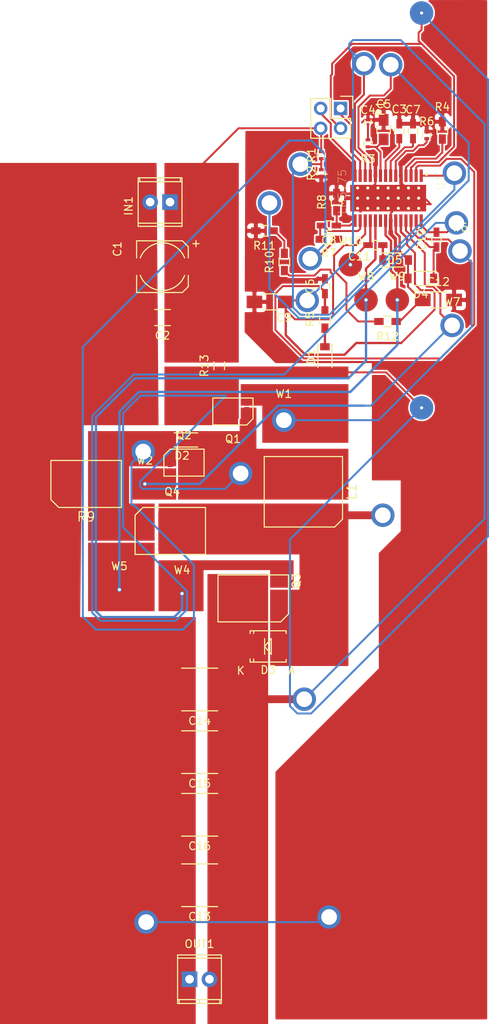
<source format=kicad_pcb>
(kicad_pcb (version 4) (host pcbnew 4.0.5)

  (general
    (links 123)
    (no_connects 31)
    (area 109.5 55.256666 171.49762 177.250001)
    (thickness 1.6)
    (drawings 0)
    (tracks 417)
    (zones 0)
    (modules 52)
    (nets 30)
  )

  (page A4)
  (layers
    (0 F.Cu signal)
    (31 B.Cu signal)
    (32 B.Adhes user)
    (33 F.Adhes user)
    (34 B.Paste user)
    (35 F.Paste user)
    (36 B.SilkS user)
    (37 F.SilkS user)
    (38 B.Mask user)
    (39 F.Mask user)
    (40 Dwgs.User user)
    (41 Cmts.User user)
    (42 Eco1.User user)
    (43 Eco2.User user)
    (44 Edge.Cuts user)
    (45 Margin user)
    (46 B.CrtYd user)
    (47 F.CrtYd user)
    (48 B.Fab user)
    (49 F.Fab user hide)
  )

  (setup
    (last_trace_width 0.25)
    (user_trace_width 0.2)
    (user_trace_width 0.25)
    (user_trace_width 0.3)
    (user_trace_width 0.35)
    (user_trace_width 0.4)
    (user_trace_width 0.45)
    (user_trace_width 0.5)
    (user_trace_width 1)
    (trace_clearance 0.2)
    (zone_clearance 0.1)
    (zone_45_only no)
    (trace_min 0.2)
    (segment_width 0.2)
    (edge_width 0.15)
    (via_size 0.6)
    (via_drill 0.4)
    (via_min_size 0.4)
    (via_min_drill 0.3)
    (user_via 3 0.4)
    (uvia_size 0.3)
    (uvia_drill 0.1)
    (uvias_allowed no)
    (uvia_min_size 0.2)
    (uvia_min_drill 0.1)
    (pcb_text_width 0.3)
    (pcb_text_size 1.5 1.5)
    (mod_edge_width 0.15)
    (mod_text_size 1 1)
    (mod_text_width 0.15)
    (pad_size 1.524 1.524)
    (pad_drill 0.762)
    (pad_to_mask_clearance 0.2)
    (aux_axis_origin 0 0)
    (grid_origin 204.75 1.5)
    (visible_elements 7FFFFFFF)
    (pcbplotparams
      (layerselection 0x00000_00000001)
      (usegerberextensions false)
      (excludeedgelayer true)
      (linewidth 0.100000)
      (plotframeref true)
      (viasonmask false)
      (mode 1)
      (useauxorigin false)
      (hpglpennumber 1)
      (hpglpenspeed 20)
      (hpglpendiameter 15)
      (hpglpenoverlay 2)
      (psnegative false)
      (psa4output false)
      (plotreference true)
      (plotvalue true)
      (plotinvisibletext false)
      (padsonsilk false)
      (subtractmaskfromsilk false)
      (outputformat 4)
      (mirror false)
      (drillshape 0)
      (scaleselection 1)
      (outputdirectory ""))
  )

  (net 0 "")
  (net 1 Earth)
  (net 2 "Net-(C3-Pad1)")
  (net 3 "Net-(C4-Pad1)")
  (net 4 "Net-(C5-Pad1)")
  (net 5 /VIN)
  (net 6 "Net-(C8-Pad1)")
  (net 7 "Net-(C8-Pad2)")
  (net 8 /ISNS+_1)
  (net 9 "Net-(C10-Pad1)")
  (net 10 "Net-(C11-Pad1)")
  (net 11 "Net-(C12-Pad1)")
  (net 12 "Net-(D1-Pad1)")
  (net 13 /RCS_1)
  (net 14 /EN)
  (net 15 "Net-(R4-Pad1)")
  (net 16 "Net-(R6-Pad1)")
  (net 17 "Net-(R10-Pad2)")
  (net 18 "Net-(R12-Pad2)")
  (net 19 /ISNS-_1)
  (net 20 "Net-(P1-Pad1)")
  (net 21 "Net-(P1-Pad3)")
  (net 22 "Net-(C7-Pad1)")
  (net 23 /SW1)
  (net 24 /SW2)
  (net 25 /HDRV1)
  (net 26 /LDRV1)
  (net 27 /HDRV2)
  (net 28 /LDRV2)
  (net 29 /VOUT)

  (net_class Default "This is the default net class."
    (clearance 0.2)
    (trace_width 0.25)
    (via_dia 0.6)
    (via_drill 0.4)
    (uvia_dia 0.3)
    (uvia_drill 0.1)
    (add_net /EN)
    (add_net /HDRV1)
    (add_net /HDRV2)
    (add_net /ISNS+_1)
    (add_net /ISNS-_1)
    (add_net /LDRV1)
    (add_net /LDRV2)
    (add_net /RCS_1)
    (add_net /SW1)
    (add_net /SW2)
    (add_net /VIN)
    (add_net /VOUT)
    (add_net Earth)
    (add_net "Net-(C10-Pad1)")
    (add_net "Net-(C11-Pad1)")
    (add_net "Net-(C12-Pad1)")
    (add_net "Net-(C3-Pad1)")
    (add_net "Net-(C4-Pad1)")
    (add_net "Net-(C5-Pad1)")
    (add_net "Net-(C7-Pad1)")
    (add_net "Net-(C8-Pad1)")
    (add_net "Net-(C8-Pad2)")
    (add_net "Net-(D1-Pad1)")
    (add_net "Net-(P1-Pad1)")
    (add_net "Net-(P1-Pad3)")
    (add_net "Net-(R10-Pad2)")
    (add_net "Net-(R12-Pad2)")
    (add_net "Net-(R4-Pad1)")
    (add_net "Net-(R6-Pad1)")
  )

  (module LM5175PWPR:SOP65P640X120-28N (layer F.Cu) (tedit 0) (tstamp 58A5EF4C)
    (at 159.075 71.75 270)
    (path /58A1A8ED)
    (solder_mask_margin 0.1)
    (attr smd)
    (fp_text reference U1 (at -2 -6.675 270) (layer F.SilkS)
      (effects (font (size 1 1) (thickness 0.05)))
    )
    (fp_text value LM5175 (at -0.825 5.865 270) (layer F.SilkS)
      (effects (font (size 1 1) (thickness 0.05)))
    )
    (fp_line (start -2.2 -4.85) (end 2.2 -4.85) (layer Dwgs.User) (width 0.127))
    (fp_line (start 2.2 -4.85) (end 2.2 4.85) (layer Dwgs.User) (width 0.127))
    (fp_line (start 2.2 4.85) (end -2.2 4.85) (layer Dwgs.User) (width 0.127))
    (fp_line (start -2.2 4.85) (end -2.2 -4.85) (layer Dwgs.User) (width 0.127))
    (fp_line (start -3.95 -5.1) (end 3.95 -5.1) (layer Dwgs.User) (width 0.05))
    (fp_line (start 3.95 -5.1) (end 3.95 5.1) (layer Dwgs.User) (width 0.05))
    (fp_line (start 3.95 5.1) (end -3.95 5.1) (layer Dwgs.User) (width 0.05))
    (fp_line (start -3.95 5.1) (end -3.95 -5.1) (layer Dwgs.User) (width 0.05))
    (fp_circle (center -3.05 -4.9) (end -2.95 -4.9) (layer F.SilkS) (width 0.2))
    (fp_poly (pts (xy -1.55 -2.59) (xy 1.55 -2.59) (xy 1.55 2.59) (xy -1.55 2.59)) (layer F.Paste) (width 0.381))
    (fp_poly (pts (xy -1.55 -2.59) (xy 1.55 -2.59) (xy 1.55 2.59) (xy -1.55 2.59)) (layer F.Mask) (width 0.381))
    (pad 1 smd rect (at -2.87 -4.225 270) (size 1.6 0.4) (layers F.Cu F.Paste F.Mask)
      (net 14 /EN) (solder_mask_margin 0.2))
    (pad 2 smd rect (at -2.87 -3.575 270) (size 1.6 0.4) (layers F.Cu F.Paste F.Mask)
      (net 5 /VIN) (solder_mask_margin 0.2))
    (pad 3 smd rect (at -2.87 -2.925 270) (size 1.6 0.4) (layers F.Cu F.Paste F.Mask)
      (net 19 /ISNS-_1) (solder_mask_margin 0.2))
    (pad 4 smd rect (at -2.87 -2.275 270) (size 1.6 0.4) (layers F.Cu F.Paste F.Mask)
      (net 15 "Net-(R4-Pad1)") (solder_mask_margin 0.2))
    (pad 5 smd rect (at -2.87 -1.625 270) (size 1.6 0.4) (layers F.Cu F.Paste F.Mask)
      (net 1 Earth) (solder_mask_margin 0.2))
    (pad 6 smd rect (at -2.87 -0.975 270) (size 1.6 0.4) (layers F.Cu F.Paste F.Mask)
      (net 16 "Net-(R6-Pad1)") (solder_mask_margin 0.2))
    (pad 7 smd rect (at -2.87 -0.325 270) (size 1.6 0.4) (layers F.Cu F.Paste F.Mask)
      (net 22 "Net-(C7-Pad1)") (solder_mask_margin 0.2))
    (pad 8 smd rect (at -2.87 0.325 270) (size 1.6 0.4) (layers F.Cu F.Paste F.Mask)
      (net 2 "Net-(C3-Pad1)") (solder_mask_margin 0.2))
    (pad 9 smd rect (at -2.87 0.975 270) (size 1.6 0.4) (layers F.Cu F.Paste F.Mask)
      (net 4 "Net-(C5-Pad1)") (solder_mask_margin 0.2))
    (pad 10 smd rect (at -2.87 1.625 270) (size 1.6 0.4) (layers F.Cu F.Paste F.Mask)
      (net 1 Earth) (solder_mask_margin 0.2))
    (pad 11 smd rect (at -2.87 2.275 270) (size 1.6 0.4) (layers F.Cu F.Paste F.Mask)
      (net 17 "Net-(R10-Pad2)") (solder_mask_margin 0.2))
    (pad 12 smd rect (at -2.87 2.925 270) (size 1.6 0.4) (layers F.Cu F.Paste F.Mask)
      (net 29 /VOUT) (solder_mask_margin 0.2))
    (pad 13 smd rect (at -2.87 3.575 270) (size 1.6 0.4) (layers F.Cu F.Paste F.Mask)
      (net 20 "Net-(P1-Pad1)") (solder_mask_margin 0.2))
    (pad 14 smd rect (at -2.87 4.225 270) (size 1.6 0.4) (layers F.Cu F.Paste F.Mask)
      (net 21 "Net-(P1-Pad3)") (solder_mask_margin 0.2))
    (pad 15 smd rect (at 2.87 4.225 90) (size 1.6 0.4) (layers F.Cu F.Paste F.Mask)
      (net 6 "Net-(C8-Pad1)") (solder_mask_margin 0.2))
    (pad 16 smd rect (at 2.87 3.575 90) (size 1.6 0.4) (layers F.Cu F.Paste F.Mask)
      (net 7 "Net-(C8-Pad2)") (solder_mask_margin 0.2))
    (pad 17 smd rect (at 2.87 2.925 90) (size 1.6 0.4) (layers F.Cu F.Paste F.Mask)
      (net 18 "Net-(R12-Pad2)") (solder_mask_margin 0.2))
    (pad 18 smd rect (at 2.87 2.275 90) (size 1.6 0.4) (layers F.Cu F.Paste F.Mask)
      (net 24 /SW2) (solder_mask_margin 0.2))
    (pad 19 smd rect (at 2.87 1.625 90) (size 1.6 0.4) (layers F.Cu F.Paste F.Mask)
      (net 27 /HDRV2) (solder_mask_margin 0.2))
    (pad 20 smd rect (at 2.87 0.975 90) (size 1.6 0.4) (layers F.Cu F.Paste F.Mask)
      (net 10 "Net-(C11-Pad1)") (solder_mask_margin 0.2))
    (pad 21 smd rect (at 2.87 0.325 90) (size 1.6 0.4) (layers F.Cu F.Paste F.Mask)
      (net 28 /LDRV2) (solder_mask_margin 0.2))
    (pad 22 smd rect (at 2.87 -0.325 90) (size 1.6 0.4) (layers F.Cu F.Paste F.Mask)
      (net 1 Earth) (solder_mask_margin 0.2))
    (pad 23 smd rect (at 2.87 -0.975 90) (size 1.6 0.4) (layers F.Cu F.Paste F.Mask)
      (net 11 "Net-(C12-Pad1)") (solder_mask_margin 0.2))
    (pad 24 smd rect (at 2.87 -1.625 90) (size 1.6 0.4) (layers F.Cu F.Paste F.Mask)
      (net 29 /VOUT) (solder_mask_margin 0.2))
    (pad 25 smd rect (at 2.87 -2.275 90) (size 1.6 0.4) (layers F.Cu F.Paste F.Mask)
      (net 26 /LDRV1) (solder_mask_margin 0.2))
    (pad 26 smd rect (at 2.87 -2.925 90) (size 1.6 0.4) (layers F.Cu F.Paste F.Mask)
      (net 9 "Net-(C10-Pad1)") (solder_mask_margin 0.2))
    (pad 27 smd rect (at 2.87 -3.575 90) (size 1.6 0.4) (layers F.Cu F.Paste F.Mask)
      (net 25 /HDRV1) (solder_mask_margin 0.2))
    (pad 28 smd rect (at 2.87 -4.225 90) (size 1.6 0.4) (layers F.Cu F.Paste F.Mask)
      (net 23 /SW1) (solder_mask_margin 0.2))
    (pad 29 smd rect (at 0 0 270) (size 3.4 9.7) (layers F.Cu F.Paste F.Mask)
      (net 1 Earth))
    (pad P$1 thru_hole circle (at 0 0 270) (size 0.4 0.4) (drill 0.3) (layers *.Cu *.Mask F.SilkS)
      (solder_mask_margin 0.2))
    (pad P$2 thru_hole circle (at -1.3 0 270) (size 0.4 0.4) (drill 0.3) (layers *.Cu *.Mask F.SilkS))
    (pad P$3 thru_hole circle (at 1.3 0 270) (size 0.4 0.4) (drill 0.3) (layers *.Cu *.Mask F.SilkS))
    (pad P$4 thru_hole circle (at -1.3 1.3 270) (size 0.4 0.4) (drill 0.3) (layers *.Cu *.Mask F.SilkS))
    (pad P$5 thru_hole circle (at 0 1.3 270) (size 0.4 0.4) (drill 0.3) (layers *.Cu *.Mask F.SilkS))
    (pad P$6 thru_hole circle (at 1.3 1.3 270) (size 0.4 0.4) (drill 0.3) (layers *.Cu *.Mask F.SilkS))
    (pad P$7 thru_hole circle (at -1.3 2.6 270) (size 0.4 0.4) (drill 0.3) (layers *.Cu *.Mask F.SilkS))
    (pad P$8 thru_hole circle (at 0 2.6 270) (size 0.4 0.4) (drill 0.3) (layers *.Cu *.Mask F.SilkS))
    (pad P$9 thru_hole circle (at 1.3 2.6 270) (size 0.4 0.4) (drill 0.3) (layers *.Cu *.Mask F.SilkS))
    (pad P$10 thru_hole circle (at -1.3 3.9 270) (size 0.4 0.4) (drill 0.3) (layers *.Cu *.Mask F.SilkS))
    (pad P$11 thru_hole circle (at 0 3.9 270) (size 0.4 0.4) (drill 0.3) (layers *.Cu *.Mask F.SilkS))
    (pad P$12 thru_hole circle (at 1.3 3.9 270) (size 0.4 0.4) (drill 0.3) (layers *.Cu *.Mask F.SilkS))
    (pad P$13 thru_hole circle (at -1.3 -1.3 270) (size 0.4 0.4) (drill 0.3) (layers *.Cu *.Mask F.SilkS)
      (solder_mask_margin 0.2))
    (pad P$14 thru_hole circle (at 0 -1.3 270) (size 0.4 0.4) (drill 0.3) (layers *.Cu *.Mask F.SilkS)
      (solder_mask_margin 0.2))
    (pad P$15 thru_hole circle (at 1.3 -1.3 270) (size 0.4 0.4) (drill 0.3) (layers *.Cu *.Mask F.SilkS)
      (solder_mask_margin 0.2))
    (pad P$16 thru_hole circle (at 1.3 -2.6 270) (size 0.4 0.4) (drill 0.3) (layers *.Cu *.Mask F.SilkS))
    (pad P$17 thru_hole circle (at 0 -2.6 270) (size 0.4 0.4) (drill 0.3) (layers *.Cu *.Mask F.SilkS))
    (pad P$18 thru_hole circle (at -1.3 -2.6 270) (size 0.4 0.4) (drill 0.3) (layers *.Cu *.Mask F.SilkS))
    (pad P$19 thru_hole circle (at -1.3 -3.9 270) (size 0.4 0.4) (drill 0.3) (layers *.Cu *.Mask F.SilkS))
    (pad P$20 thru_hole circle (at 0 -3.9 270) (size 0.4 0.4) (drill 0.3) (layers *.Cu *.Mask F.SilkS))
    (pad P$21 thru_hole circle (at 1.3 -3.9 270) (size 0.4 0.4) (drill 0.3) (layers *.Cu *.Mask F.SilkS))
  )

  (module Resistors_SMD:R_0603_HandSoldering (layer F.Cu) (tedit 58307AEF) (tstamp 58A5EF0A)
    (at 145.822 79.902 90)
    (descr "Resistor SMD 0603, hand soldering")
    (tags "resistor 0603")
    (path /58A1CF9F)
    (attr smd)
    (fp_text reference R10 (at 0 -1.9 90) (layer F.SilkS)
      (effects (font (size 1 1) (thickness 0.15)))
    )
    (fp_text value 1.18M (at 0 1.9 90) (layer F.Fab)
      (effects (font (size 1 1) (thickness 0.15)))
    )
    (fp_line (start -0.8 0.4) (end -0.8 -0.4) (layer F.Fab) (width 0.1))
    (fp_line (start 0.8 0.4) (end -0.8 0.4) (layer F.Fab) (width 0.1))
    (fp_line (start 0.8 -0.4) (end 0.8 0.4) (layer F.Fab) (width 0.1))
    (fp_line (start -0.8 -0.4) (end 0.8 -0.4) (layer F.Fab) (width 0.1))
    (fp_line (start -2 -0.8) (end 2 -0.8) (layer F.CrtYd) (width 0.05))
    (fp_line (start -2 0.8) (end 2 0.8) (layer F.CrtYd) (width 0.05))
    (fp_line (start -2 -0.8) (end -2 0.8) (layer F.CrtYd) (width 0.05))
    (fp_line (start 2 -0.8) (end 2 0.8) (layer F.CrtYd) (width 0.05))
    (fp_line (start 0.5 0.675) (end -0.5 0.675) (layer F.SilkS) (width 0.15))
    (fp_line (start -0.5 -0.675) (end 0.5 -0.675) (layer F.SilkS) (width 0.15))
    (pad 1 smd rect (at -1.1 0 90) (size 1.2 0.9) (layers F.Cu F.Paste F.Mask)
      (net 29 /VOUT))
    (pad 2 smd rect (at 1.1 0 90) (size 1.2 0.9) (layers F.Cu F.Paste F.Mask)
      (net 17 "Net-(R10-Pad2)"))
    (model Resistors_SMD.3dshapes/R_0603_HandSoldering.wrl
      (at (xyz 0 0 0))
      (scale (xyz 1 1 1))
      (rotate (xyz 0 0 0))
    )
  )

  (module Resistors_SMD:R_0603_HandSoldering (layer F.Cu) (tedit 58307AEF) (tstamp 58A5EEF8)
    (at 151.5 77)
    (descr "Resistor SMD 0603, hand soldering")
    (tags "resistor 0603")
    (path /58A47F67)
    (attr smd)
    (fp_text reference R7 (at 0 1.75) (layer F.SilkS)
      (effects (font (size 1 1) (thickness 0.15)))
    )
    (fp_text value 100 (at 0 1.9) (layer F.Fab)
      (effects (font (size 1 1) (thickness 0.15)))
    )
    (fp_line (start -0.8 0.4) (end -0.8 -0.4) (layer F.Fab) (width 0.1))
    (fp_line (start 0.8 0.4) (end -0.8 0.4) (layer F.Fab) (width 0.1))
    (fp_line (start 0.8 -0.4) (end 0.8 0.4) (layer F.Fab) (width 0.1))
    (fp_line (start -0.8 -0.4) (end 0.8 -0.4) (layer F.Fab) (width 0.1))
    (fp_line (start -2 -0.8) (end 2 -0.8) (layer F.CrtYd) (width 0.05))
    (fp_line (start -2 0.8) (end 2 0.8) (layer F.CrtYd) (width 0.05))
    (fp_line (start -2 -0.8) (end -2 0.8) (layer F.CrtYd) (width 0.05))
    (fp_line (start 2 -0.8) (end 2 0.8) (layer F.CrtYd) (width 0.05))
    (fp_line (start 0.5 0.675) (end -0.5 0.675) (layer F.SilkS) (width 0.15))
    (fp_line (start -0.5 -0.675) (end 0.5 -0.675) (layer F.SilkS) (width 0.15))
    (pad 1 smd rect (at -1.1 0) (size 1.2 0.9) (layers F.Cu F.Paste F.Mask)
      (net 7 "Net-(C8-Pad2)"))
    (pad 2 smd rect (at 1.1 0) (size 1.2 0.9) (layers F.Cu F.Paste F.Mask)
      (net 13 /RCS_1))
    (model Resistors_SMD.3dshapes/R_0603_HandSoldering.wrl
      (at (xyz 0 0 0))
      (scale (xyz 1 1 1))
      (rotate (xyz 0 0 0))
    )
  )

  (module Capacitors_SMD:C_0805_HandSoldering (layer F.Cu) (tedit 541A9B8D) (tstamp 58A5EE1F)
    (at 158.5 63 90)
    (descr "Capacitor SMD 0805, hand soldering")
    (tags "capacitor 0805")
    (path /58A4DAAE)
    (attr smd)
    (fp_text reference C5 (at 3.25 0 180) (layer F.SilkS)
      (effects (font (size 1 1) (thickness 0.15)))
    )
    (fp_text value 27pF (at 0 2.1 90) (layer F.Fab)
      (effects (font (size 1 1) (thickness 0.15)))
    )
    (fp_line (start -1 0.625) (end -1 -0.625) (layer F.Fab) (width 0.15))
    (fp_line (start 1 0.625) (end -1 0.625) (layer F.Fab) (width 0.15))
    (fp_line (start 1 -0.625) (end 1 0.625) (layer F.Fab) (width 0.15))
    (fp_line (start -1 -0.625) (end 1 -0.625) (layer F.Fab) (width 0.15))
    (fp_line (start -2.3 -1) (end 2.3 -1) (layer F.CrtYd) (width 0.05))
    (fp_line (start -2.3 1) (end 2.3 1) (layer F.CrtYd) (width 0.05))
    (fp_line (start -2.3 -1) (end -2.3 1) (layer F.CrtYd) (width 0.05))
    (fp_line (start 2.3 -1) (end 2.3 1) (layer F.CrtYd) (width 0.05))
    (fp_line (start 0.5 -0.85) (end -0.5 -0.85) (layer F.SilkS) (width 0.15))
    (fp_line (start -0.5 0.85) (end 0.5 0.85) (layer F.SilkS) (width 0.15))
    (pad 1 smd rect (at -1.25 0 90) (size 1.5 1.25) (layers F.Cu F.Paste F.Mask)
      (net 4 "Net-(C5-Pad1)"))
    (pad 2 smd rect (at 1.25 0 90) (size 1.5 1.25) (layers F.Cu F.Paste F.Mask)
      (net 1 Earth))
    (model Capacitors_SMD.3dshapes/C_0805_HandSoldering.wrl
      (at (xyz 0 0 0))
      (scale (xyz 1 1 1))
      (rotate (xyz 0 0 0))
    )
  )

  (module Diodes_SMD:SOD-123 (layer F.Cu) (tedit 5753A53E) (tstamp 58A5EE7F)
    (at 160.035 79.65)
    (descr SOD-123)
    (tags SOD-123)
    (path /58A3FC67)
    (attr smd)
    (fp_text reference D5 (at -0.115 0) (layer F.SilkS)
      (effects (font (size 1 1) (thickness 0.15)))
    )
    (fp_text value SS24FL (at 0 2.1) (layer F.Fab)
      (effects (font (size 1 1) (thickness 0.15)))
    )
    (fp_line (start 0.25 0) (end 0.75 0) (layer F.Fab) (width 0.15))
    (fp_line (start 0.25 0.4) (end -0.35 0) (layer F.Fab) (width 0.15))
    (fp_line (start 0.25 -0.4) (end 0.25 0.4) (layer F.Fab) (width 0.15))
    (fp_line (start -0.35 0) (end 0.25 -0.4) (layer F.Fab) (width 0.15))
    (fp_line (start -0.35 0) (end -0.35 0.55) (layer F.Fab) (width 0.15))
    (fp_line (start -0.35 0) (end -0.35 -0.55) (layer F.Fab) (width 0.15))
    (fp_line (start -0.75 0) (end -0.35 0) (layer F.Fab) (width 0.15))
    (fp_line (start -1.35 0.8) (end -1.35 -0.8) (layer F.Fab) (width 0.15))
    (fp_line (start 1.35 0.8) (end -1.35 0.8) (layer F.Fab) (width 0.15))
    (fp_line (start 1.35 -0.8) (end 1.35 0.8) (layer F.Fab) (width 0.15))
    (fp_line (start -1.35 -0.8) (end 1.35 -0.8) (layer F.Fab) (width 0.15))
    (fp_line (start -2.25 -1.05) (end 2.25 -1.05) (layer F.CrtYd) (width 0.05))
    (fp_line (start 2.25 -1.05) (end 2.25 1.05) (layer F.CrtYd) (width 0.05))
    (fp_line (start 2.25 1.05) (end -2.25 1.05) (layer F.CrtYd) (width 0.05))
    (fp_line (start -2.25 -1.05) (end -2.25 1.05) (layer F.CrtYd) (width 0.05))
    (fp_line (start -2 0.9) (end 1 0.9) (layer F.SilkS) (width 0.15))
    (fp_line (start -2 -0.9) (end 1 -0.9) (layer F.SilkS) (width 0.15))
    (pad 1 smd rect (at -1.635 0) (size 0.91 1.22) (layers F.Cu F.Paste F.Mask)
      (net 10 "Net-(C11-Pad1)"))
    (pad 2 smd rect (at 1.635 0) (size 0.91 1.22) (layers F.Cu F.Paste F.Mask)
      (net 11 "Net-(C12-Pad1)"))
    (model ${KISYS3DMOD}/Diodes_SMD.3dshapes/SOD-123.wrl
      (at (xyz 0 0 0))
      (scale (xyz 1 1 1))
      (rotate (xyz 0 0 0))
    )
  )

  (module NexFET:CSD19534Q5A (layer F.Cu) (tedit 58BC49AC) (tstamp 58BC5B7B)
    (at 141.5975 122.865 90)
    (path /58A1B152)
    (attr smd)
    (fp_text reference Q3 (at 2.25 5.75 270) (layer F.SilkS)
      (effects (font (size 1 1) (thickness 0.15)))
    )
    (fp_text value CSD19534Q5A (at 4 0 180) (layer F.Fab)
      (effects (font (size 1 1) (thickness 0.15)))
    )
    (fp_line (start -2 4.75) (end -3 3.75) (layer F.SilkS) (width 0.15))
    (fp_line (start -3 3.75) (end -3 -4.25) (layer F.SilkS) (width 0.15))
    (fp_line (start -3 -4.25) (end 3 -4.25) (layer F.SilkS) (width 0.15))
    (fp_line (start 3 -4.25) (end 3 4.75) (layer F.SilkS) (width 0.15))
    (fp_line (start 3 4.75) (end -1.955 4.75) (layer F.SilkS) (width 0.15))
    (fp_line (start -3.25 -4.5) (end 3.25 -4.5) (layer F.CrtYd) (width 0.05))
    (fp_line (start 3.25 -4.5) (end 3.25 5) (layer F.CrtYd) (width 0.05))
    (fp_line (start 3.25 5) (end -3.25 5) (layer F.CrtYd) (width 0.05))
    (fp_line (start -3.25 5) (end -3.25 -4.5) (layer F.CrtYd) (width 0.05))
    (pad 1 smd rect (at -1.905 -3.1525 90) (size 0.7 0.9) (layers F.Cu F.Paste F.Mask)
      (net 29 /VOUT))
    (pad 3 smd rect (at -1.905 3.1525 90) (size 0.7 0.9) (layers F.Cu F.Paste F.Mask)
      (net 24 /SW2))
    (pad 1 smd rect (at -0.635 -3.1525 90) (size 0.7 0.9) (layers F.Cu F.Paste F.Mask)
      (net 29 /VOUT))
    (pad 3 smd rect (at -0.635 3.1525 90) (size 0.7 0.9) (layers F.Cu F.Paste F.Mask)
      (net 24 /SW2))
    (pad 1 smd rect (at 0.635 -3.1525 90) (size 0.7 0.9) (layers F.Cu F.Paste F.Mask)
      (net 29 /VOUT))
    (pad 3 smd rect (at 0.635 3.1525 90) (size 0.7 0.9) (layers F.Cu F.Paste F.Mask)
      (net 24 /SW2))
    (pad 1 smd rect (at 1.905 -3.1525 90) (size 0.7 0.9) (layers F.Cu F.Paste F.Mask)
      (net 29 /VOUT))
    (pad 2 smd rect (at 1.905 3.1525 90) (size 0.7 0.9) (layers F.Cu F.Paste F.Mask)
      (net 27 /HDRV2))
    (pad 1 smd rect (at 0 -0.5 90) (size 5 4.56) (layers F.Cu F.Paste F.Mask)
      (net 29 /VOUT))
  )

  (module NexFET:CSD16323Q3 (layer F.Cu) (tedit 58BC456F) (tstamp 58BC73E1)
    (at 139.25 99 90)
    (path /58A1AB23)
    (attr smd)
    (fp_text reference Q1 (at -3.5 0 180) (layer F.SilkS)
      (effects (font (size 1 1) (thickness 0.15)))
    )
    (fp_text value CSD16323Q3 (at 3.25 0 180) (layer F.Fab)
      (effects (font (size 1 1) (thickness 0.15)))
    )
    (fp_line (start -0.925 2.565) (end -1.725 1.765) (layer F.SilkS) (width 0.15))
    (fp_line (start -1.725 1.765) (end -1.725 -2.565) (layer F.SilkS) (width 0.15))
    (fp_line (start -1.725 -2.565) (end 1.725 -2.565) (layer F.SilkS) (width 0.15))
    (fp_line (start 1.725 -2.565) (end 1.725 2.565) (layer F.SilkS) (width 0.15))
    (fp_line (start 1.725 2.565) (end -0.925 2.565) (layer F.SilkS) (width 0.15))
    (fp_line (start -1.9 -2.7) (end 1.9 -2.7) (layer F.CrtYd) (width 0.05))
    (fp_line (start 1.9 -2.7) (end 1.9 2.7) (layer F.CrtYd) (width 0.05))
    (fp_line (start 1.9 2.7) (end -1.9 2.7) (layer F.CrtYd) (width 0.05))
    (fp_line (start -1.9 2.7) (end -1.9 -2.7) (layer F.CrtYd) (width 0.05))
    (pad 1 smd rect (at -0.975 -1.75 90) (size 0.5 0.63) (layers F.Cu F.Paste F.Mask)
      (net 19 /ISNS-_1))
    (pad 3 smd rect (at -0.975 1.75 90) (size 0.5 0.63) (layers F.Cu F.Paste F.Mask)
      (net 23 /SW1))
    (pad 1 smd rect (at -0.325 -1.75 90) (size 0.5 0.63) (layers F.Cu F.Paste F.Mask)
      (net 19 /ISNS-_1))
    (pad 3 smd rect (at -0.325 1.75 90) (size 0.5 0.63) (layers F.Cu F.Paste F.Mask)
      (net 23 /SW1))
    (pad 1 smd rect (at 0.325 -1.75 90) (size 0.5 0.63) (layers F.Cu F.Paste F.Mask)
      (net 19 /ISNS-_1))
    (pad 3 smd rect (at 0.325 1.75 90) (size 0.5 0.63) (layers F.Cu F.Paste F.Mask)
      (net 23 /SW1))
    (pad 1 smd rect (at 0.975 -1.75 90) (size 0.5 0.63) (layers F.Cu F.Paste F.Mask)
      (net 19 /ISNS-_1))
    (pad 2 smd rect (at 0.975 1.75 90) (size 0.5 0.63) (layers F.Cu F.Paste F.Mask)
      (net 25 /HDRV1))
    (pad 1 smd rect (at 0 -0.5 90) (size 2.45 1.9) (layers F.Cu F.Paste F.Mask)
      (net 19 /ISNS-_1))
  )

  (module Capacitors_SMD:c_elec_6.3x5.7 (layer F.Cu) (tedit 57FA45A4) (tstamp 58A5EE07)
    (at 130.25 80.5 180)
    (descr "SMT capacitor, aluminium electrolytic, 6.3x5.7")
    (path /58A19847)
    (attr smd)
    (fp_text reference C1 (at 5.75 2.25 270) (layer F.SilkS)
      (effects (font (size 1 1) (thickness 0.15)))
    )
    (fp_text value 68uF (at 0 -4.5593 180) (layer F.Fab)
      (effects (font (size 1 1) (thickness 0.15)))
    )
    (fp_line (start 3.1496 3.1496) (end 3.1496 -3.1496) (layer F.Fab) (width 0.15))
    (fp_line (start -2.4765 3.1496) (end 3.1496 3.1496) (layer F.Fab) (width 0.15))
    (fp_line (start -3.1496 2.4765) (end -2.4765 3.1496) (layer F.Fab) (width 0.15))
    (fp_line (start -3.1496 -2.4765) (end -3.1496 2.4765) (layer F.Fab) (width 0.15))
    (fp_line (start -2.4765 -3.1496) (end -3.1496 -2.4765) (layer F.Fab) (width 0.15))
    (fp_line (start 3.1496 -3.1496) (end -2.4765 -3.1496) (layer F.Fab) (width 0.15))
    (fp_text user + (at -1.7907 -0.0635 180) (layer F.Fab)
      (effects (font (size 1 1) (thickness 0.15)))
    )
    (fp_arc (start 0 0) (end 2.8321 1.1176) (angle 136.9297483) (layer F.SilkS) (width 0.15))
    (fp_arc (start 0 0) (end -2.8321 -1.1176) (angle 136.9297483) (layer F.SilkS) (width 0.15))
    (fp_line (start 3.302 -3.302) (end 3.302 -1.1176) (layer F.SilkS) (width 0.15))
    (fp_line (start 3.302 3.302) (end 3.302 1.1176) (layer F.SilkS) (width 0.15))
    (fp_line (start -3.302 2.54) (end -3.302 1.1176) (layer F.SilkS) (width 0.15))
    (fp_line (start -3.302 -2.54) (end -3.302 -1.1176) (layer F.SilkS) (width 0.15))
    (fp_text user + (at -4.2799 3.0099 180) (layer F.SilkS)
      (effects (font (size 1 1) (thickness 0.15)))
    )
    (fp_line (start 4.85 -3.65) (end -4.85 -3.65) (layer F.CrtYd) (width 0.05))
    (fp_line (start -4.85 -3.65) (end -4.85 3.65) (layer F.CrtYd) (width 0.05))
    (fp_line (start -4.85 3.65) (end 4.85 3.65) (layer F.CrtYd) (width 0.05))
    (fp_line (start 4.85 3.65) (end 4.85 -3.65) (layer F.CrtYd) (width 0.05))
    (fp_line (start 3.302 3.302) (end -2.54 3.302) (layer F.SilkS) (width 0.15))
    (fp_line (start -2.54 3.302) (end -3.302 2.54) (layer F.SilkS) (width 0.15))
    (fp_line (start -3.302 -2.54) (end -2.54 -3.302) (layer F.SilkS) (width 0.15))
    (fp_line (start -2.54 -3.302) (end 3.302 -3.302) (layer F.SilkS) (width 0.15))
    (pad 1 smd rect (at -2.7 0) (size 3.5 1.6) (layers F.Cu F.Paste F.Mask)
      (net 8 /ISNS+_1))
    (pad 2 smd rect (at 2.7 0) (size 3.5 1.6) (layers F.Cu F.Paste F.Mask)
      (net 1 Earth))
    (model Capacitors_SMD.3dshapes/c_elec_6.3x5.7.wrl
      (at (xyz 0 0 0))
      (scale (xyz 1 1 1))
      (rotate (xyz 0 0 180))
    )
  )

  (module Measurement_Points:Measurement_Point_Round-SMD-Pad_Big (layer F.Cu) (tedit 56C35F3F) (tstamp 58BC5C9F)
    (at 167.25 88)
    (descr "Mesurement Point, Round, SMD Pad, DM 3mm,")
    (tags "Mesurement Point Round SMD Pad 3mm")
    (path /58BAAC97)
    (attr virtual)
    (fp_text reference W7 (at 0 -3) (layer F.SilkS)
      (effects (font (size 1 1) (thickness 0.15)))
    )
    (fp_text value TEST_1P (at 0 3) (layer F.Fab)
      (effects (font (size 1 1) (thickness 0.15)))
    )
    (fp_circle (center 0 0) (end 1.75 0) (layer F.CrtYd) (width 0.05))
    (pad 1 smd circle (at 0 0) (size 3 3) (layers F.Cu F.Mask)
      (net 26 /LDRV1))
  )

  (module Measurement_Points:Measurement_Point_Round-SMD-Pad_Big (layer F.Cu) (tedit 56C35F3F) (tstamp 58BC5C92)
    (at 154.25 80.25)
    (descr "Mesurement Point, Round, SMD Pad, DM 3mm,")
    (tags "Mesurement Point Round SMD Pad 3mm")
    (path /58BAF01F)
    (attr virtual)
    (fp_text reference W10 (at 0 -3) (layer F.SilkS)
      (effects (font (size 1 1) (thickness 0.15)))
    )
    (fp_text value TEST_1P (at 0 3) (layer F.Fab)
      (effects (font (size 1 1) (thickness 0.15)))
    )
    (fp_circle (center 0 0) (end 1.75 0) (layer F.CrtYd) (width 0.05))
    (pad 1 smd circle (at 0 0) (size 3 3) (layers F.Cu F.Mask)
      (net 24 /SW2))
  )

  (module Measurement_Points:Measurement_Point_Round-SMD-Pad_Big (layer F.Cu) (tedit 56C35F3F) (tstamp 58BC5C85)
    (at 145.75 99.75)
    (descr "Mesurement Point, Round, SMD Pad, DM 3mm,")
    (tags "Mesurement Point Round SMD Pad 3mm")
    (path /58BA892C)
    (attr virtual)
    (fp_text reference W1 (at 0 -3) (layer F.SilkS)
      (effects (font (size 1 1) (thickness 0.15)))
    )
    (fp_text value TEST_1P (at 0 3) (layer F.Fab)
      (effects (font (size 1 1) (thickness 0.15)))
    )
    (fp_circle (center 0 0) (end 1.75 0) (layer F.CrtYd) (width 0.05))
    (pad 1 smd circle (at 0 0) (size 3 3) (layers F.Cu F.Mask)
      (net 25 /HDRV1))
  )

  (module Measurement_Points:Measurement_Point_Round-SMD-Pad_Big (layer F.Cu) (tedit 56C35F3F) (tstamp 58BC5C78)
    (at 160.25 84.75)
    (descr "Mesurement Point, Round, SMD Pad, DM 3mm,")
    (tags "Mesurement Point Round SMD Pad 3mm")
    (path /58BAB2FB)
    (attr virtual)
    (fp_text reference W9 (at 0 -3) (layer F.SilkS)
      (effects (font (size 1 1) (thickness 0.15)))
    )
    (fp_text value TEST_1P (at 0 3) (layer F.Fab)
      (effects (font (size 1 1) (thickness 0.15)))
    )
    (fp_circle (center 0 0) (end 1.75 0) (layer F.CrtYd) (width 0.05))
    (pad 1 smd circle (at 0 0) (size 3 3) (layers F.Cu F.Mask)
      (net 28 /LDRV2))
  )

  (module Measurement_Points:Measurement_Point_Round-SMD-Pad_Big (layer F.Cu) (tedit 56C35F3F) (tstamp 58BC5C6B)
    (at 156.25 84.75)
    (descr "Mesurement Point, Round, SMD Pad, DM 3mm,")
    (tags "Mesurement Point Round SMD Pad 3mm")
    (path /58BAB082)
    (attr virtual)
    (fp_text reference W8 (at 0 -3) (layer F.SilkS)
      (effects (font (size 1 1) (thickness 0.15)))
    )
    (fp_text value TEST_1P (at 0 3) (layer F.Fab)
      (effects (font (size 1 1) (thickness 0.15)))
    )
    (fp_circle (center 0 0) (end 1.75 0) (layer F.CrtYd) (width 0.05))
    (pad 1 smd circle (at 0 0) (size 3 3) (layers F.Cu F.Mask)
      (net 27 /HDRV2))
  )

  (module Measurement_Points:Measurement_Point_Round-SMD-Pad_Big (layer F.Cu) (tedit 56C35F3F) (tstamp 58BC5C5E)
    (at 168.25 78.5)
    (descr "Mesurement Point, Round, SMD Pad, DM 3mm,")
    (tags "Mesurement Point Round SMD Pad 3mm")
    (path /58BAAA68)
    (attr virtual)
    (fp_text reference W6 (at 0 -3) (layer F.SilkS)
      (effects (font (size 1 1) (thickness 0.15)))
    )
    (fp_text value TEST_1P (at 0 3) (layer F.Fab)
      (effects (font (size 1 1) (thickness 0.15)))
    )
    (fp_circle (center 0 0) (end 1.75 0) (layer F.CrtYd) (width 0.05))
    (pad 1 smd circle (at 0 0) (size 3 3) (layers F.Cu F.Mask)
      (net 25 /HDRV1))
  )

  (module Measurement_Points:Measurement_Point_Round-SMD-Pad_Big (layer F.Cu) (tedit 56C35F3F) (tstamp 58BC5C51)
    (at 132.75 122.25)
    (descr "Mesurement Point, Round, SMD Pad, DM 3mm,")
    (tags "Mesurement Point Round SMD Pad 3mm")
    (path /58BA9CA1)
    (attr virtual)
    (fp_text reference W4 (at 0 -3) (layer F.SilkS)
      (effects (font (size 1 1) (thickness 0.15)))
    )
    (fp_text value TEST_1P (at 0 3) (layer F.Fab)
      (effects (font (size 1 1) (thickness 0.15)))
    )
    (fp_circle (center 0 0) (end 1.75 0) (layer F.CrtYd) (width 0.05))
    (pad 1 smd circle (at 0 0) (size 3 3) (layers F.Cu F.Mask)
      (net 27 /HDRV2))
  )

  (module Measurement_Points:Measurement_Point_Round-SMD-Pad_Big (layer F.Cu) (tedit 56C35F3F) (tstamp 58BC5C37)
    (at 128 108.25)
    (descr "Mesurement Point, Round, SMD Pad, DM 3mm,")
    (tags "Mesurement Point Round SMD Pad 3mm")
    (path /58BA9103)
    (attr virtual)
    (fp_text reference W2 (at 0 -3) (layer F.SilkS)
      (effects (font (size 1 1) (thickness 0.15)))
    )
    (fp_text value TEST_1P (at 0 3) (layer F.Fab)
      (effects (font (size 1 1) (thickness 0.15)))
    )
    (fp_circle (center 0 0) (end 1.75 0) (layer F.CrtYd) (width 0.05))
    (pad 1 smd circle (at 0 0) (size 3 3) (layers F.Cu F.Mask)
      (net 26 /LDRV1))
  )

  (module Measurement_Points:Measurement_Point_Round-SMD-Pad_Big (layer F.Cu) (tedit 56C35F3F) (tstamp 58BC5C2A)
    (at 124.75 121.75)
    (descr "Mesurement Point, Round, SMD Pad, DM 3mm,")
    (tags "Mesurement Point Round SMD Pad 3mm")
    (path /58BA9900)
    (attr virtual)
    (fp_text reference W5 (at 0 -3) (layer F.SilkS)
      (effects (font (size 1 1) (thickness 0.15)))
    )
    (fp_text value TEST_1P (at 0 3) (layer F.Fab)
      (effects (font (size 1 1) (thickness 0.15)))
    )
    (fp_circle (center 0 0) (end 1.75 0) (layer F.CrtYd) (width 0.05))
    (pad 1 smd circle (at 0 0) (size 3 3) (layers F.Cu F.Mask)
      (net 28 /LDRV2))
  )

  (module NexFET:CSD16323Q3 (layer F.Cu) (tedit 58BC456F) (tstamp 58BC5BBB)
    (at 133 105.525 270)
    (path /58A1AF62)
    (attr smd)
    (fp_text reference Q2 (at -3.5 0 360) (layer F.SilkS)
      (effects (font (size 1 1) (thickness 0.15)))
    )
    (fp_text value CSD16323Q3 (at 3.25 0 360) (layer F.Fab)
      (effects (font (size 1 1) (thickness 0.15)))
    )
    (fp_line (start -0.925 2.565) (end -1.725 1.765) (layer F.SilkS) (width 0.15))
    (fp_line (start -1.725 1.765) (end -1.725 -2.565) (layer F.SilkS) (width 0.15))
    (fp_line (start -1.725 -2.565) (end 1.725 -2.565) (layer F.SilkS) (width 0.15))
    (fp_line (start 1.725 -2.565) (end 1.725 2.565) (layer F.SilkS) (width 0.15))
    (fp_line (start 1.725 2.565) (end -0.925 2.565) (layer F.SilkS) (width 0.15))
    (fp_line (start -1.9 -2.7) (end 1.9 -2.7) (layer F.CrtYd) (width 0.05))
    (fp_line (start 1.9 -2.7) (end 1.9 2.7) (layer F.CrtYd) (width 0.05))
    (fp_line (start 1.9 2.7) (end -1.9 2.7) (layer F.CrtYd) (width 0.05))
    (fp_line (start -1.9 2.7) (end -1.9 -2.7) (layer F.CrtYd) (width 0.05))
    (pad 1 smd rect (at -0.975 -1.75 270) (size 0.5 0.63) (layers F.Cu F.Paste F.Mask)
      (net 23 /SW1))
    (pad 3 smd rect (at -0.975 1.75 270) (size 0.5 0.63) (layers F.Cu F.Paste F.Mask)
      (net 13 /RCS_1))
    (pad 1 smd rect (at -0.325 -1.75 270) (size 0.5 0.63) (layers F.Cu F.Paste F.Mask)
      (net 23 /SW1))
    (pad 3 smd rect (at -0.325 1.75 270) (size 0.5 0.63) (layers F.Cu F.Paste F.Mask)
      (net 13 /RCS_1))
    (pad 1 smd rect (at 0.325 -1.75 270) (size 0.5 0.63) (layers F.Cu F.Paste F.Mask)
      (net 23 /SW1))
    (pad 3 smd rect (at 0.325 1.75 270) (size 0.5 0.63) (layers F.Cu F.Paste F.Mask)
      (net 13 /RCS_1))
    (pad 1 smd rect (at 0.975 -1.75 270) (size 0.5 0.63) (layers F.Cu F.Paste F.Mask)
      (net 23 /SW1))
    (pad 2 smd rect (at 0.975 1.75 270) (size 0.5 0.63) (layers F.Cu F.Paste F.Mask)
      (net 26 /LDRV1))
    (pad 1 smd rect (at 0 -0.5 270) (size 2.45 1.9) (layers F.Cu F.Paste F.Mask)
      (net 23 /SW1))
  )

  (module NexFET:CSD19534Q5A (layer F.Cu) (tedit 58BC49AC) (tstamp 58BC5B3B)
    (at 131.5 114.25 270)
    (path /58A1B1B4)
    (attr smd)
    (fp_text reference Q4 (at -5 0 360) (layer F.SilkS)
      (effects (font (size 1 1) (thickness 0.15)))
    )
    (fp_text value CSD18531Q5A (at 4 0 360) (layer F.Fab)
      (effects (font (size 1 1) (thickness 0.15)))
    )
    (fp_line (start -3.25 5) (end -3.25 -4.5) (layer F.CrtYd) (width 0.05))
    (fp_line (start 3.25 5) (end -3.25 5) (layer F.CrtYd) (width 0.05))
    (fp_line (start 3.25 -4.5) (end 3.25 5) (layer F.CrtYd) (width 0.05))
    (fp_line (start -3.25 -4.5) (end 3.25 -4.5) (layer F.CrtYd) (width 0.05))
    (fp_line (start 3 4.75) (end -1.955 4.75) (layer F.SilkS) (width 0.15))
    (fp_line (start 3 -4.25) (end 3 4.75) (layer F.SilkS) (width 0.15))
    (fp_line (start -3 -4.25) (end 3 -4.25) (layer F.SilkS) (width 0.15))
    (fp_line (start -3 3.75) (end -3 -4.25) (layer F.SilkS) (width 0.15))
    (fp_line (start -2 4.75) (end -3 3.75) (layer F.SilkS) (width 0.15))
    (pad 1 smd rect (at 0 -0.5 270) (size 5 4.56) (layers F.Cu F.Paste F.Mask)
      (net 24 /SW2))
    (pad 2 smd rect (at 1.905 3.1525 270) (size 0.7 0.9) (layers F.Cu F.Paste F.Mask)
      (net 28 /LDRV2))
    (pad 1 smd rect (at 1.905 -3.1525 270) (size 0.7 0.9) (layers F.Cu F.Paste F.Mask)
      (net 24 /SW2))
    (pad 3 smd rect (at 0.635 3.1525 270) (size 0.7 0.9) (layers F.Cu F.Paste F.Mask)
      (net 13 /RCS_1))
    (pad 1 smd rect (at 0.635 -3.1525 270) (size 0.7 0.9) (layers F.Cu F.Paste F.Mask)
      (net 24 /SW2))
    (pad 3 smd rect (at -0.635 3.1525 270) (size 0.7 0.9) (layers F.Cu F.Paste F.Mask)
      (net 13 /RCS_1))
    (pad 1 smd rect (at -0.635 -3.1525 270) (size 0.7 0.9) (layers F.Cu F.Paste F.Mask)
      (net 24 /SW2))
    (pad 3 smd rect (at -1.905 3.1525 270) (size 0.7 0.9) (layers F.Cu F.Paste F.Mask)
      (net 13 /RCS_1))
    (pad 1 smd rect (at -1.905 -3.1525 270) (size 0.7 0.9) (layers F.Cu F.Paste F.Mask)
      (net 24 /SW2))
  )

  (module Capacitors_SMD:C_1206_HandSoldering (layer F.Cu) (tedit 541A9C03) (tstamp 58A5EE0D)
    (at 130.25 87 180)
    (descr "Capacitor SMD 1206, hand soldering")
    (tags "capacitor 1206")
    (path /58A198E4)
    (attr smd)
    (fp_text reference C2 (at 0 -2.3 180) (layer F.SilkS)
      (effects (font (size 1 1) (thickness 0.15)))
    )
    (fp_text value 10uF (at 0 2.3 180) (layer F.Fab)
      (effects (font (size 1 1) (thickness 0.15)))
    )
    (fp_line (start -1.6 0.8) (end -1.6 -0.8) (layer F.Fab) (width 0.15))
    (fp_line (start 1.6 0.8) (end -1.6 0.8) (layer F.Fab) (width 0.15))
    (fp_line (start 1.6 -0.8) (end 1.6 0.8) (layer F.Fab) (width 0.15))
    (fp_line (start -1.6 -0.8) (end 1.6 -0.8) (layer F.Fab) (width 0.15))
    (fp_line (start -3.3 -1.15) (end 3.3 -1.15) (layer F.CrtYd) (width 0.05))
    (fp_line (start -3.3 1.15) (end 3.3 1.15) (layer F.CrtYd) (width 0.05))
    (fp_line (start -3.3 -1.15) (end -3.3 1.15) (layer F.CrtYd) (width 0.05))
    (fp_line (start 3.3 -1.15) (end 3.3 1.15) (layer F.CrtYd) (width 0.05))
    (fp_line (start 1 -1.025) (end -1 -1.025) (layer F.SilkS) (width 0.15))
    (fp_line (start -1 1.025) (end 1 1.025) (layer F.SilkS) (width 0.15))
    (pad 1 smd rect (at -2 0 180) (size 2 1.6) (layers F.Cu F.Paste F.Mask)
      (net 8 /ISNS+_1))
    (pad 2 smd rect (at 2 0 180) (size 2 1.6) (layers F.Cu F.Paste F.Mask)
      (net 1 Earth))
    (model Capacitors_SMD.3dshapes/C_1206_HandSoldering.wrl
      (at (xyz 0 0 0))
      (scale (xyz 1 1 1))
      (rotate (xyz 0 0 0))
    )
  )

  (module Capacitors_SMD:C_0603_HandSoldering (layer F.Cu) (tedit 541A9B4D) (tstamp 58A5EE13)
    (at 160.5 63.2 90)
    (descr "Capacitor SMD 0603, hand soldering")
    (tags "capacitor 0603")
    (path /58A4F538)
    (attr smd)
    (fp_text reference C3 (at 2.8 0 180) (layer F.SilkS)
      (effects (font (size 1 1) (thickness 0.15)))
    )
    (fp_text value 22nF (at 0 1.9 90) (layer F.Fab)
      (effects (font (size 1 1) (thickness 0.15)))
    )
    (fp_line (start -0.8 0.4) (end -0.8 -0.4) (layer F.Fab) (width 0.15))
    (fp_line (start 0.8 0.4) (end -0.8 0.4) (layer F.Fab) (width 0.15))
    (fp_line (start 0.8 -0.4) (end 0.8 0.4) (layer F.Fab) (width 0.15))
    (fp_line (start -0.8 -0.4) (end 0.8 -0.4) (layer F.Fab) (width 0.15))
    (fp_line (start -1.85 -0.75) (end 1.85 -0.75) (layer F.CrtYd) (width 0.05))
    (fp_line (start -1.85 0.75) (end 1.85 0.75) (layer F.CrtYd) (width 0.05))
    (fp_line (start -1.85 -0.75) (end -1.85 0.75) (layer F.CrtYd) (width 0.05))
    (fp_line (start 1.85 -0.75) (end 1.85 0.75) (layer F.CrtYd) (width 0.05))
    (fp_line (start -0.35 -0.6) (end 0.35 -0.6) (layer F.SilkS) (width 0.15))
    (fp_line (start 0.35 0.6) (end -0.35 0.6) (layer F.SilkS) (width 0.15))
    (pad 1 smd rect (at -0.95 0 90) (size 1.2 0.75) (layers F.Cu F.Paste F.Mask)
      (net 2 "Net-(C3-Pad1)"))
    (pad 2 smd rect (at 0.95 0 90) (size 1.2 0.75) (layers F.Cu F.Paste F.Mask)
      (net 1 Earth))
    (model Capacitors_SMD.3dshapes/C_0603_HandSoldering.wrl
      (at (xyz 0 0 0))
      (scale (xyz 1 1 1))
      (rotate (xyz 0 0 0))
    )
  )

  (module Capacitors_SMD:C_0201 (layer F.Cu) (tedit 5415D524) (tstamp 58A5EE19)
    (at 156.5 62.025 90)
    (descr "Capacitor SMD 0201, reflow soldering, AVX (see smccp.pdf)")
    (tags "capacitor 0201")
    (path /58A4DE49)
    (attr smd)
    (fp_text reference C4 (at 1.525 0 360) (layer F.SilkS)
      (effects (font (size 1 1) (thickness 0.15)))
    )
    (fp_text value 8.2nF (at 0 1.7 90) (layer F.Fab)
      (effects (font (size 1 1) (thickness 0.15)))
    )
    (fp_line (start -0.3 0.15) (end -0.3 -0.15) (layer F.Fab) (width 0.15))
    (fp_line (start 0.3 0.15) (end -0.3 0.15) (layer F.Fab) (width 0.15))
    (fp_line (start 0.3 -0.15) (end 0.3 0.15) (layer F.Fab) (width 0.15))
    (fp_line (start -0.3 -0.15) (end 0.3 -0.15) (layer F.Fab) (width 0.15))
    (fp_line (start -0.7 -0.55) (end 0.7 -0.55) (layer F.CrtYd) (width 0.05))
    (fp_line (start -0.7 0.55) (end 0.7 0.55) (layer F.CrtYd) (width 0.05))
    (fp_line (start -0.7 -0.55) (end -0.7 0.55) (layer F.CrtYd) (width 0.05))
    (fp_line (start 0.7 -0.55) (end 0.7 0.55) (layer F.CrtYd) (width 0.05))
    (fp_line (start 0.25 0.4) (end -0.25 0.4) (layer F.SilkS) (width 0.15))
    (fp_line (start -0.25 -0.4) (end 0.25 -0.4) (layer F.SilkS) (width 0.15))
    (pad 1 smd rect (at -0.275 0 90) (size 0.3 0.35) (layers F.Cu F.Paste F.Mask)
      (net 3 "Net-(C4-Pad1)"))
    (pad 2 smd rect (at 0.275 0 90) (size 0.3 0.35) (layers F.Cu F.Paste F.Mask)
      (net 1 Earth))
    (model Capacitors_SMD.3dshapes/C_0201.wrl
      (at (xyz 0 0 0))
      (scale (xyz 1 1 1))
      (rotate (xyz 0 0 0))
    )
  )

  (module Capacitors_SMD:C_0603_HandSoldering (layer F.Cu) (tedit 541A9B4D) (tstamp 58A5EE25)
    (at 151 83 90)
    (descr "Capacitor SMD 0603, hand soldering")
    (tags "capacitor 0603")
    (path /58A19DEB)
    (attr smd)
    (fp_text reference C6 (at 0 -1.9 90) (layer F.SilkS)
      (effects (font (size 1 1) (thickness 0.15)))
    )
    (fp_text value 220nF (at 0 1.9 90) (layer F.Fab)
      (effects (font (size 1 1) (thickness 0.15)))
    )
    (fp_line (start -0.8 0.4) (end -0.8 -0.4) (layer F.Fab) (width 0.15))
    (fp_line (start 0.8 0.4) (end -0.8 0.4) (layer F.Fab) (width 0.15))
    (fp_line (start 0.8 -0.4) (end 0.8 0.4) (layer F.Fab) (width 0.15))
    (fp_line (start -0.8 -0.4) (end 0.8 -0.4) (layer F.Fab) (width 0.15))
    (fp_line (start -1.85 -0.75) (end 1.85 -0.75) (layer F.CrtYd) (width 0.05))
    (fp_line (start -1.85 0.75) (end 1.85 0.75) (layer F.CrtYd) (width 0.05))
    (fp_line (start -1.85 -0.75) (end -1.85 0.75) (layer F.CrtYd) (width 0.05))
    (fp_line (start 1.85 -0.75) (end 1.85 0.75) (layer F.CrtYd) (width 0.05))
    (fp_line (start -0.35 -0.6) (end 0.35 -0.6) (layer F.SilkS) (width 0.15))
    (fp_line (start 0.35 0.6) (end -0.35 0.6) (layer F.SilkS) (width 0.15))
    (pad 1 smd rect (at -0.95 0 90) (size 1.2 0.75) (layers F.Cu F.Paste F.Mask)
      (net 5 /VIN))
    (pad 2 smd rect (at 0.95 0 90) (size 1.2 0.75) (layers F.Cu F.Paste F.Mask)
      (net 1 Earth))
    (model Capacitors_SMD.3dshapes/C_0603_HandSoldering.wrl
      (at (xyz 0 0 0))
      (scale (xyz 1 1 1))
      (rotate (xyz 0 0 0))
    )
  )

  (module Capacitors_SMD:C_0603_HandSoldering (layer F.Cu) (tedit 541A9B4D) (tstamp 58A5EE2B)
    (at 162.25 63.2 90)
    (descr "Capacitor SMD 0603, hand soldering")
    (tags "capacitor 0603")
    (path /58A486B7)
    (attr smd)
    (fp_text reference C7 (at 2.75 0 180) (layer F.SilkS)
      (effects (font (size 1 1) (thickness 0.15)))
    )
    (fp_text value 270pF (at 0 1.9 90) (layer F.Fab)
      (effects (font (size 1 1) (thickness 0.15)))
    )
    (fp_line (start -0.8 0.4) (end -0.8 -0.4) (layer F.Fab) (width 0.15))
    (fp_line (start 0.8 0.4) (end -0.8 0.4) (layer F.Fab) (width 0.15))
    (fp_line (start 0.8 -0.4) (end 0.8 0.4) (layer F.Fab) (width 0.15))
    (fp_line (start -0.8 -0.4) (end 0.8 -0.4) (layer F.Fab) (width 0.15))
    (fp_line (start -1.85 -0.75) (end 1.85 -0.75) (layer F.CrtYd) (width 0.05))
    (fp_line (start -1.85 0.75) (end 1.85 0.75) (layer F.CrtYd) (width 0.05))
    (fp_line (start -1.85 -0.75) (end -1.85 0.75) (layer F.CrtYd) (width 0.05))
    (fp_line (start 1.85 -0.75) (end 1.85 0.75) (layer F.CrtYd) (width 0.05))
    (fp_line (start -0.35 -0.6) (end 0.35 -0.6) (layer F.SilkS) (width 0.15))
    (fp_line (start 0.35 0.6) (end -0.35 0.6) (layer F.SilkS) (width 0.15))
    (pad 1 smd rect (at -0.95 0 90) (size 1.2 0.75) (layers F.Cu F.Paste F.Mask)
      (net 22 "Net-(C7-Pad1)"))
    (pad 2 smd rect (at 0.95 0 90) (size 1.2 0.75) (layers F.Cu F.Paste F.Mask)
      (net 1 Earth))
    (model Capacitors_SMD.3dshapes/C_0603_HandSoldering.wrl
      (at (xyz 0 0 0))
      (scale (xyz 1 1 1))
      (rotate (xyz 0 0 0))
    )
  )

  (module Capacitors_SMD:C_0603_HandSoldering (layer F.Cu) (tedit 541A9B4D) (tstamp 58A5EE31)
    (at 151.5 75.25 180)
    (descr "Capacitor SMD 0603, hand soldering")
    (tags "capacitor 0603")
    (path /58A47DC6)
    (attr smd)
    (fp_text reference C8 (at 0 -1.9 180) (layer F.SilkS)
      (effects (font (size 1 1) (thickness 0.15)))
    )
    (fp_text value 47pF (at 0 1.9 180) (layer F.Fab)
      (effects (font (size 1 1) (thickness 0.15)))
    )
    (fp_line (start -0.8 0.4) (end -0.8 -0.4) (layer F.Fab) (width 0.15))
    (fp_line (start 0.8 0.4) (end -0.8 0.4) (layer F.Fab) (width 0.15))
    (fp_line (start 0.8 -0.4) (end 0.8 0.4) (layer F.Fab) (width 0.15))
    (fp_line (start -0.8 -0.4) (end 0.8 -0.4) (layer F.Fab) (width 0.15))
    (fp_line (start -1.85 -0.75) (end 1.85 -0.75) (layer F.CrtYd) (width 0.05))
    (fp_line (start -1.85 0.75) (end 1.85 0.75) (layer F.CrtYd) (width 0.05))
    (fp_line (start -1.85 -0.75) (end -1.85 0.75) (layer F.CrtYd) (width 0.05))
    (fp_line (start 1.85 -0.75) (end 1.85 0.75) (layer F.CrtYd) (width 0.05))
    (fp_line (start -0.35 -0.6) (end 0.35 -0.6) (layer F.SilkS) (width 0.15))
    (fp_line (start 0.35 0.6) (end -0.35 0.6) (layer F.SilkS) (width 0.15))
    (pad 1 smd rect (at -0.95 0 180) (size 1.2 0.75) (layers F.Cu F.Paste F.Mask)
      (net 6 "Net-(C8-Pad1)"))
    (pad 2 smd rect (at 0.95 0 180) (size 1.2 0.75) (layers F.Cu F.Paste F.Mask)
      (net 7 "Net-(C8-Pad2)"))
    (model Capacitors_SMD.3dshapes/C_0603_HandSoldering.wrl
      (at (xyz 0 0 0))
      (scale (xyz 1 1 1))
      (rotate (xyz 0 0 0))
    )
  )

  (module Capacitors_SMD:C_1206_HandSoldering (layer F.Cu) (tedit 541A9C03) (tstamp 58A5EE37)
    (at 144 85 180)
    (descr "Capacitor SMD 1206, hand soldering")
    (tags "capacitor 1206")
    (path /58A42EF3)
    (attr smd)
    (fp_text reference C9 (at -1.75 -2 180) (layer F.SilkS)
      (effects (font (size 1 1) (thickness 0.15)))
    )
    (fp_text value 1uF (at 0 2.3 180) (layer F.Fab)
      (effects (font (size 1 1) (thickness 0.15)))
    )
    (fp_line (start -1.6 0.8) (end -1.6 -0.8) (layer F.Fab) (width 0.15))
    (fp_line (start 1.6 0.8) (end -1.6 0.8) (layer F.Fab) (width 0.15))
    (fp_line (start 1.6 -0.8) (end 1.6 0.8) (layer F.Fab) (width 0.15))
    (fp_line (start -1.6 -0.8) (end 1.6 -0.8) (layer F.Fab) (width 0.15))
    (fp_line (start -3.3 -1.15) (end 3.3 -1.15) (layer F.CrtYd) (width 0.05))
    (fp_line (start -3.3 1.15) (end 3.3 1.15) (layer F.CrtYd) (width 0.05))
    (fp_line (start -3.3 -1.15) (end -3.3 1.15) (layer F.CrtYd) (width 0.05))
    (fp_line (start 3.3 -1.15) (end 3.3 1.15) (layer F.CrtYd) (width 0.05))
    (fp_line (start 1 -1.025) (end -1 -1.025) (layer F.SilkS) (width 0.15))
    (fp_line (start -1 1.025) (end 1 1.025) (layer F.SilkS) (width 0.15))
    (pad 1 smd rect (at -2 0 180) (size 2 1.6) (layers F.Cu F.Paste F.Mask)
      (net 29 /VOUT))
    (pad 2 smd rect (at 2 0 180) (size 2 1.6) (layers F.Cu F.Paste F.Mask)
      (net 1 Earth))
    (model Capacitors_SMD.3dshapes/C_1206_HandSoldering.wrl
      (at (xyz 0 0 0))
      (scale (xyz 1 1 1))
      (rotate (xyz 0 0 0))
    )
  )

  (module Capacitors_SMD:C_0603_HandSoldering (layer F.Cu) (tedit 541A9B4D) (tstamp 58A5EE3D)
    (at 165.25 77.05 90)
    (descr "Capacitor SMD 0603, hand soldering")
    (tags "capacitor 0603")
    (path /58A3F3DD)
    (attr smd)
    (fp_text reference C10 (at 0 -1.9 90) (layer F.SilkS)
      (effects (font (size 1 1) (thickness 0.15)))
    )
    (fp_text value 100nF (at 0 1.9 90) (layer F.Fab)
      (effects (font (size 1 1) (thickness 0.15)))
    )
    (fp_line (start -0.8 0.4) (end -0.8 -0.4) (layer F.Fab) (width 0.15))
    (fp_line (start 0.8 0.4) (end -0.8 0.4) (layer F.Fab) (width 0.15))
    (fp_line (start 0.8 -0.4) (end 0.8 0.4) (layer F.Fab) (width 0.15))
    (fp_line (start -0.8 -0.4) (end 0.8 -0.4) (layer F.Fab) (width 0.15))
    (fp_line (start -1.85 -0.75) (end 1.85 -0.75) (layer F.CrtYd) (width 0.05))
    (fp_line (start -1.85 0.75) (end 1.85 0.75) (layer F.CrtYd) (width 0.05))
    (fp_line (start -1.85 -0.75) (end -1.85 0.75) (layer F.CrtYd) (width 0.05))
    (fp_line (start 1.85 -0.75) (end 1.85 0.75) (layer F.CrtYd) (width 0.05))
    (fp_line (start -0.35 -0.6) (end 0.35 -0.6) (layer F.SilkS) (width 0.15))
    (fp_line (start 0.35 0.6) (end -0.35 0.6) (layer F.SilkS) (width 0.15))
    (pad 1 smd rect (at -0.95 0 90) (size 1.2 0.75) (layers F.Cu F.Paste F.Mask)
      (net 9 "Net-(C10-Pad1)"))
    (pad 2 smd rect (at 0.95 0 90) (size 1.2 0.75) (layers F.Cu F.Paste F.Mask)
      (net 23 /SW1))
    (model Capacitors_SMD.3dshapes/C_0603_HandSoldering.wrl
      (at (xyz 0 0 0))
      (scale (xyz 1 1 1))
      (rotate (xyz 0 0 0))
    )
  )

  (module Capacitors_SMD:C_0603_HandSoldering (layer F.Cu) (tedit 58BC867A) (tstamp 58A5EE43)
    (at 157.45 77.75 180)
    (descr "Capacitor SMD 0603, hand soldering")
    (tags "capacitor 0603")
    (path /58A3D1D8)
    (attr smd)
    (fp_text reference C11 (at 2.05 -1.45 180) (layer F.SilkS)
      (effects (font (size 1 1) (thickness 0.15)))
    )
    (fp_text value 100nF (at 0 1.9 180) (layer F.Fab)
      (effects (font (size 1 1) (thickness 0.15)))
    )
    (fp_line (start -0.8 0.4) (end -0.8 -0.4) (layer F.Fab) (width 0.15))
    (fp_line (start 0.8 0.4) (end -0.8 0.4) (layer F.Fab) (width 0.15))
    (fp_line (start 0.8 -0.4) (end 0.8 0.4) (layer F.Fab) (width 0.15))
    (fp_line (start -0.8 -0.4) (end 0.8 -0.4) (layer F.Fab) (width 0.15))
    (fp_line (start -1.85 -0.75) (end 1.85 -0.75) (layer F.CrtYd) (width 0.05))
    (fp_line (start -1.85 0.75) (end 1.85 0.75) (layer F.CrtYd) (width 0.05))
    (fp_line (start -1.85 -0.75) (end -1.85 0.75) (layer F.CrtYd) (width 0.05))
    (fp_line (start 1.85 -0.75) (end 1.85 0.75) (layer F.CrtYd) (width 0.05))
    (fp_line (start -0.35 -0.6) (end 0.35 -0.6) (layer F.SilkS) (width 0.15))
    (fp_line (start 0.35 0.6) (end -0.35 0.6) (layer F.SilkS) (width 0.15))
    (pad 1 smd rect (at -0.95 0 180) (size 1.2 0.75) (layers F.Cu F.Paste F.Mask)
      (net 10 "Net-(C11-Pad1)"))
    (pad 2 smd rect (at 0.95 0 180) (size 1.2 0.75) (layers F.Cu F.Paste F.Mask)
      (net 24 /SW2))
    (model Capacitors_SMD.3dshapes/C_0603_HandSoldering.wrl
      (at (xyz 0 0 0))
      (scale (xyz 1 1 1))
      (rotate (xyz 0 0 0))
    )
  )

  (module Capacitors_SMD:C_1206_HandSoldering (layer F.Cu) (tedit 541A9C03) (tstamp 58A5EE49)
    (at 165.5 84.75)
    (descr "Capacitor SMD 1206, hand soldering")
    (tags "capacitor 1206")
    (path /58A4012A)
    (attr smd)
    (fp_text reference C12 (at 0 -2.3) (layer F.SilkS)
      (effects (font (size 1 1) (thickness 0.15)))
    )
    (fp_text value 1uF (at 0 2.3) (layer F.Fab)
      (effects (font (size 1 1) (thickness 0.15)))
    )
    (fp_line (start -1.6 0.8) (end -1.6 -0.8) (layer F.Fab) (width 0.15))
    (fp_line (start 1.6 0.8) (end -1.6 0.8) (layer F.Fab) (width 0.15))
    (fp_line (start 1.6 -0.8) (end 1.6 0.8) (layer F.Fab) (width 0.15))
    (fp_line (start -1.6 -0.8) (end 1.6 -0.8) (layer F.Fab) (width 0.15))
    (fp_line (start -3.3 -1.15) (end 3.3 -1.15) (layer F.CrtYd) (width 0.05))
    (fp_line (start -3.3 1.15) (end 3.3 1.15) (layer F.CrtYd) (width 0.05))
    (fp_line (start -3.3 -1.15) (end -3.3 1.15) (layer F.CrtYd) (width 0.05))
    (fp_line (start 3.3 -1.15) (end 3.3 1.15) (layer F.CrtYd) (width 0.05))
    (fp_line (start 1 -1.025) (end -1 -1.025) (layer F.SilkS) (width 0.15))
    (fp_line (start -1 1.025) (end 1 1.025) (layer F.SilkS) (width 0.15))
    (pad 1 smd rect (at -2 0) (size 2 1.6) (layers F.Cu F.Paste F.Mask)
      (net 11 "Net-(C12-Pad1)"))
    (pad 2 smd rect (at 2 0) (size 2 1.6) (layers F.Cu F.Paste F.Mask)
      (net 1 Earth))
    (model Capacitors_SMD.3dshapes/C_1206_HandSoldering.wrl
      (at (xyz 0 0 0))
      (scale (xyz 1 1 1))
      (rotate (xyz 0 0 0))
    )
  )

  (module Capacitors_SMD:C_2220_HandSoldering (layer F.Cu) (tedit 541A9D48) (tstamp 58A5EE4F)
    (at 135 159.5 180)
    (descr "Capacitor SMD 2220, hand soldering")
    (tags "capacitor 2220")
    (path /58A1D1A5)
    (attr smd)
    (fp_text reference C13 (at 0 -4 180) (layer F.SilkS)
      (effects (font (size 1 1) (thickness 0.15)))
    )
    (fp_text value 4.7uF (at 0 4 180) (layer F.Fab)
      (effects (font (size 1 1) (thickness 0.15)))
    )
    (fp_line (start -2.75 2.5) (end -2.75 -2.5) (layer F.Fab) (width 0.15))
    (fp_line (start 2.75 2.5) (end -2.75 2.5) (layer F.Fab) (width 0.15))
    (fp_line (start 2.75 -2.5) (end 2.75 2.5) (layer F.Fab) (width 0.15))
    (fp_line (start -2.75 -2.5) (end 2.75 -2.5) (layer F.Fab) (width 0.15))
    (fp_line (start -5 -2.85) (end 5 -2.85) (layer F.CrtYd) (width 0.05))
    (fp_line (start -5 2.85) (end 5 2.85) (layer F.CrtYd) (width 0.05))
    (fp_line (start -5 -2.85) (end -5 2.85) (layer F.CrtYd) (width 0.05))
    (fp_line (start 5 -2.85) (end 5 2.85) (layer F.CrtYd) (width 0.05))
    (fp_line (start 2.3 -2.725) (end -2.3 -2.725) (layer F.SilkS) (width 0.15))
    (fp_line (start -2.3 2.725) (end 2.3 2.725) (layer F.SilkS) (width 0.15))
    (pad 1 smd rect (at -3.5 0 180) (size 2.4 5) (layers F.Cu F.Paste F.Mask)
      (net 29 /VOUT))
    (pad 2 smd rect (at 3.5 0 180) (size 2.4 5) (layers F.Cu F.Paste F.Mask)
      (net 1 Earth))
    (model Capacitors_SMD.3dshapes/C_2220_HandSoldering.wrl
      (at (xyz 0 0 0))
      (scale (xyz 1 1 1))
      (rotate (xyz 0 0 0))
    )
  )

  (module Capacitors_SMD:C_2220_HandSoldering (layer F.Cu) (tedit 541A9D48) (tstamp 58A5EE55)
    (at 135 134.5 180)
    (descr "Capacitor SMD 2220, hand soldering")
    (tags "capacitor 2220")
    (path /58A1D232)
    (attr smd)
    (fp_text reference C14 (at 0 -4 180) (layer F.SilkS)
      (effects (font (size 1 1) (thickness 0.15)))
    )
    (fp_text value 4.7uF (at 0 4 180) (layer F.Fab)
      (effects (font (size 1 1) (thickness 0.15)))
    )
    (fp_line (start -2.75 2.5) (end -2.75 -2.5) (layer F.Fab) (width 0.15))
    (fp_line (start 2.75 2.5) (end -2.75 2.5) (layer F.Fab) (width 0.15))
    (fp_line (start 2.75 -2.5) (end 2.75 2.5) (layer F.Fab) (width 0.15))
    (fp_line (start -2.75 -2.5) (end 2.75 -2.5) (layer F.Fab) (width 0.15))
    (fp_line (start -5 -2.85) (end 5 -2.85) (layer F.CrtYd) (width 0.05))
    (fp_line (start -5 2.85) (end 5 2.85) (layer F.CrtYd) (width 0.05))
    (fp_line (start -5 -2.85) (end -5 2.85) (layer F.CrtYd) (width 0.05))
    (fp_line (start 5 -2.85) (end 5 2.85) (layer F.CrtYd) (width 0.05))
    (fp_line (start 2.3 -2.725) (end -2.3 -2.725) (layer F.SilkS) (width 0.15))
    (fp_line (start -2.3 2.725) (end 2.3 2.725) (layer F.SilkS) (width 0.15))
    (pad 1 smd rect (at -3.5 0 180) (size 2.4 5) (layers F.Cu F.Paste F.Mask)
      (net 29 /VOUT))
    (pad 2 smd rect (at 3.5 0 180) (size 2.4 5) (layers F.Cu F.Paste F.Mask)
      (net 1 Earth))
    (model Capacitors_SMD.3dshapes/C_2220_HandSoldering.wrl
      (at (xyz 0 0 0))
      (scale (xyz 1 1 1))
      (rotate (xyz 0 0 0))
    )
  )

  (module Capacitors_SMD:C_2220_HandSoldering (layer F.Cu) (tedit 541A9D48) (tstamp 58A5EE5B)
    (at 135 142.5 180)
    (descr "Capacitor SMD 2220, hand soldering")
    (tags "capacitor 2220")
    (path /58A1D291)
    (attr smd)
    (fp_text reference C15 (at 0 -4 180) (layer F.SilkS)
      (effects (font (size 1 1) (thickness 0.15)))
    )
    (fp_text value 4.7uF (at 0 4 180) (layer F.Fab)
      (effects (font (size 1 1) (thickness 0.15)))
    )
    (fp_line (start -2.75 2.5) (end -2.75 -2.5) (layer F.Fab) (width 0.15))
    (fp_line (start 2.75 2.5) (end -2.75 2.5) (layer F.Fab) (width 0.15))
    (fp_line (start 2.75 -2.5) (end 2.75 2.5) (layer F.Fab) (width 0.15))
    (fp_line (start -2.75 -2.5) (end 2.75 -2.5) (layer F.Fab) (width 0.15))
    (fp_line (start -5 -2.85) (end 5 -2.85) (layer F.CrtYd) (width 0.05))
    (fp_line (start -5 2.85) (end 5 2.85) (layer F.CrtYd) (width 0.05))
    (fp_line (start -5 -2.85) (end -5 2.85) (layer F.CrtYd) (width 0.05))
    (fp_line (start 5 -2.85) (end 5 2.85) (layer F.CrtYd) (width 0.05))
    (fp_line (start 2.3 -2.725) (end -2.3 -2.725) (layer F.SilkS) (width 0.15))
    (fp_line (start -2.3 2.725) (end 2.3 2.725) (layer F.SilkS) (width 0.15))
    (pad 1 smd rect (at -3.5 0 180) (size 2.4 5) (layers F.Cu F.Paste F.Mask)
      (net 29 /VOUT))
    (pad 2 smd rect (at 3.5 0 180) (size 2.4 5) (layers F.Cu F.Paste F.Mask)
      (net 1 Earth))
    (model Capacitors_SMD.3dshapes/C_2220_HandSoldering.wrl
      (at (xyz 0 0 0))
      (scale (xyz 1 1 1))
      (rotate (xyz 0 0 0))
    )
  )

  (module Capacitors_SMD:C_2220_HandSoldering (layer F.Cu) (tedit 541A9D48) (tstamp 58A5EE61)
    (at 135 150.5 180)
    (descr "Capacitor SMD 2220, hand soldering")
    (tags "capacitor 2220")
    (path /58A1D5B1)
    (attr smd)
    (fp_text reference C16 (at 0 -4 180) (layer F.SilkS)
      (effects (font (size 1 1) (thickness 0.15)))
    )
    (fp_text value 15uF (at 0 4 180) (layer F.Fab)
      (effects (font (size 1 1) (thickness 0.15)))
    )
    (fp_line (start -2.75 2.5) (end -2.75 -2.5) (layer F.Fab) (width 0.15))
    (fp_line (start 2.75 2.5) (end -2.75 2.5) (layer F.Fab) (width 0.15))
    (fp_line (start 2.75 -2.5) (end 2.75 2.5) (layer F.Fab) (width 0.15))
    (fp_line (start -2.75 -2.5) (end 2.75 -2.5) (layer F.Fab) (width 0.15))
    (fp_line (start -5 -2.85) (end 5 -2.85) (layer F.CrtYd) (width 0.05))
    (fp_line (start -5 2.85) (end 5 2.85) (layer F.CrtYd) (width 0.05))
    (fp_line (start -5 -2.85) (end -5 2.85) (layer F.CrtYd) (width 0.05))
    (fp_line (start 5 -2.85) (end 5 2.85) (layer F.CrtYd) (width 0.05))
    (fp_line (start 2.3 -2.725) (end -2.3 -2.725) (layer F.SilkS) (width 0.15))
    (fp_line (start -2.3 2.725) (end 2.3 2.725) (layer F.SilkS) (width 0.15))
    (pad 1 smd rect (at -3.5 0 180) (size 2.4 5) (layers F.Cu F.Paste F.Mask)
      (net 29 /VOUT))
    (pad 2 smd rect (at 3.5 0 180) (size 2.4 5) (layers F.Cu F.Paste F.Mask)
      (net 1 Earth))
    (model Capacitors_SMD.3dshapes/C_2220_HandSoldering.wrl
      (at (xyz 0 0 0))
      (scale (xyz 1 1 1))
      (rotate (xyz 0 0 0))
    )
  )

  (module Diodes_SMD:SOD-123 (layer F.Cu) (tedit 5753A53E) (tstamp 58A5EE67)
    (at 151 92.365 270)
    (descr SOD-123)
    (tags SOD-123)
    (path /58A19D41)
    (attr smd)
    (fp_text reference D1 (at -0.365 1.75 270) (layer F.SilkS)
      (effects (font (size 1 1) (thickness 0.15)))
    )
    (fp_text value SS24FL (at 0 2.1 270) (layer F.Fab)
      (effects (font (size 1 1) (thickness 0.15)))
    )
    (fp_line (start 0.25 0) (end 0.75 0) (layer F.Fab) (width 0.15))
    (fp_line (start 0.25 0.4) (end -0.35 0) (layer F.Fab) (width 0.15))
    (fp_line (start 0.25 -0.4) (end 0.25 0.4) (layer F.Fab) (width 0.15))
    (fp_line (start -0.35 0) (end 0.25 -0.4) (layer F.Fab) (width 0.15))
    (fp_line (start -0.35 0) (end -0.35 0.55) (layer F.Fab) (width 0.15))
    (fp_line (start -0.35 0) (end -0.35 -0.55) (layer F.Fab) (width 0.15))
    (fp_line (start -0.75 0) (end -0.35 0) (layer F.Fab) (width 0.15))
    (fp_line (start -1.35 0.8) (end -1.35 -0.8) (layer F.Fab) (width 0.15))
    (fp_line (start 1.35 0.8) (end -1.35 0.8) (layer F.Fab) (width 0.15))
    (fp_line (start 1.35 -0.8) (end 1.35 0.8) (layer F.Fab) (width 0.15))
    (fp_line (start -1.35 -0.8) (end 1.35 -0.8) (layer F.Fab) (width 0.15))
    (fp_line (start -2.25 -1.05) (end 2.25 -1.05) (layer F.CrtYd) (width 0.05))
    (fp_line (start 2.25 -1.05) (end 2.25 1.05) (layer F.CrtYd) (width 0.05))
    (fp_line (start 2.25 1.05) (end -2.25 1.05) (layer F.CrtYd) (width 0.05))
    (fp_line (start -2.25 -1.05) (end -2.25 1.05) (layer F.CrtYd) (width 0.05))
    (fp_line (start -2 0.9) (end 1 0.9) (layer F.SilkS) (width 0.15))
    (fp_line (start -2 -0.9) (end 1 -0.9) (layer F.SilkS) (width 0.15))
    (pad 1 smd rect (at -1.635 0 270) (size 0.91 1.22) (layers F.Cu F.Paste F.Mask)
      (net 12 "Net-(D1-Pad1)"))
    (pad 2 smd rect (at 1.635 0 270) (size 0.91 1.22) (layers F.Cu F.Paste F.Mask)
      (net 19 /ISNS-_1))
    (model ${KISYS3DMOD}/Diodes_SMD.3dshapes/SOD-123.wrl
      (at (xyz 0 0 0))
      (scale (xyz 1 1 1))
      (rotate (xyz 0 0 0))
    )
  )

  (module Diodes_SMD:SOD-123 (layer F.Cu) (tedit 5753A53E) (tstamp 58A5EE6D)
    (at 132.75 102.635 180)
    (descr SOD-123)
    (tags SOD-123)
    (path /58A1BBB0)
    (attr smd)
    (fp_text reference D2 (at 0 -2 180) (layer F.SilkS)
      (effects (font (size 1 1) (thickness 0.15)))
    )
    (fp_text value SS24FL (at 0 2.1 180) (layer F.Fab)
      (effects (font (size 1 1) (thickness 0.15)))
    )
    (fp_line (start 0.25 0) (end 0.75 0) (layer F.Fab) (width 0.15))
    (fp_line (start 0.25 0.4) (end -0.35 0) (layer F.Fab) (width 0.15))
    (fp_line (start 0.25 -0.4) (end 0.25 0.4) (layer F.Fab) (width 0.15))
    (fp_line (start -0.35 0) (end 0.25 -0.4) (layer F.Fab) (width 0.15))
    (fp_line (start -0.35 0) (end -0.35 0.55) (layer F.Fab) (width 0.15))
    (fp_line (start -0.35 0) (end -0.35 -0.55) (layer F.Fab) (width 0.15))
    (fp_line (start -0.75 0) (end -0.35 0) (layer F.Fab) (width 0.15))
    (fp_line (start -1.35 0.8) (end -1.35 -0.8) (layer F.Fab) (width 0.15))
    (fp_line (start 1.35 0.8) (end -1.35 0.8) (layer F.Fab) (width 0.15))
    (fp_line (start 1.35 -0.8) (end 1.35 0.8) (layer F.Fab) (width 0.15))
    (fp_line (start -1.35 -0.8) (end 1.35 -0.8) (layer F.Fab) (width 0.15))
    (fp_line (start -2.25 -1.05) (end 2.25 -1.05) (layer F.CrtYd) (width 0.05))
    (fp_line (start 2.25 -1.05) (end 2.25 1.05) (layer F.CrtYd) (width 0.05))
    (fp_line (start 2.25 1.05) (end -2.25 1.05) (layer F.CrtYd) (width 0.05))
    (fp_line (start -2.25 -1.05) (end -2.25 1.05) (layer F.CrtYd) (width 0.05))
    (fp_line (start -2 0.9) (end 1 0.9) (layer F.SilkS) (width 0.15))
    (fp_line (start -2 -0.9) (end 1 -0.9) (layer F.SilkS) (width 0.15))
    (pad 1 smd rect (at -1.635 0 180) (size 0.91 1.22) (layers F.Cu F.Paste F.Mask)
      (net 23 /SW1))
    (pad 2 smd rect (at 1.635 0 180) (size 0.91 1.22) (layers F.Cu F.Paste F.Mask)
      (net 13 /RCS_1))
    (model ${KISYS3DMOD}/Diodes_SMD.3dshapes/SOD-123.wrl
      (at (xyz 0 0 0))
      (scale (xyz 1 1 1))
      (rotate (xyz 0 0 0))
    )
  )

  (module Diodes_SMD:SMB_Handsoldering (layer F.Cu) (tedit 552FF2F0) (tstamp 58A5EE73)
    (at 143.75 129)
    (descr "Diode SMB Handsoldering")
    (tags "Diode SMB Handsoldering")
    (path /58A1C984)
    (attr smd)
    (fp_text reference D3 (at 0 3) (layer F.SilkS)
      (effects (font (size 1 1) (thickness 0.15)))
    )
    (fp_text value B260-13-F (at 0.1 4.75) (layer F.Fab)
      (effects (font (size 1 1) (thickness 0.15)))
    )
    (fp_line (start -4.7 -2.25) (end 4.7 -2.25) (layer F.CrtYd) (width 0.05))
    (fp_line (start 4.7 -2.25) (end 4.7 2.25) (layer F.CrtYd) (width 0.05))
    (fp_line (start 4.7 2.25) (end -4.7 2.25) (layer F.CrtYd) (width 0.05))
    (fp_line (start -4.7 2.25) (end -4.7 -2.25) (layer F.CrtYd) (width 0.05))
    (fp_line (start -0.44958 0) (end 0.39878 -1.00076) (layer F.SilkS) (width 0.15))
    (fp_line (start 0.39878 -1.00076) (end 0.39878 1.00076) (layer F.SilkS) (width 0.15))
    (fp_line (start 0.39878 1.00076) (end -0.44958 0) (layer F.SilkS) (width 0.15))
    (fp_line (start -0.44958 0) (end -0.44958 1.00076) (layer F.SilkS) (width 0.15))
    (fp_line (start -0.44958 0) (end -0.44958 -1.00076) (layer F.SilkS) (width 0.15))
    (fp_text user K (at -3.5 3.1) (layer F.SilkS)
      (effects (font (size 1 1) (thickness 0.15)))
    )
    (fp_text user A (at 3 3.05) (layer F.SilkS)
      (effects (font (size 1 1) (thickness 0.15)))
    )
    (fp_line (start -2.30632 1.8) (end -2.30632 1.6002) (layer F.SilkS) (width 0.15))
    (fp_line (start -1.84928 1.8) (end -1.84928 1.601) (layer F.SilkS) (width 0.15))
    (fp_line (start 2.30124 1.8) (end 2.30124 1.651) (layer F.SilkS) (width 0.15))
    (fp_line (start -2.30124 -1.8) (end -2.30124 -1.651) (layer F.SilkS) (width 0.15))
    (fp_line (start -1.84928 -1.8) (end -1.84928 -1.651) (layer F.SilkS) (width 0.15))
    (fp_line (start 2.30124 -1.8) (end 2.30124 -1.651) (layer F.SilkS) (width 0.15))
    (fp_line (start -1.84928 1.94898) (end -1.84928 1.75086) (layer F.SilkS) (width 0.15))
    (fp_line (start -1.84928 -1.99898) (end -1.84928 -1.80086) (layer F.SilkS) (width 0.15))
    (fp_line (start 2.29616 1.99644) (end 2.29616 1.79832) (layer F.SilkS) (width 0.15))
    (fp_line (start -2.30632 1.99644) (end 2.29616 1.99644) (layer F.SilkS) (width 0.15))
    (fp_line (start -2.30632 1.99644) (end -2.30632 1.79832) (layer F.SilkS) (width 0.15))
    (fp_line (start -2.30124 -1.99898) (end -2.30124 -1.80086) (layer F.SilkS) (width 0.15))
    (fp_line (start -2.30124 -1.99898) (end 2.30124 -1.99898) (layer F.SilkS) (width 0.15))
    (fp_line (start 2.30124 -1.99898) (end 2.30124 -1.80086) (layer F.SilkS) (width 0.15))
    (pad 1 smd rect (at -2.70002 0) (size 3.50012 2.30124) (layers F.Cu F.Paste F.Mask)
      (net 29 /VOUT))
    (pad 2 smd rect (at 2.70002 0) (size 3.50012 2.30124) (layers F.Cu F.Paste F.Mask)
      (net 24 /SW2))
    (model Diodes_SMD.3dshapes/SMB_Handsoldering.wrl
      (at (xyz 0 0 0))
      (scale (xyz 0.3937 0.3937 0.3937))
      (rotate (xyz 0 0 180))
    )
  )

  (module Diodes_SMD:SOD-123 (layer F.Cu) (tedit 5753A53E) (tstamp 58A5EE79)
    (at 163.25 82 180)
    (descr SOD-123)
    (tags SOD-123)
    (path /58A3F309)
    (attr smd)
    (fp_text reference D4 (at 0 -2 180) (layer F.SilkS)
      (effects (font (size 1 1) (thickness 0.15)))
    )
    (fp_text value SS24FL (at 0 2.1 180) (layer F.Fab)
      (effects (font (size 1 1) (thickness 0.15)))
    )
    (fp_line (start 0.25 0) (end 0.75 0) (layer F.Fab) (width 0.15))
    (fp_line (start 0.25 0.4) (end -0.35 0) (layer F.Fab) (width 0.15))
    (fp_line (start 0.25 -0.4) (end 0.25 0.4) (layer F.Fab) (width 0.15))
    (fp_line (start -0.35 0) (end 0.25 -0.4) (layer F.Fab) (width 0.15))
    (fp_line (start -0.35 0) (end -0.35 0.55) (layer F.Fab) (width 0.15))
    (fp_line (start -0.35 0) (end -0.35 -0.55) (layer F.Fab) (width 0.15))
    (fp_line (start -0.75 0) (end -0.35 0) (layer F.Fab) (width 0.15))
    (fp_line (start -1.35 0.8) (end -1.35 -0.8) (layer F.Fab) (width 0.15))
    (fp_line (start 1.35 0.8) (end -1.35 0.8) (layer F.Fab) (width 0.15))
    (fp_line (start 1.35 -0.8) (end 1.35 0.8) (layer F.Fab) (width 0.15))
    (fp_line (start -1.35 -0.8) (end 1.35 -0.8) (layer F.Fab) (width 0.15))
    (fp_line (start -2.25 -1.05) (end 2.25 -1.05) (layer F.CrtYd) (width 0.05))
    (fp_line (start 2.25 -1.05) (end 2.25 1.05) (layer F.CrtYd) (width 0.05))
    (fp_line (start 2.25 1.05) (end -2.25 1.05) (layer F.CrtYd) (width 0.05))
    (fp_line (start -2.25 -1.05) (end -2.25 1.05) (layer F.CrtYd) (width 0.05))
    (fp_line (start -2 0.9) (end 1 0.9) (layer F.SilkS) (width 0.15))
    (fp_line (start -2 -0.9) (end 1 -0.9) (layer F.SilkS) (width 0.15))
    (pad 1 smd rect (at -1.635 0 180) (size 0.91 1.22) (layers F.Cu F.Paste F.Mask)
      (net 9 "Net-(C10-Pad1)"))
    (pad 2 smd rect (at 1.635 0 180) (size 0.91 1.22) (layers F.Cu F.Paste F.Mask)
      (net 11 "Net-(C12-Pad1)"))
    (model ${KISYS3DMOD}/Diodes_SMD.3dshapes/SOD-123.wrl
      (at (xyz 0 0 0))
      (scale (xyz 1 1 1))
      (rotate (xyz 0 0 0))
    )
  )

  (module Terminal_Blocks:TerminalBlock_Pheonix_MPT-2.54mm_2pol (layer F.Cu) (tedit 0) (tstamp 58A5EE85)
    (at 131.217 72.25 180)
    (descr "2-way 2.54mm pitch terminal block, Phoenix MPT series")
    (path /58A19743)
    (fp_text reference IN1 (at 5.29 -0.5 270) (layer F.SilkS)
      (effects (font (size 1 1) (thickness 0.15)))
    )
    (fp_text value Screw_Terminal_1x02 (at 1.27 4.50088 180) (layer F.Fab)
      (effects (font (size 1 1) (thickness 0.15)))
    )
    (fp_line (start -1.7 -3.3) (end 4.3 -3.3) (layer F.CrtYd) (width 0.05))
    (fp_line (start -1.7 3.3) (end -1.7 -3.3) (layer F.CrtYd) (width 0.05))
    (fp_line (start 4.3 3.3) (end -1.7 3.3) (layer F.CrtYd) (width 0.05))
    (fp_line (start 4.3 -3.3) (end 4.3 3.3) (layer F.CrtYd) (width 0.05))
    (fp_line (start 4.06908 2.60096) (end -1.52908 2.60096) (layer F.SilkS) (width 0.15))
    (fp_line (start -1.33096 3.0988) (end -1.33096 2.60096) (layer F.SilkS) (width 0.15))
    (fp_line (start 3.87096 2.60096) (end 3.87096 3.0988) (layer F.SilkS) (width 0.15))
    (fp_line (start 1.27 3.0988) (end 1.27 2.60096) (layer F.SilkS) (width 0.15))
    (fp_line (start -1.52908 -2.70002) (end 4.06908 -2.70002) (layer F.SilkS) (width 0.15))
    (fp_line (start -1.52908 3.0988) (end 4.06908 3.0988) (layer F.SilkS) (width 0.15))
    (fp_line (start 4.06908 3.0988) (end 4.06908 -3.0988) (layer F.SilkS) (width 0.15))
    (fp_line (start 4.06908 -3.0988) (end -1.52908 -3.0988) (layer F.SilkS) (width 0.15))
    (fp_line (start -1.52908 -3.0988) (end -1.52908 3.0988) (layer F.SilkS) (width 0.15))
    (pad 2 thru_hole oval (at 2.54 0 180) (size 1.99898 1.99898) (drill 1.09728) (layers *.Cu *.Mask)
      (net 1 Earth))
    (pad 1 thru_hole rect (at 0 0 180) (size 1.99898 1.99898) (drill 1.09728) (layers *.Cu *.Mask)
      (net 8 /ISNS+_1))
    (model Terminal_Blocks.3dshapes/TerminalBlock_Pheonix_MPT-2.54mm_2pol.wrl
      (at (xyz 0.05 0 0))
      (scale (xyz 1 1 1))
      (rotate (xyz 0 0 0))
    )
  )

  (module Connectors_Terminal_Blocks:TerminalBlock_Pheonix_MPT-2.54mm_2pol (layer F.Cu) (tedit 0) (tstamp 58A5EE91)
    (at 133.71 171.5)
    (descr "2-way 2.54mm pitch terminal block, Phoenix MPT series")
    (path /58A1D620)
    (fp_text reference OUT1 (at 1.27 -4.50088) (layer F.SilkS)
      (effects (font (size 1 1) (thickness 0.15)))
    )
    (fp_text value Screw_Terminal_1x02 (at 1.27 4.50088) (layer F.Fab)
      (effects (font (size 1 1) (thickness 0.15)))
    )
    (fp_line (start -1.7 -3.3) (end 4.3 -3.3) (layer F.CrtYd) (width 0.05))
    (fp_line (start -1.7 3.3) (end -1.7 -3.3) (layer F.CrtYd) (width 0.05))
    (fp_line (start 4.3 3.3) (end -1.7 3.3) (layer F.CrtYd) (width 0.05))
    (fp_line (start 4.3 -3.3) (end 4.3 3.3) (layer F.CrtYd) (width 0.05))
    (fp_line (start 4.06908 2.60096) (end -1.52908 2.60096) (layer F.SilkS) (width 0.15))
    (fp_line (start -1.33096 3.0988) (end -1.33096 2.60096) (layer F.SilkS) (width 0.15))
    (fp_line (start 3.87096 2.60096) (end 3.87096 3.0988) (layer F.SilkS) (width 0.15))
    (fp_line (start 1.27 3.0988) (end 1.27 2.60096) (layer F.SilkS) (width 0.15))
    (fp_line (start -1.52908 -2.70002) (end 4.06908 -2.70002) (layer F.SilkS) (width 0.15))
    (fp_line (start -1.52908 3.0988) (end 4.06908 3.0988) (layer F.SilkS) (width 0.15))
    (fp_line (start 4.06908 3.0988) (end 4.06908 -3.0988) (layer F.SilkS) (width 0.15))
    (fp_line (start 4.06908 -3.0988) (end -1.52908 -3.0988) (layer F.SilkS) (width 0.15))
    (fp_line (start -1.52908 -3.0988) (end -1.52908 3.0988) (layer F.SilkS) (width 0.15))
    (pad 2 thru_hole oval (at 2.54 0) (size 1.99898 1.99898) (drill 1.09728) (layers *.Cu *.Mask)
      (net 29 /VOUT))
    (pad 1 thru_hole rect (at 0 0) (size 1.99898 1.99898) (drill 1.09728) (layers *.Cu *.Mask)
      (net 1 Earth))
    (model Terminal_Blocks.3dshapes/TerminalBlock_Pheonix_MPT-2.54mm_2pol.wrl
      (at (xyz 0.05 0 0))
      (scale (xyz 1 1 1))
      (rotate (xyz 0 0 0))
    )
  )

  (module Resistors_SMD:R_0402 (layer F.Cu) (tedit 58307A8A) (tstamp 58A5EED4)
    (at 150.533 66.263 270)
    (descr "Resistor SMD 0402, reflow soldering, Vishay (see dcrcw.pdf)")
    (tags "resistor 0402")
    (path /58A199F4)
    (attr smd)
    (fp_text reference R1 (at 0 1.25 270) (layer F.SilkS)
      (effects (font (size 1 1) (thickness 0.15)))
    )
    (fp_text value 249k (at 0 1.8 270) (layer F.Fab)
      (effects (font (size 1 1) (thickness 0.15)))
    )
    (fp_line (start -0.5 0.25) (end -0.5 -0.25) (layer F.Fab) (width 0.1))
    (fp_line (start 0.5 0.25) (end -0.5 0.25) (layer F.Fab) (width 0.1))
    (fp_line (start 0.5 -0.25) (end 0.5 0.25) (layer F.Fab) (width 0.1))
    (fp_line (start -0.5 -0.25) (end 0.5 -0.25) (layer F.Fab) (width 0.1))
    (fp_line (start -0.95 -0.65) (end 0.95 -0.65) (layer F.CrtYd) (width 0.05))
    (fp_line (start -0.95 0.65) (end 0.95 0.65) (layer F.CrtYd) (width 0.05))
    (fp_line (start -0.95 -0.65) (end -0.95 0.65) (layer F.CrtYd) (width 0.05))
    (fp_line (start 0.95 -0.65) (end 0.95 0.65) (layer F.CrtYd) (width 0.05))
    (fp_line (start 0.25 -0.525) (end -0.25 -0.525) (layer F.SilkS) (width 0.15))
    (fp_line (start -0.25 0.525) (end 0.25 0.525) (layer F.SilkS) (width 0.15))
    (pad 1 smd rect (at -0.45 0 270) (size 0.4 0.6) (layers F.Cu F.Paste F.Mask)
      (net 8 /ISNS+_1))
    (pad 2 smd rect (at 0.45 0 270) (size 0.4 0.6) (layers F.Cu F.Paste F.Mask)
      (net 14 /EN))
    (model Resistors_SMD.3dshapes/R_0402.wrl
      (at (xyz 0 0 0))
      (scale (xyz 1 1 1))
      (rotate (xyz 0 0 0))
    )
  )

  (module Resistors_SMD:R_0402 (layer F.Cu) (tedit 58307A8A) (tstamp 58A5EEDA)
    (at 150.533 68.563 270)
    (descr "Resistor SMD 0402, reflow soldering, Vishay (see dcrcw.pdf)")
    (tags "resistor 0402")
    (path /58A19B25)
    (attr smd)
    (fp_text reference R2 (at 0 1.25 270) (layer F.SilkS)
      (effects (font (size 1 1) (thickness 0.15)))
    )
    (fp_text value 32.4k (at 0 1.8 270) (layer F.Fab)
      (effects (font (size 1 1) (thickness 0.15)))
    )
    (fp_line (start -0.5 0.25) (end -0.5 -0.25) (layer F.Fab) (width 0.1))
    (fp_line (start 0.5 0.25) (end -0.5 0.25) (layer F.Fab) (width 0.1))
    (fp_line (start 0.5 -0.25) (end 0.5 0.25) (layer F.Fab) (width 0.1))
    (fp_line (start -0.5 -0.25) (end 0.5 -0.25) (layer F.Fab) (width 0.1))
    (fp_line (start -0.95 -0.65) (end 0.95 -0.65) (layer F.CrtYd) (width 0.05))
    (fp_line (start -0.95 0.65) (end 0.95 0.65) (layer F.CrtYd) (width 0.05))
    (fp_line (start -0.95 -0.65) (end -0.95 0.65) (layer F.CrtYd) (width 0.05))
    (fp_line (start 0.95 -0.65) (end 0.95 0.65) (layer F.CrtYd) (width 0.05))
    (fp_line (start 0.25 -0.525) (end -0.25 -0.525) (layer F.SilkS) (width 0.15))
    (fp_line (start -0.25 0.525) (end 0.25 0.525) (layer F.SilkS) (width 0.15))
    (pad 1 smd rect (at -0.45 0 270) (size 0.4 0.6) (layers F.Cu F.Paste F.Mask)
      (net 14 /EN))
    (pad 2 smd rect (at 0.45 0 270) (size 0.4 0.6) (layers F.Cu F.Paste F.Mask)
      (net 1 Earth))
    (model Resistors_SMD.3dshapes/R_0402.wrl
      (at (xyz 0 0 0))
      (scale (xyz 1 1 1))
      (rotate (xyz 0 0 0))
    )
  )

  (module Resistors_SMD:R_0402 (layer F.Cu) (tedit 58307A8A) (tstamp 58A5EEE0)
    (at 156.5 64.75 90)
    (descr "Resistor SMD 0402, reflow soldering, Vishay (see dcrcw.pdf)")
    (tags "resistor 0402")
    (path /58A4DDA6)
    (attr smd)
    (fp_text reference R3 (at -2 0 180) (layer F.SilkS)
      (effects (font (size 1 1) (thickness 0.15)))
    )
    (fp_text value 41.2k (at 0 1.8 90) (layer F.Fab)
      (effects (font (size 1 1) (thickness 0.15)))
    )
    (fp_line (start -0.5 0.25) (end -0.5 -0.25) (layer F.Fab) (width 0.1))
    (fp_line (start 0.5 0.25) (end -0.5 0.25) (layer F.Fab) (width 0.1))
    (fp_line (start 0.5 -0.25) (end 0.5 0.25) (layer F.Fab) (width 0.1))
    (fp_line (start -0.5 -0.25) (end 0.5 -0.25) (layer F.Fab) (width 0.1))
    (fp_line (start -0.95 -0.65) (end 0.95 -0.65) (layer F.CrtYd) (width 0.05))
    (fp_line (start -0.95 0.65) (end 0.95 0.65) (layer F.CrtYd) (width 0.05))
    (fp_line (start -0.95 -0.65) (end -0.95 0.65) (layer F.CrtYd) (width 0.05))
    (fp_line (start 0.95 -0.65) (end 0.95 0.65) (layer F.CrtYd) (width 0.05))
    (fp_line (start 0.25 -0.525) (end -0.25 -0.525) (layer F.SilkS) (width 0.15))
    (fp_line (start -0.25 0.525) (end 0.25 0.525) (layer F.SilkS) (width 0.15))
    (pad 1 smd rect (at -0.45 0 90) (size 0.4 0.6) (layers F.Cu F.Paste F.Mask)
      (net 4 "Net-(C5-Pad1)"))
    (pad 2 smd rect (at 0.45 0 90) (size 0.4 0.6) (layers F.Cu F.Paste F.Mask)
      (net 3 "Net-(C4-Pad1)"))
    (model Resistors_SMD.3dshapes/R_0402.wrl
      (at (xyz 0 0 0))
      (scale (xyz 1 1 1))
      (rotate (xyz 0 0 0))
    )
  )

  (module Resistors_SMD:R_0603_HandSoldering (layer F.Cu) (tedit 58307AEF) (tstamp 58A5EEE6)
    (at 166 63.1 90)
    (descr "Resistor SMD 0603, hand soldering")
    (tags "resistor 0603")
    (path /58A4D753)
    (attr smd)
    (fp_text reference R4 (at 3 0 180) (layer F.SilkS)
      (effects (font (size 1 1) (thickness 0.15)))
    )
    (fp_text value 93.1k (at 0 1.9 90) (layer F.Fab)
      (effects (font (size 1 1) (thickness 0.15)))
    )
    (fp_line (start -0.8 0.4) (end -0.8 -0.4) (layer F.Fab) (width 0.1))
    (fp_line (start 0.8 0.4) (end -0.8 0.4) (layer F.Fab) (width 0.1))
    (fp_line (start 0.8 -0.4) (end 0.8 0.4) (layer F.Fab) (width 0.1))
    (fp_line (start -0.8 -0.4) (end 0.8 -0.4) (layer F.Fab) (width 0.1))
    (fp_line (start -2 -0.8) (end 2 -0.8) (layer F.CrtYd) (width 0.05))
    (fp_line (start -2 0.8) (end 2 0.8) (layer F.CrtYd) (width 0.05))
    (fp_line (start -2 -0.8) (end -2 0.8) (layer F.CrtYd) (width 0.05))
    (fp_line (start 2 -0.8) (end 2 0.8) (layer F.CrtYd) (width 0.05))
    (fp_line (start 0.5 0.675) (end -0.5 0.675) (layer F.SilkS) (width 0.15))
    (fp_line (start -0.5 -0.675) (end 0.5 -0.675) (layer F.SilkS) (width 0.15))
    (pad 1 smd rect (at -1.1 0 90) (size 1.2 0.9) (layers F.Cu F.Paste F.Mask)
      (net 15 "Net-(R4-Pad1)"))
    (pad 2 smd rect (at 1.1 0 90) (size 1.2 0.9) (layers F.Cu F.Paste F.Mask)
      (net 1 Earth))
    (model Resistors_SMD.3dshapes/R_0603_HandSoldering.wrl
      (at (xyz 0 0 0))
      (scale (xyz 1 1 1))
      (rotate (xyz 0 0 0))
    )
  )

  (module Resistors_SMD:R_0603_HandSoldering (layer F.Cu) (tedit 58307AEF) (tstamp 58A5EEEC)
    (at 151 87.25 90)
    (descr "Resistor SMD 0603, hand soldering")
    (tags "resistor 0603")
    (path /58A19D8A)
    (attr smd)
    (fp_text reference R5 (at 0 -1.9 90) (layer F.SilkS)
      (effects (font (size 1 1) (thickness 0.15)))
    )
    (fp_text value 10 (at 0 1.9 90) (layer F.Fab)
      (effects (font (size 1 1) (thickness 0.15)))
    )
    (fp_line (start -0.8 0.4) (end -0.8 -0.4) (layer F.Fab) (width 0.1))
    (fp_line (start 0.8 0.4) (end -0.8 0.4) (layer F.Fab) (width 0.1))
    (fp_line (start 0.8 -0.4) (end 0.8 0.4) (layer F.Fab) (width 0.1))
    (fp_line (start -0.8 -0.4) (end 0.8 -0.4) (layer F.Fab) (width 0.1))
    (fp_line (start -2 -0.8) (end 2 -0.8) (layer F.CrtYd) (width 0.05))
    (fp_line (start -2 0.8) (end 2 0.8) (layer F.CrtYd) (width 0.05))
    (fp_line (start -2 -0.8) (end -2 0.8) (layer F.CrtYd) (width 0.05))
    (fp_line (start 2 -0.8) (end 2 0.8) (layer F.CrtYd) (width 0.05))
    (fp_line (start 0.5 0.675) (end -0.5 0.675) (layer F.SilkS) (width 0.15))
    (fp_line (start -0.5 -0.675) (end 0.5 -0.675) (layer F.SilkS) (width 0.15))
    (pad 1 smd rect (at -1.1 0 90) (size 1.2 0.9) (layers F.Cu F.Paste F.Mask)
      (net 12 "Net-(D1-Pad1)"))
    (pad 2 smd rect (at 1.1 0 90) (size 1.2 0.9) (layers F.Cu F.Paste F.Mask)
      (net 5 /VIN))
    (model Resistors_SMD.3dshapes/R_0603_HandSoldering.wrl
      (at (xyz 0 0 0))
      (scale (xyz 1 1 1))
      (rotate (xyz 0 0 0))
    )
  )

  (module Resistors_SMD:R_0402 (layer F.Cu) (tedit 58307A8A) (tstamp 58A5EEF2)
    (at 164 63.7 90)
    (descr "Resistor SMD 0402, reflow soldering, Vishay (see dcrcw.pdf)")
    (tags "resistor 0402")
    (path /58A48B5C)
    (attr smd)
    (fp_text reference R6 (at 1.75 0 180) (layer F.SilkS)
      (effects (font (size 1 1) (thickness 0.15)))
    )
    (fp_text value 90.9k (at 0 1.8 90) (layer F.Fab)
      (effects (font (size 1 1) (thickness 0.15)))
    )
    (fp_line (start -0.5 0.25) (end -0.5 -0.25) (layer F.Fab) (width 0.1))
    (fp_line (start 0.5 0.25) (end -0.5 0.25) (layer F.Fab) (width 0.1))
    (fp_line (start 0.5 -0.25) (end 0.5 0.25) (layer F.Fab) (width 0.1))
    (fp_line (start -0.5 -0.25) (end 0.5 -0.25) (layer F.Fab) (width 0.1))
    (fp_line (start -0.95 -0.65) (end 0.95 -0.65) (layer F.CrtYd) (width 0.05))
    (fp_line (start -0.95 0.65) (end 0.95 0.65) (layer F.CrtYd) (width 0.05))
    (fp_line (start -0.95 -0.65) (end -0.95 0.65) (layer F.CrtYd) (width 0.05))
    (fp_line (start 0.95 -0.65) (end 0.95 0.65) (layer F.CrtYd) (width 0.05))
    (fp_line (start 0.25 -0.525) (end -0.25 -0.525) (layer F.SilkS) (width 0.15))
    (fp_line (start -0.25 0.525) (end 0.25 0.525) (layer F.SilkS) (width 0.15))
    (pad 1 smd rect (at -0.45 0 90) (size 0.4 0.6) (layers F.Cu F.Paste F.Mask)
      (net 16 "Net-(R6-Pad1)"))
    (pad 2 smd rect (at 0.45 0 90) (size 0.4 0.6) (layers F.Cu F.Paste F.Mask)
      (net 1 Earth))
    (model Resistors_SMD.3dshapes/R_0402.wrl
      (at (xyz 0 0 0))
      (scale (xyz 1 1 1))
      (rotate (xyz 0 0 0))
    )
  )

  (module Resistors_SMD:R_0603_HandSoldering (layer F.Cu) (tedit 58307AEF) (tstamp 58A5EEFE)
    (at 152.5 72.25 90)
    (descr "Resistor SMD 0603, hand soldering")
    (tags "resistor 0603")
    (path /58A48011)
    (attr smd)
    (fp_text reference R8 (at 0 -1.9 90) (layer F.SilkS)
      (effects (font (size 1 1) (thickness 0.15)))
    )
    (fp_text value 100 (at 0 1.9 90) (layer F.Fab)
      (effects (font (size 1 1) (thickness 0.15)))
    )
    (fp_line (start -0.8 0.4) (end -0.8 -0.4) (layer F.Fab) (width 0.1))
    (fp_line (start 0.8 0.4) (end -0.8 0.4) (layer F.Fab) (width 0.1))
    (fp_line (start 0.8 -0.4) (end 0.8 0.4) (layer F.Fab) (width 0.1))
    (fp_line (start -0.8 -0.4) (end 0.8 -0.4) (layer F.Fab) (width 0.1))
    (fp_line (start -2 -0.8) (end 2 -0.8) (layer F.CrtYd) (width 0.05))
    (fp_line (start -2 0.8) (end 2 0.8) (layer F.CrtYd) (width 0.05))
    (fp_line (start -2 -0.8) (end -2 0.8) (layer F.CrtYd) (width 0.05))
    (fp_line (start 2 -0.8) (end 2 0.8) (layer F.CrtYd) (width 0.05))
    (fp_line (start 0.5 0.675) (end -0.5 0.675) (layer F.SilkS) (width 0.15))
    (fp_line (start -0.5 -0.675) (end 0.5 -0.675) (layer F.SilkS) (width 0.15))
    (pad 1 smd rect (at -1.1 0 90) (size 1.2 0.9) (layers F.Cu F.Paste F.Mask)
      (net 6 "Net-(C8-Pad1)"))
    (pad 2 smd rect (at 1.1 0 90) (size 1.2 0.9) (layers F.Cu F.Paste F.Mask)
      (net 1 Earth))
    (model Resistors_SMD.3dshapes/R_0603_HandSoldering.wrl
      (at (xyz 0 0 0))
      (scale (xyz 1 1 1))
      (rotate (xyz 0 0 0))
    )
  )

  (module Resistors_SMD:R_0603_HandSoldering (layer F.Cu) (tedit 58307AEF) (tstamp 58A5EF10)
    (at 143.282 75.922 180)
    (descr "Resistor SMD 0603, hand soldering")
    (tags "resistor 0603")
    (path /58A1D016)
    (attr smd)
    (fp_text reference R11 (at 0 -1.9 180) (layer F.SilkS)
      (effects (font (size 1 1) (thickness 0.15)))
    )
    (fp_text value 20k (at 0 1.9 180) (layer F.Fab)
      (effects (font (size 1 1) (thickness 0.15)))
    )
    (fp_line (start -0.8 0.4) (end -0.8 -0.4) (layer F.Fab) (width 0.1))
    (fp_line (start 0.8 0.4) (end -0.8 0.4) (layer F.Fab) (width 0.1))
    (fp_line (start 0.8 -0.4) (end 0.8 0.4) (layer F.Fab) (width 0.1))
    (fp_line (start -0.8 -0.4) (end 0.8 -0.4) (layer F.Fab) (width 0.1))
    (fp_line (start -2 -0.8) (end 2 -0.8) (layer F.CrtYd) (width 0.05))
    (fp_line (start -2 0.8) (end 2 0.8) (layer F.CrtYd) (width 0.05))
    (fp_line (start -2 -0.8) (end -2 0.8) (layer F.CrtYd) (width 0.05))
    (fp_line (start 2 -0.8) (end 2 0.8) (layer F.CrtYd) (width 0.05))
    (fp_line (start 0.5 0.675) (end -0.5 0.675) (layer F.SilkS) (width 0.15))
    (fp_line (start -0.5 -0.675) (end 0.5 -0.675) (layer F.SilkS) (width 0.15))
    (pad 1 smd rect (at -1.1 0 180) (size 1.2 0.9) (layers F.Cu F.Paste F.Mask)
      (net 17 "Net-(R10-Pad2)"))
    (pad 2 smd rect (at 1.1 0 180) (size 1.2 0.9) (layers F.Cu F.Paste F.Mask)
      (net 1 Earth))
    (model Resistors_SMD.3dshapes/R_0603_HandSoldering.wrl
      (at (xyz 0 0 0))
      (scale (xyz 1 1 1))
      (rotate (xyz 0 0 0))
    )
  )

  (module Resistors_SMD:R_0603_HandSoldering (layer F.Cu) (tedit 58307AEF) (tstamp 58A5EF16)
    (at 159 87.5 180)
    (descr "Resistor SMD 0603, hand soldering")
    (tags "resistor 0603")
    (path /58A403D3)
    (attr smd)
    (fp_text reference R12 (at 0 -1.9 180) (layer F.SilkS)
      (effects (font (size 1 1) (thickness 0.15)))
    )
    (fp_text value 20k (at 0 1.9 180) (layer F.Fab)
      (effects (font (size 1 1) (thickness 0.15)))
    )
    (fp_line (start -0.8 0.4) (end -0.8 -0.4) (layer F.Fab) (width 0.1))
    (fp_line (start 0.8 0.4) (end -0.8 0.4) (layer F.Fab) (width 0.1))
    (fp_line (start 0.8 -0.4) (end 0.8 0.4) (layer F.Fab) (width 0.1))
    (fp_line (start -0.8 -0.4) (end 0.8 -0.4) (layer F.Fab) (width 0.1))
    (fp_line (start -2 -0.8) (end 2 -0.8) (layer F.CrtYd) (width 0.05))
    (fp_line (start -2 0.8) (end 2 0.8) (layer F.CrtYd) (width 0.05))
    (fp_line (start -2 -0.8) (end -2 0.8) (layer F.CrtYd) (width 0.05))
    (fp_line (start 2 -0.8) (end 2 0.8) (layer F.CrtYd) (width 0.05))
    (fp_line (start 0.5 0.675) (end -0.5 0.675) (layer F.SilkS) (width 0.15))
    (fp_line (start -0.5 -0.675) (end 0.5 -0.675) (layer F.SilkS) (width 0.15))
    (pad 1 smd rect (at -1.1 0 180) (size 1.2 0.9) (layers F.Cu F.Paste F.Mask)
      (net 11 "Net-(C12-Pad1)"))
    (pad 2 smd rect (at 1.1 0 180) (size 1.2 0.9) (layers F.Cu F.Paste F.Mask)
      (net 18 "Net-(R12-Pad2)"))
    (model Resistors_SMD.3dshapes/R_0603_HandSoldering.wrl
      (at (xyz 0 0 0))
      (scale (xyz 1 1 1))
      (rotate (xyz 0 0 0))
    )
  )

  (module NexFET:SOIC-2 (layer F.Cu) (tedit 0) (tstamp 58AEC6C4)
    (at 148.25 109.25 180)
    (path /58A1BAB1)
    (fp_text reference L1 (at -6.2 0 270) (layer F.SilkS)
      (effects (font (size 1.2 1.2) (thickness 0.15)))
    )
    (fp_text value 8.2uH (at 0 0 180) (layer F.Fab)
      (effects (font (size 1.2 1.2) (thickness 0.15)))
    )
    (fp_line (start -4 -4.5) (end -5 -3.5) (layer F.SilkS) (width 0.15))
    (fp_line (start -5 -3.5) (end -5 4.5) (layer F.SilkS) (width 0.15))
    (fp_line (start -5 4.5) (end 5 4.5) (layer F.SilkS) (width 0.15))
    (fp_line (start 5 4.5) (end 5 -4.5) (layer F.SilkS) (width 0.15))
    (fp_line (start 5 -4.5) (end -4 -4.5) (layer F.SilkS) (width 0.15))
    (pad 2 smd rect (at 0 -3 180) (size 9 2) (layers F.Cu F.Paste F.Mask)
      (net 24 /SW2))
    (pad 1 smd rect (at 0 3 180) (size 9 2) (layers F.Cu F.Paste F.Mask)
      (net 23 /SW1))
  )

  (module NexFET:Shunt_Vishay (layer F.Cu) (tedit 58AEC49C) (tstamp 58AEC6FF)
    (at 120.5 108.25 90)
    (path /58A1C087)
    (fp_text reference R9 (at -4.2 0 180) (layer F.SilkS)
      (effects (font (size 1.2 1.2) (thickness 0.15)))
    )
    (fp_text value 9m (at 0.78594 0.25 90) (layer F.Fab)
      (effects (font (size 1.2 1.2) (thickness 0.15)))
    )
    (fp_line (start -2 -4.5) (end -3 -3.5) (layer F.SilkS) (width 0.15))
    (fp_line (start -3 -3.5) (end -3 4.5) (layer F.SilkS) (width 0.15))
    (fp_line (start -3 4.5) (end 3 4.5) (layer F.SilkS) (width 0.15))
    (fp_line (start 3 4.5) (end 3 -4.5) (layer F.SilkS) (width 0.15))
    (fp_line (start 3 -4.5) (end -2 -4.5) (layer F.SilkS) (width 0.15))
    (pad 2 smd rect (at 0 -2.5 90) (size 5 3) (layers F.Cu F.Paste F.Mask)
      (net 1 Earth))
    (pad 1 smd rect (at 0 2.5 90) (size 5 3) (layers F.Cu F.Paste F.Mask)
      (net 13 /RCS_1))
  )

  (module Pin_Headers:Pin_Header_Straight_2x02 (layer F.Cu) (tedit 0) (tstamp 58AED07E)
    (at 153 60.29 270)
    (descr "Through hole pin header")
    (tags "pin header")
    (path /58AFD656)
    (fp_text reference P1 (at 0 -5.1 270) (layer F.SilkS)
      (effects (font (size 1 1) (thickness 0.15)))
    )
    (fp_text value CONN_02X02 (at 0 -3.1 270) (layer F.Fab)
      (effects (font (size 1 1) (thickness 0.15)))
    )
    (fp_line (start -1.75 -1.75) (end -1.75 4.3) (layer F.CrtYd) (width 0.05))
    (fp_line (start 4.3 -1.75) (end 4.3 4.3) (layer F.CrtYd) (width 0.05))
    (fp_line (start -1.75 -1.75) (end 4.3 -1.75) (layer F.CrtYd) (width 0.05))
    (fp_line (start -1.75 4.3) (end 4.3 4.3) (layer F.CrtYd) (width 0.05))
    (fp_line (start -1.55 0) (end -1.55 -1.55) (layer F.SilkS) (width 0.15))
    (fp_line (start 0 -1.55) (end -1.55 -1.55) (layer F.SilkS) (width 0.15))
    (fp_line (start -1.27 1.27) (end 1.27 1.27) (layer F.SilkS) (width 0.15))
    (fp_line (start 1.27 1.27) (end 1.27 -1.27) (layer F.SilkS) (width 0.15))
    (fp_line (start 1.27 -1.27) (end 3.81 -1.27) (layer F.SilkS) (width 0.15))
    (fp_line (start 3.81 -1.27) (end 3.81 3.81) (layer F.SilkS) (width 0.15))
    (fp_line (start 3.81 3.81) (end -1.27 3.81) (layer F.SilkS) (width 0.15))
    (fp_line (start -1.27 3.81) (end -1.27 1.27) (layer F.SilkS) (width 0.15))
    (pad 1 thru_hole rect (at 0 0 270) (size 1.7272 1.7272) (drill 1.016) (layers *.Cu *.Mask)
      (net 20 "Net-(P1-Pad1)"))
    (pad 2 thru_hole oval (at 2.54 0 270) (size 1.7272 1.7272) (drill 1.016) (layers *.Cu *.Mask)
      (net 19 /ISNS-_1))
    (pad 3 thru_hole oval (at 0 2.54 270) (size 1.7272 1.7272) (drill 1.016) (layers *.Cu *.Mask)
      (net 21 "Net-(P1-Pad3)"))
    (pad 4 thru_hole oval (at 2.54 2.54 270) (size 1.7272 1.7272) (drill 1.016) (layers *.Cu *.Mask)
      (net 8 /ISNS+_1))
    (model Pin_Headers.3dshapes/Pin_Header_Straight_2x02.wrl
      (at (xyz 0.05 -0.05 0))
      (scale (xyz 1 1 1))
      (rotate (xyz 0 0 90))
    )
  )

  (module Resistors_SMD:R_0603_HandSoldering (layer F.Cu) (tedit 58307AEF) (tstamp 58AED084)
    (at 137.5 93.15 90)
    (descr "Resistor SMD 0603, hand soldering")
    (tags "resistor 0603")
    (path /58AFA2B1)
    (attr smd)
    (fp_text reference R13 (at 0 -1.9 90) (layer F.SilkS)
      (effects (font (size 1 1) (thickness 0.15)))
    )
    (fp_text value poco (at 0 1.9 90) (layer F.Fab)
      (effects (font (size 1 1) (thickness 0.15)))
    )
    (fp_line (start -0.8 0.4) (end -0.8 -0.4) (layer F.Fab) (width 0.1))
    (fp_line (start 0.8 0.4) (end -0.8 0.4) (layer F.Fab) (width 0.1))
    (fp_line (start 0.8 -0.4) (end 0.8 0.4) (layer F.Fab) (width 0.1))
    (fp_line (start -0.8 -0.4) (end 0.8 -0.4) (layer F.Fab) (width 0.1))
    (fp_line (start -2 -0.8) (end 2 -0.8) (layer F.CrtYd) (width 0.05))
    (fp_line (start -2 0.8) (end 2 0.8) (layer F.CrtYd) (width 0.05))
    (fp_line (start -2 -0.8) (end -2 0.8) (layer F.CrtYd) (width 0.05))
    (fp_line (start 2 -0.8) (end 2 0.8) (layer F.CrtYd) (width 0.05))
    (fp_line (start 0.5 0.675) (end -0.5 0.675) (layer F.SilkS) (width 0.15))
    (fp_line (start -0.5 -0.675) (end 0.5 -0.675) (layer F.SilkS) (width 0.15))
    (pad 1 smd rect (at -1.1 0 90) (size 1.2 0.9) (layers F.Cu F.Paste F.Mask)
      (net 19 /ISNS-_1))
    (pad 2 smd rect (at 1.1 0 90) (size 1.2 0.9) (layers F.Cu F.Paste F.Mask)
      (net 8 /ISNS+_1))
    (model Resistors_SMD.3dshapes/R_0603_HandSoldering.wrl
      (at (xyz 0 0 0))
      (scale (xyz 1 1 1))
      (rotate (xyz 0 0 0))
    )
  )

  (segment (start 161.843998 66.250002) (end 160.7 67.394) (width 0.25) (layer F.Cu) (net 1))
  (segment (start 160.7 67.394) (end 160.7 68.88) (width 0.25) (layer F.Cu) (net 1))
  (segment (start 162.986408 66.250002) (end 161.843998 66.250002) (width 0.25) (layer F.Cu) (net 1))
  (segment (start 164 63.25) (end 164.55 63.25) (width 0.25) (layer F.Cu) (net 1))
  (segment (start 164.55 63.25) (end 164.872 63.572) (width 0.25) (layer F.Cu) (net 1))
  (segment (start 164.872 63.572) (end 164.872 64.746) (width 0.25) (layer F.Cu) (net 1))
  (segment (start 164.618 65) (end 164.23641 65) (width 0.25) (layer F.Cu) (net 1))
  (segment (start 164.872 64.746) (end 164.618 65) (width 0.25) (layer F.Cu) (net 1))
  (segment (start 164.23641 65) (end 162.986408 66.250002) (width 0.25) (layer F.Cu) (net 1))
  (segment (start 160.627001 69.924999) (end 160.627001 69.772001) (width 0.25) (layer F.Cu) (net 1))
  (segment (start 160.627001 69.772001) (end 160.7 69.699002) (width 0.25) (layer F.Cu) (net 1))
  (segment (start 160.7 69.699002) (end 160.7 68.88) (width 0.25) (layer F.Cu) (net 1))
  (segment (start 160.824999 69.872999) (end 160.824999 69.004999) (width 0.25) (layer F.Cu) (net 1))
  (segment (start 160.824999 69.004999) (end 160.7 68.88) (width 0.25) (layer F.Cu) (net 1))
  (segment (start 161.149999 70.197999) (end 161.149999 70.702001) (width 0.25) (layer F.Cu) (net 1))
  (segment (start 155.949999 73.052003) (end 155.507003 73.494999) (width 0.25) (layer F.Cu) (net 1))
  (segment (start 155.949999 72.797999) (end 155.949999 73.052003) (width 0.25) (layer F.Cu) (net 1))
  (segment (start 160.824999 69.872999) (end 161.149999 70.197999) (width 0.25) (layer F.Cu) (net 1))
  (segment (start 161.149999 70.702001) (end 161.422999 70.975001) (width 0.25) (layer F.Cu) (net 1))
  (segment (start 161.422999 70.975001) (end 162.969003 70.975001) (width 0.25) (layer F.Cu) (net 1))
  (segment (start 162.969003 70.975001) (end 164.519001 72.524999) (width 0.25) (layer F.Cu) (net 1))
  (segment (start 164.519001 72.524999) (end 156.222999 72.524999) (width 0.25) (layer F.Cu) (net 1))
  (segment (start 156.222999 72.524999) (end 155.949999 72.797999) (width 0.25) (layer F.Cu) (net 1))
  (segment (start 160.900001 70.702001) (end 160.452002 71.15) (width 0.25) (layer F.Cu) (net 1))
  (segment (start 160.627001 69.924999) (end 160.900001 70.197999) (width 0.25) (layer F.Cu) (net 1))
  (segment (start 160.900001 70.197999) (end 160.900001 70.702001) (width 0.25) (layer F.Cu) (net 1))
  (segment (start 160.452002 71.15) (end 153.2 71.15) (width 0.25) (layer F.Cu) (net 1))
  (segment (start 153.2 71.15) (end 152.5 71.15) (width 0.25) (layer F.Cu) (net 1))
  (segment (start 156.5 61.75) (end 156.075 61.75) (width 0.25) (layer F.Cu) (net 1))
  (segment (start 156.075 61.75) (end 155.73902 62.08598) (width 0.25) (layer F.Cu) (net 1))
  (segment (start 159.4 74.62) (end 159.4 73.684998) (width 0.25) (layer F.Cu) (net 1))
  (segment (start 159.4 73.684998) (end 159.600001 73.484997) (width 0.25) (layer F.Cu) (net 1))
  (segment (start 159.600001 73.484997) (end 159.600001 71.497999) (width 0.25) (layer F.Cu) (net 1))
  (segment (start 159.327001 71.224999) (end 159.075 71.224999) (width 0.25) (layer F.Cu) (net 1))
  (segment (start 159.600001 71.497999) (end 159.327001 71.224999) (width 0.25) (layer F.Cu) (net 1))
  (segment (start 151.537 163.552) (end 168.047 147.042) (width 0.25) (layer F.Cu) (net 1))
  (segment (start 168.047 147.042) (end 168.047 91.924) (width 0.25) (layer F.Cu) (net 1))
  (segment (start 168.047 91.924) (end 167.295981 92.675019) (width 0.25) (layer F.Cu) (net 1))
  (segment (start 167.295981 92.675019) (end 148.116844 92.675019) (width 0.25) (layer F.Cu) (net 1))
  (segment (start 148.116844 92.675019) (end 144.224989 88.783164) (width 0.25) (layer F.Cu) (net 1))
  (segment (start 146.597001 77.617997) (end 152.989999 71.224999) (width 0.25) (layer F.Cu) (net 1))
  (segment (start 144.224989 88.783164) (end 144.224989 81.599009) (width 0.25) (layer F.Cu) (net 1))
  (segment (start 152.989999 71.224999) (end 159.327001 71.224999) (width 0.25) (layer F.Cu) (net 1))
  (segment (start 128.169 164.204001) (end 150.884999 164.204001) (width 0.25) (layer B.Cu) (net 1))
  (via (at 151.537 163.552) (size 3) (drill 2) (layers F.Cu B.Cu) (net 1))
  (segment (start 150.884999 164.204001) (end 151.537 163.552) (width 0.25) (layer B.Cu) (net 1))
  (segment (start 131.5 159.5) (end 131.5 162.25) (width 0.25) (layer F.Cu) (net 1))
  (segment (start 129.545999 164.204001) (end 128.169 164.204001) (width 0.25) (layer F.Cu) (net 1))
  (via (at 128.169 164.204001) (size 3) (drill 2) (layers F.Cu B.Cu) (net 1))
  (segment (start 131.5 162.25) (end 129.545999 164.204001) (width 0.25) (layer F.Cu) (net 1))
  (segment (start 157.45 68.88) (end 157.45 69.93) (width 0.25) (layer F.Cu) (net 1))
  (segment (start 157.45 69.93) (end 157.249999 70.130001) (width 0.25) (layer F.Cu) (net 1))
  (segment (start 157.249999 70.130001) (end 157.249999 70.702001) (width 0.25) (layer F.Cu) (net 1))
  (segment (start 157.772997 71.224999) (end 160.377003 71.224999) (width 0.25) (layer F.Cu) (net 1))
  (segment (start 157.249999 70.702001) (end 157.772997 71.224999) (width 0.25) (layer F.Cu) (net 1))
  (segment (start 160.377003 71.224999) (end 160.900001 70.702001) (width 0.25) (layer F.Cu) (net 1))
  (segment (start 159.35 74.67) (end 159.4 74.62) (width 0.3) (layer F.Cu) (net 1))
  (segment (start 158.75 68.88) (end 158.75 67) (width 0.25) (layer F.Cu) (net 2))
  (segment (start 158.75 67) (end 160.5 65.25) (width 0.25) (layer F.Cu) (net 2))
  (segment (start 160.5 65.25) (end 160.5 64.15) (width 0.25) (layer F.Cu) (net 2))
  (segment (start 156.5 64.3) (end 156.5 62.3) (width 0.25) (layer F.Cu) (net 3))
  (segment (start 156.5 65.2) (end 157.25 65.2) (width 0.25) (layer F.Cu) (net 4))
  (segment (start 158.1 65.85) (end 157.45 65.2) (width 0.25) (layer F.Cu) (net 4))
  (segment (start 157.25 65.2) (end 157.55 65.2) (width 0.25) (layer F.Cu) (net 4))
  (segment (start 157.45 65.2) (end 157.25 65.2) (width 0.25) (layer F.Cu) (net 4))
  (segment (start 158.1 68.88) (end 158.1 65.85) (width 0.25) (layer F.Cu) (net 4))
  (segment (start 157.55 65.2) (end 157.6 65.25) (width 0.25) (layer F.Cu) (net 4))
  (segment (start 157.6 65.25) (end 157.625 65.25) (width 0.25) (layer F.Cu) (net 4))
  (segment (start 157.625 65.25) (end 158.5 64.375) (width 0.25) (layer F.Cu) (net 4))
  (segment (start 158.5 64.375) (end 158.5 64.25) (width 0.25) (layer F.Cu) (net 4))
  (segment (start 168.428 66.778) (end 170.075001 68.425001) (width 0.25) (layer F.Cu) (net 5))
  (segment (start 162.65 68.88) (end 162.65 67.87282) (width 0.25) (layer F.Cu) (net 5))
  (segment (start 162.65 67.87282) (end 162.92279 67.60003) (width 0.25) (layer F.Cu) (net 5))
  (segment (start 162.92279 67.60003) (end 165.70097 67.60003) (width 0.25) (layer F.Cu) (net 5))
  (segment (start 165.70097 67.60003) (end 166.570001 66.730999) (width 0.25) (layer F.Cu) (net 5))
  (segment (start 166.570001 66.730999) (end 168.380999 66.730999) (width 0.25) (layer F.Cu) (net 5))
  (segment (start 168.380999 66.730999) (end 168.428 66.778) (width 0.25) (layer F.Cu) (net 5))
  (segment (start 150.261999 82.986999) (end 151 83.725) (width 0.25) (layer F.Cu) (net 5))
  (segment (start 170.075001 87.876001) (end 165.725992 92.22501) (width 0.25) (layer F.Cu) (net 5))
  (segment (start 170.075001 68.425001) (end 170.075001 87.876001) (width 0.25) (layer F.Cu) (net 5))
  (segment (start 165.725992 92.22501) (end 148.303245 92.22501) (width 0.25) (layer F.Cu) (net 5))
  (segment (start 148.303245 92.22501) (end 144.674999 88.596764) (width 0.25) (layer F.Cu) (net 5))
  (segment (start 144.674999 88.596764) (end 144.674999 83.939999) (width 0.25) (layer F.Cu) (net 5))
  (segment (start 144.674999 83.939999) (end 145.627999 82.986999) (width 0.25) (layer F.Cu) (net 5))
  (segment (start 145.627999 82.986999) (end 150.261999 82.986999) (width 0.25) (layer F.Cu) (net 5))
  (segment (start 151 83.725) (end 151 83.95) (width 0.25) (layer F.Cu) (net 5))
  (segment (start 151 84.939) (end 151 83.95) (width 0.3) (layer F.Cu) (net 5))
  (segment (start 151 86.15) (end 151 84.939) (width 0.3) (layer F.Cu) (net 5))
  (segment (start 152.5 73.35) (end 152.5 75.2) (width 0.25) (layer F.Cu) (net 6))
  (segment (start 152.5 75.2) (end 152.45 75.25) (width 0.25) (layer F.Cu) (net 6))
  (segment (start 152.45 75.25) (end 154.22 75.25) (width 0.25) (layer F.Cu) (net 6))
  (segment (start 154.22 75.25) (end 154.85 74.62) (width 0.25) (layer F.Cu) (net 6))
  (segment (start 155.5 74.62) (end 155.5 75.67) (width 0.25) (layer F.Cu) (net 7))
  (segment (start 155.5 75.67) (end 155.219999 75.950001) (width 0.25) (layer F.Cu) (net 7))
  (segment (start 155.219999 75.950001) (end 151.475001 75.950001) (width 0.25) (layer F.Cu) (net 7))
  (segment (start 151.475001 75.950001) (end 150.775 75.25) (width 0.25) (layer F.Cu) (net 7))
  (segment (start 150.775 75.25) (end 150.55 75.25) (width 0.25) (layer F.Cu) (net 7))
  (segment (start 150.4 77) (end 150.4 75.4) (width 0.25) (layer F.Cu) (net 7))
  (segment (start 150.4 75.4) (end 150.55 75.25) (width 0.25) (layer F.Cu) (net 7))
  (segment (start 150.533 65.813) (end 150.533 62.903) (width 0.25) (layer F.Cu) (net 8))
  (segment (start 150.533 62.903) (end 150.46 62.83) (width 0.25) (layer F.Cu) (net 8))
  (segment (start 150.46 62.83) (end 139.96051 62.83) (width 0.25) (layer F.Cu) (net 8))
  (segment (start 139.96051 62.83) (end 131.79 71.00051) (width 0.25) (layer F.Cu) (net 8))
  (segment (start 131.79 71.00051) (end 131.79 72.25) (width 0.25) (layer F.Cu) (net 8))
  (segment (start 137.55 92) (end 137.5 92.05) (width 0.3) (layer F.Cu) (net 8))
  (segment (start 131.79 72.25) (end 131.79 79.34) (width 0.25) (layer F.Cu) (net 8))
  (segment (start 131.79 79.34) (end 132.95 80.5) (width 0.25) (layer F.Cu) (net 8))
  (segment (start 164.885 82) (end 164.885 78.365) (width 0.25) (layer F.Cu) (net 9))
  (segment (start 164.885 78.365) (end 165.25 78) (width 0.25) (layer F.Cu) (net 9))
  (segment (start 162 75.91357) (end 162.886421 76.799991) (width 0.25) (layer F.Cu) (net 9))
  (segment (start 162.886421 76.799991) (end 163.186402 76.799992) (width 0.25) (layer F.Cu) (net 9))
  (segment (start 164.38641 78) (end 165.25 78) (width 0.25) (layer F.Cu) (net 9))
  (segment (start 163.186402 76.799992) (end 164.38641 78) (width 0.25) (layer F.Cu) (net 9))
  (segment (start 162 75.91357) (end 162.08643 76) (width 0.25) (layer F.Cu) (net 9))
  (segment (start 162 74.62) (end 162 75.91357) (width 0.25) (layer F.Cu) (net 9))
  (segment (start 158.4 77.75) (end 158.4 79.65) (width 0.3) (layer F.Cu) (net 10))
  (segment (start 160.1 87.5) (end 160.55 87.5) (width 0.25) (layer F.Cu) (net 11))
  (segment (start 160.55 87.5) (end 163.3 84.75) (width 0.25) (layer F.Cu) (net 11))
  (segment (start 163.3 84.75) (end 163.5 84.75) (width 0.25) (layer F.Cu) (net 11))
  (segment (start 161.615 82) (end 161.615 79.705) (width 0.25) (layer F.Cu) (net 11))
  (segment (start 161.615 79.705) (end 161.67 79.65) (width 0.25) (layer F.Cu) (net 11))
  (segment (start 163.3 84.75) (end 161.615 83.065) (width 0.25) (layer F.Cu) (net 11))
  (segment (start 161.615 83.065) (end 161.615 82.86) (width 0.25) (layer F.Cu) (net 11))
  (segment (start 161.615 82.86) (end 161.615 82) (width 0.25) (layer F.Cu) (net 11))
  (segment (start 160.05 74.62) (end 160.05 76.175) (width 0.3) (layer F.Cu) (net 11))
  (segment (start 160.05 76.175) (end 160.55 76.675) (width 0.3) (layer F.Cu) (net 11))
  (segment (start 160.55 76.675) (end 160.55 78.53) (width 0.3) (layer F.Cu) (net 11))
  (segment (start 160.55 78.53) (end 161.67 79.65) (width 0.3) (layer F.Cu) (net 11))
  (segment (start 151 90.73) (end 151 88.35) (width 0.3) (layer F.Cu) (net 12))
  (segment (start 134.265 118.594) (end 126.634999 110.963999) (width 0.25) (layer B.Cu) (net 13))
  (segment (start 126.634999 110.963999) (end 126.288001 110.963999) (width 0.25) (layer B.Cu) (net 13))
  (segment (start 134.265 125.452) (end 134.265 118.594) (width 0.25) (layer B.Cu) (net 13))
  (segment (start 132.868 126.849) (end 134.265 125.452) (width 0.25) (layer B.Cu) (net 13))
  (segment (start 120.074981 125.193816) (end 121.730165 126.849) (width 0.25) (layer B.Cu) (net 13))
  (segment (start 121.730165 126.849) (end 132.868 126.849) (width 0.25) (layer B.Cu) (net 13))
  (segment (start 149.124 79.478) (end 151.068008 77.533992) (width 0.25) (layer B.Cu) (net 13))
  (segment (start 151.068008 77.533992) (end 151.068008 66.204266) (width 0.25) (layer B.Cu) (net 13))
  (segment (start 151.068008 66.204266) (end 149.251731 64.387989) (width 0.25) (layer B.Cu) (net 13))
  (segment (start 149.251731 64.387989) (end 146.456268 64.38799) (width 0.25) (layer B.Cu) (net 13))
  (segment (start 126.288001 110.963999) (end 126.288001 105.615999) (width 0.25) (layer B.Cu) (net 13))
  (segment (start 146.456268 64.38799) (end 120.07498 90.769278) (width 0.25) (layer B.Cu) (net 13))
  (segment (start 120.07498 90.769278) (end 120.074981 125.193816) (width 0.25) (layer B.Cu) (net 13))
  (segment (start 126.288001 105.615999) (end 127.788 104.116) (width 0.25) (layer B.Cu) (net 13))
  (segment (start 152.6 77) (end 152.45 77) (width 0.25) (layer F.Cu) (net 13))
  (segment (start 152.45 77) (end 149.972 79.478) (width 0.25) (layer F.Cu) (net 13))
  (segment (start 149.972 79.478) (end 149.124 79.478) (width 0.25) (layer F.Cu) (net 13))
  (via (at 149.124 79.478) (size 3) (drill 2) (layers F.Cu B.Cu) (net 13))
  (segment (start 131.25 105.2) (end 128.872 105.2) (width 1) (layer F.Cu) (net 13))
  (segment (start 128.872 105.2) (end 127.788 104.116) (width 1) (layer F.Cu) (net 13))
  (via (at 127.788 104.116) (size 3) (drill 2) (layers F.Cu B.Cu) (net 13))
  (segment (start 150.533 67.313) (end 150.533 67.413) (width 0.25) (layer F.Cu) (net 14))
  (segment (start 150.533 67.413) (end 150.533 67.54) (width 0.25) (layer F.Cu) (net 14))
  (segment (start 147.854 67.413) (end 149.97532 67.413) (width 0.25) (layer F.Cu) (net 14))
  (segment (start 149.97532 67.413) (end 150.533 67.413) (width 0.25) (layer F.Cu) (net 14))
  (segment (start 167.539 68.556) (end 167.539 70.67732) (width 0.25) (layer B.Cu) (net 14))
  (segment (start 167.539 70.67732) (end 151.579319 86.637001) (width 0.25) (layer B.Cu) (net 14))
  (segment (start 151.579319 86.637001) (end 147.866999 86.637001) (width 0.25) (layer B.Cu) (net 14))
  (segment (start 147.866999 86.637001) (end 146.917999 85.688001) (width 0.25) (layer B.Cu) (net 14))
  (segment (start 146.917999 85.688001) (end 146.917999 68.349001) (width 0.25) (layer B.Cu) (net 14))
  (segment (start 146.917999 68.349001) (end 147.854 67.413) (width 0.25) (layer B.Cu) (net 14))
  (via (at 147.854 67.413) (size 3) (drill 2) (layers F.Cu B.Cu) (net 14))
  (segment (start 163.3 68.88) (end 167.215 68.88) (width 0.25) (layer F.Cu) (net 14))
  (segment (start 167.215 68.88) (end 167.539 68.556) (width 0.25) (layer F.Cu) (net 14))
  (via (at 167.539 68.556) (size 3) (drill 2) (layers F.Cu B.Cu) (net 14))
  (segment (start 150.533 67.54) (end 150.533 68.113) (width 0.25) (layer F.Cu) (net 14))
  (segment (start 150.533 66.713) (end 150.533 67.313) (width 0.25) (layer F.Cu) (net 14))
  (segment (start 166 64.2) (end 166 65.904) (width 0.25) (layer F.Cu) (net 15))
  (segment (start 166 65.904) (end 165.20399 66.70001) (width 0.25) (layer F.Cu) (net 15))
  (segment (start 161.36359 67.83) (end 161.35 67.83) (width 0.25) (layer F.Cu) (net 15))
  (segment (start 165.20399 66.70001) (end 162.493579 66.700011) (width 0.25) (layer F.Cu) (net 15))
  (segment (start 162.493579 66.700011) (end 161.36359 67.83) (width 0.25) (layer F.Cu) (net 15))
  (segment (start 161.35 67.83) (end 161.35 68.88) (width 0.25) (layer F.Cu) (net 15))
  (segment (start 160.05 68.88) (end 160.05 67.036) (width 0.25) (layer F.Cu) (net 16))
  (segment (start 160.05 67.036) (end 160.046705 67.032705) (width 0.25) (layer F.Cu) (net 16))
  (segment (start 160.046705 67.032705) (end 161.3754 65.70401) (width 0.25) (layer F.Cu) (net 16))
  (segment (start 161.3754 65.70401) (end 162.277398 65.70401) (width 0.25) (layer F.Cu) (net 16))
  (segment (start 164 64.6) (end 164 64.15) (width 0.25) (layer F.Cu) (net 16))
  (segment (start 162.277398 65.70401) (end 162.981408 65) (width 0.25) (layer F.Cu) (net 16))
  (segment (start 162.981408 65) (end 163.6 65) (width 0.25) (layer F.Cu) (net 16))
  (segment (start 163.6 65) (end 164 64.6) (width 0.25) (layer F.Cu) (net 16))
  (segment (start 156.8 68.88) (end 156.8 66.83259) (width 0.25) (layer F.Cu) (net 17))
  (segment (start 156.8 66.83259) (end 155.28901 65.3216) (width 0.25) (layer F.Cu) (net 17))
  (segment (start 155.28901 65.3216) (end 155.28901 60.10499) (width 0.25) (layer F.Cu) (net 17))
  (segment (start 155.28901 60.10499) (end 156.744 58.65) (width 0.25) (layer F.Cu) (net 17))
  (segment (start 156.744 58.65) (end 158.522 58.65) (width 0.25) (layer F.Cu) (net 17))
  (segment (start 158.522 58.65) (end 159.411 57.761) (width 0.25) (layer F.Cu) (net 17))
  (segment (start 159.411 57.761) (end 159.411 54.713) (width 0.25) (layer F.Cu) (net 17))
  (segment (start 145.822 77.212) (end 145.822 78.802) (width 0.25) (layer F.Cu) (net 17))
  (segment (start 145.822 77.212) (end 144.532 75.922) (width 0.25) (layer F.Cu) (net 17))
  (segment (start 144.532 75.922) (end 144.382 75.922) (width 0.25) (layer F.Cu) (net 17))
  (segment (start 143.917 72.366) (end 143.917 75.457) (width 0.25) (layer F.Cu) (net 17))
  (segment (start 143.917 75.457) (end 144.382 75.922) (width 0.25) (layer F.Cu) (net 17))
  (segment (start 159.411 54.713) (end 169.364001 64.666001) (width 0.25) (layer B.Cu) (net 17))
  (segment (start 169.364001 64.666001) (end 169.364001 69.488729) (width 0.25) (layer B.Cu) (net 17))
  (segment (start 169.364001 69.488729) (end 151.765719 87.087011) (width 0.25) (layer B.Cu) (net 17))
  (segment (start 151.765719 87.087011) (end 147.680598 87.08701) (width 0.25) (layer B.Cu) (net 17))
  (segment (start 147.680598 87.08701) (end 143.917 83.323412) (width 0.25) (layer B.Cu) (net 17))
  (segment (start 143.917 83.323412) (end 143.917 72.366) (width 0.25) (layer B.Cu) (net 17))
  (via (at 143.917 72.366) (size 3) (drill 2) (layers F.Cu B.Cu) (net 17))
  (via (at 159.411 54.713) (size 3) (drill 2) (layers F.Cu B.Cu) (net 17))
  (segment (start 157.9 87.5) (end 155.25 87.5) (width 0.25) (layer F.Cu) (net 18))
  (segment (start 155.25 87.5) (end 153.75 86) (width 0.25) (layer F.Cu) (net 18))
  (segment (start 156.15 76.35) (end 156.15 74.62) (width 0.25) (layer F.Cu) (net 18))
  (segment (start 153.75 86) (end 153.75 82.58) (width 0.25) (layer F.Cu) (net 18))
  (segment (start 152.172 79.063002) (end 153.485002 77.75) (width 0.25) (layer F.Cu) (net 18))
  (segment (start 153.485002 77.75) (end 155 77.75) (width 0.25) (layer F.Cu) (net 18))
  (segment (start 153.75 82.58) (end 152.172 81.002) (width 0.25) (layer F.Cu) (net 18))
  (segment (start 155.25 77.5) (end 155.25 77.25) (width 0.25) (layer F.Cu) (net 18))
  (segment (start 152.172 81.002) (end 152.172 79.063002) (width 0.25) (layer F.Cu) (net 18))
  (segment (start 155 77.75) (end 155.25 77.5) (width 0.25) (layer F.Cu) (net 18))
  (segment (start 155.25 77.25) (end 156.15 76.35) (width 0.25) (layer F.Cu) (net 18))
  (segment (start 162 68.88) (end 162 67.83) (width 0.25) (layer F.Cu) (net 19))
  (segment (start 162 67.83) (end 162.08 67.75) (width 0.25) (layer F.Cu) (net 19))
  (segment (start 167.5 65) (end 167.5 59.666) (width 0.25) (layer F.Cu) (net 19))
  (segment (start 162.08 67.75) (end 162.13641 67.75) (width 0.25) (layer F.Cu) (net 19))
  (segment (start 162.13641 67.75) (end 162.73639 67.15002) (width 0.25) (layer F.Cu) (net 19))
  (segment (start 166.904 65.762) (end 167.5 65.166) (width 0.25) (layer F.Cu) (net 19))
  (segment (start 162.73639 67.15002) (end 165.507 67.15002) (width 0.25) (layer F.Cu) (net 19))
  (segment (start 165.507 67.15002) (end 166.89502 65.762) (width 0.25) (layer F.Cu) (net 19))
  (segment (start 166.89502 65.762) (end 166.904 65.762) (width 0.25) (layer F.Cu) (net 19))
  (segment (start 167.5 65.166) (end 167.5 65) (width 0.25) (layer F.Cu) (net 19))
  (segment (start 162.967 50.61132) (end 162.967 51.665) (width 0.25) (layer F.Cu) (net 19))
  (segment (start 162.967 51.665) (end 163.348 52.046) (width 0.25) (layer F.Cu) (net 19))
  (segment (start 163.348 48.109) (end 163.348 50.23032) (width 0.25) (layer F.Cu) (net 19))
  (segment (start 163.348 50.23032) (end 162.967 50.61132) (width 0.25) (layer F.Cu) (net 19))
  (segment (start 163.348 98.528) (end 146.536999 115.339001) (width 0.25) (layer B.Cu) (net 19))
  (segment (start 146.536999 115.339001) (end 146.536999 136.615001) (width 0.25) (layer B.Cu) (net 19))
  (segment (start 146.536999 136.615001) (end 147.485999 137.564001) (width 0.25) (layer B.Cu) (net 19))
  (segment (start 147.485999 137.564001) (end 149.238001 137.564001) (width 0.25) (layer B.Cu) (net 19))
  (segment (start 149.238001 137.564001) (end 171.850027 114.951975) (width 0.25) (layer B.Cu) (net 19))
  (segment (start 171.850027 114.951975) (end 171.850027 56.611027) (width 0.25) (layer B.Cu) (net 19))
  (segment (start 171.850027 56.611027) (end 163.348 48.109) (width 0.25) (layer B.Cu) (net 19))
  (via (at 163.348 48.109) (size 3) (drill 0.4) (layers F.Cu B.Cu) (net 19))
  (segment (start 151 94) (end 158.82 94) (width 0.25) (layer F.Cu) (net 19))
  (segment (start 158.82 94) (end 163.348 98.528) (width 0.25) (layer F.Cu) (net 19))
  (via (at 163.348 98.528) (size 3) (drill 0.4) (layers F.Cu B.Cu) (net 19))
  (segment (start 167.5 59.5) (end 167.5 59.666) (width 0.25) (layer F.Cu) (net 19))
  (segment (start 163.348 52.046) (end 167.5 56.198) (width 0.25) (layer F.Cu) (net 19))
  (segment (start 167.5 56.198) (end 167.5 59.666) (width 0.25) (layer F.Cu) (net 19))
  (segment (start 154.458 52.046) (end 163.348 52.046) (width 0.25) (layer F.Cu) (net 19))
  (segment (start 151.918 54.586) (end 154.458 52.046) (width 0.25) (layer F.Cu) (net 19))
  (segment (start 151.918 55.948998) (end 151.918 54.586) (width 0.25) (layer F.Cu) (net 19))
  (segment (start 151.75 58.396) (end 151.75 58.25) (width 0.25) (layer F.Cu) (net 19))
  (segment (start 151.75 61.58) (end 151.75 58.396) (width 0.25) (layer F.Cu) (net 19))
  (segment (start 151.75 58.396) (end 151.75 56.116998) (width 0.25) (layer F.Cu) (net 19))
  (segment (start 151.75 56.116998) (end 151.918 55.948998) (width 0.25) (layer F.Cu) (net 19))
  (segment (start 153 62.83) (end 151.75 61.58) (width 0.25) (layer F.Cu) (net 19))
  (segment (start 155.5 68.88) (end 155.5 67) (width 0.25) (layer F.Cu) (net 20))
  (segment (start 155.5 67) (end 154.331 65.831) (width 0.25) (layer F.Cu) (net 20))
  (segment (start 154.331 65.831) (end 154.331 62.40187) (width 0.25) (layer F.Cu) (net 20))
  (segment (start 154.331 62.40187) (end 153 61.07087) (width 0.25) (layer F.Cu) (net 20))
  (segment (start 153 61.07087) (end 153 60.29) (width 0.25) (layer F.Cu) (net 20))
  (segment (start 151.75 62.21641) (end 151.75 64) (width 0.25) (layer F.Cu) (net 21))
  (segment (start 150.46 60.29) (end 150.46 60.92641) (width 0.25) (layer F.Cu) (net 21))
  (segment (start 150.46 60.92641) (end 151.75 62.21641) (width 0.25) (layer F.Cu) (net 21))
  (segment (start 151.75 64) (end 154.85 67.1) (width 0.25) (layer F.Cu) (net 21))
  (segment (start 154.85 67.1) (end 154.85 68.88) (width 0.25) (layer F.Cu) (net 21))
  (segment (start 159.4 68.88) (end 159.4 67.043) (width 0.25) (layer F.Cu) (net 22))
  (segment (start 159.4 67.043) (end 161.189 65.254) (width 0.25) (layer F.Cu) (net 22))
  (segment (start 161.189 65.254) (end 162.090998 65.254) (width 0.25) (layer F.Cu) (net 22))
  (segment (start 162.090998 65.254) (end 162.25 65.094998) (width 0.25) (layer F.Cu) (net 22))
  (segment (start 162.25 65.094998) (end 162.237002 65.094998) (width 0.25) (layer F.Cu) (net 22))
  (segment (start 162.25 65.094998) (end 162.25 64.15) (width 0.25) (layer F.Cu) (net 22))
  (segment (start 140.234 106.91) (end 140.234 100.091) (width 0.25) (layer F.Cu) (net 23))
  (segment (start 140.234 100.091) (end 141 99.325) (width 0.25) (layer F.Cu) (net 23))
  (segment (start 121.27499 99.553245) (end 121.27499 124.696755) (width 0.25) (layer B.Cu) (net 23))
  (segment (start 167.793 74.906) (end 165.168998 74.906) (width 0.25) (layer B.Cu) (net 23))
  (segment (start 121.27499 124.696755) (end 122.303245 125.72501) (width 0.25) (layer B.Cu) (net 23))
  (segment (start 127.699999 108.875001) (end 138.268999 108.875001) (width 0.25) (layer B.Cu) (net 23))
  (segment (start 138.268999 108.875001) (end 140.234 106.91) (width 0.25) (layer B.Cu) (net 23))
  (segment (start 165.168998 74.906) (end 145.800008 94.27499) (width 0.25) (layer B.Cu) (net 23))
  (segment (start 145.800008 94.27499) (end 126.553245 94.27499) (width 0.25) (layer B.Cu) (net 23))
  (segment (start 126.553245 94.27499) (end 121.27499 99.553245) (width 0.25) (layer B.Cu) (net 23))
  (segment (start 122.303245 125.72501) (end 131.946755 125.72501) (width 0.25) (layer B.Cu) (net 23))
  (segment (start 125.22501 99.196754) (end 127.446754 96.97501) (width 0.25) (layer B.Cu) (net 23))
  (segment (start 131.946755 125.72501) (end 133.375001 124.296764) (width 0.25) (layer B.Cu) (net 23))
  (segment (start 125.22501 113.800008) (end 125.22501 99.196754) (width 0.25) (layer B.Cu) (net 23))
  (segment (start 133.375001 124.296764) (end 133.375001 121.949999) (width 0.25) (layer B.Cu) (net 23))
  (segment (start 133.375001 121.949999) (end 125.22501 113.800008) (width 0.25) (layer B.Cu) (net 23))
  (segment (start 127.446754 96.97501) (end 138.349988 96.97501) (width 0.25) (layer B.Cu) (net 23))
  (segment (start 127.374999 108.550001) (end 127.699999 108.875001) (width 0.25) (layer B.Cu) (net 23))
  (segment (start 138.349988 96.97501) (end 127.374999 107.949999) (width 0.25) (layer B.Cu) (net 23))
  (segment (start 127.374999 107.949999) (end 127.374999 108.550001) (width 0.25) (layer B.Cu) (net 23))
  (via (at 140.234 106.91) (size 3) (drill 2) (layers F.Cu B.Cu) (net 23))
  (segment (start 165.25 76.1) (end 166.599 76.1) (width 0.25) (layer F.Cu) (net 23))
  (segment (start 166.599 76.1) (end 167.793 74.906) (width 0.25) (layer F.Cu) (net 23))
  (via (at 167.793 74.906) (size 3) (drill 2) (layers F.Cu B.Cu) (net 23))
  (segment (start 163.3 74.62) (end 163.3 75.22) (width 0.25) (layer F.Cu) (net 23))
  (segment (start 163.3 75.22) (end 164.18 76.1) (width 0.25) (layer F.Cu) (net 23))
  (segment (start 164.18 76.1) (end 164.625 76.1) (width 0.25) (layer F.Cu) (net 23))
  (segment (start 164.625 76.1) (end 165.25 76.1) (width 0.25) (layer F.Cu) (net 23))
  (segment (start 134.75 106.5) (end 134.75 104.55) (width 0.25) (layer F.Cu) (net 23))
  (segment (start 148.25 112.25) (end 158.389 112.25) (width 1) (layer F.Cu) (net 24))
  (segment (start 158.389 112.25) (end 158.395 112.244) (width 1) (layer F.Cu) (net 24))
  (via (at 158.395 112.244) (size 3) (drill 2) (layers F.Cu B.Cu) (net 24))
  (via (at 154.25 80.25) (size 0.6) (drill 0.4) (layers F.Cu B.Cu) (net 24))
  (segment (start 156.5 77.75) (end 156.275 77.75) (width 0.25) (layer F.Cu) (net 24))
  (segment (start 156.275 77.75) (end 154.25 79.775) (width 0.25) (layer F.Cu) (net 24))
  (segment (start 154.25 79.775) (end 154.25 80.25) (width 0.25) (layer F.Cu) (net 24))
  (segment (start 156.8 74.62) (end 156.8 77.45) (width 0.3) (layer F.Cu) (net 24))
  (segment (start 156.8 77.45) (end 156.5 77.75) (width 0.3) (layer F.Cu) (net 24))
  (segment (start 134.7475 112.25) (end 134.6525 112.345) (width 0.25) (layer F.Cu) (net 24))
  (segment (start 168.25 78.5) (end 169.749999 79.999999) (width 0.25) (layer B.Cu) (net 25))
  (segment (start 169.749999 88.201003) (end 157.842854 100.108148) (width 0.25) (layer B.Cu) (net 25))
  (segment (start 169.749999 79.999999) (end 169.749999 88.201003) (width 0.25) (layer B.Cu) (net 25))
  (segment (start 157.842854 100.108148) (end 145.758148 100.108148) (width 0.25) (layer B.Cu) (net 25))
  (via (at 145.758148 100.108148) (size 3) (drill 2) (layers F.Cu B.Cu) (net 25))
  (via (at 168.25 78.5) (size 3) (drill 2) (layers F.Cu B.Cu) (net 25))
  (via (at 168.25 78.5) (size 3) (drill 2) (layers F.Cu B.Cu) (net 25))
  (segment (start 164.525001 77.025001) (end 164.5 77) (width 0.25) (layer F.Cu) (net 25))
  (segment (start 164.5 77) (end 164.02282 77) (width 0.25) (layer F.Cu) (net 25))
  (segment (start 164.02282 77) (end 162.65 75.62718) (width 0.25) (layer F.Cu) (net 25))
  (segment (start 162.65 75.62718) (end 162.65 74.62) (width 0.25) (layer F.Cu) (net 25))
  (segment (start 168.25 78.5) (end 166.775001 77.025001) (width 0.25) (layer F.Cu) (net 25))
  (segment (start 166.775001 77.025001) (end 164.525001 77.025001) (width 0.25) (layer F.Cu) (net 25))
  (segment (start 162.65 75.5) (end 162.65 74.62) (width 0.3) (layer F.Cu) (net 25))
  (segment (start 156.895 98.25) (end 167.145 88) (width 0.25) (layer B.Cu) (net 26))
  (segment (start 167.145 88) (end 167.25 88) (width 0.25) (layer B.Cu) (net 26))
  (via (at 167.25 88) (size 3) (drill 2) (layers F.Cu B.Cu) (net 26))
  (segment (start 156 98.25) (end 156.895 98.25) (width 0.25) (layer B.Cu) (net 26))
  (segment (start 161.35 74.62) (end 161.35 75.89998) (width 0.25) (layer F.Cu) (net 26))
  (segment (start 161.97501 76.52499) (end 161.97501 76.97501) (width 0.25) (layer F.Cu) (net 26))
  (segment (start 165.750001 86.500001) (end 167.25 88) (width 0.25) (layer F.Cu) (net 26))
  (segment (start 161.35 75.89998) (end 161.97501 76.52499) (width 0.25) (layer F.Cu) (net 26))
  (segment (start 161.97501 76.97501) (end 163.75 78.75) (width 0.25) (layer F.Cu) (net 26))
  (segment (start 163.75 78.75) (end 163.75 82.75) (width 0.25) (layer F.Cu) (net 26))
  (segment (start 163.75 82.75) (end 164.04999 83.04999) (width 0.25) (layer F.Cu) (net 26))
  (segment (start 164.04999 83.04999) (end 164.821403 83.049991) (width 0.25) (layer F.Cu) (net 26))
  (segment (start 164.821403 83.049991) (end 165.75 83.978588) (width 0.25) (layer F.Cu) (net 26))
  (segment (start 165.75 83.978588) (end 165.750001 86.500001) (width 0.25) (layer F.Cu) (net 26))
  (segment (start 156 98.25) (end 145 98.25) (width 0.3) (layer B.Cu) (net 26))
  (segment (start 145 98.25) (end 135 108.25) (width 0.3) (layer B.Cu) (net 26))
  (segment (start 135 108.25) (end 128 108.25) (width 0.3) (layer B.Cu) (net 26))
  (via (at 128 108.25) (size 0.6) (drill 0.4) (layers F.Cu B.Cu) (net 26))
  (segment (start 157.45 74.62) (end 157.45 79.55) (width 0.3) (layer F.Cu) (net 27))
  (segment (start 157.45 79.55) (end 156.25 80.75) (width 0.3) (layer F.Cu) (net 27))
  (segment (start 156.25 84.75) (end 156.25 92.5) (width 0.3) (layer B.Cu) (net 27))
  (segment (start 156.25 92.5) (end 154 94.75) (width 0.3) (layer B.Cu) (net 27))
  (segment (start 154 94.75) (end 126.75 94.75) (width 0.3) (layer B.Cu) (net 27))
  (segment (start 121.75 99.75) (end 121.75 124.5) (width 0.3) (layer B.Cu) (net 27))
  (segment (start 126.75 94.75) (end 121.75 99.75) (width 0.3) (layer B.Cu) (net 27))
  (segment (start 121.75 124.5) (end 122.5 125.25) (width 0.3) (layer B.Cu) (net 27))
  (segment (start 122.5 125.25) (end 131.75 125.25) (width 0.3) (layer B.Cu) (net 27))
  (segment (start 131.75 125.25) (end 132.75 124.25) (width 0.3) (layer B.Cu) (net 27))
  (segment (start 132.75 124.25) (end 132.75 122.25) (width 0.3) (layer B.Cu) (net 27))
  (via (at 132.75 122.25) (size 0.6) (drill 0.4) (layers F.Cu B.Cu) (net 27))
  (segment (start 156.25 80.75) (end 156.25 84.75) (width 0.3) (layer F.Cu) (net 27))
  (via (at 156.25 84.75) (size 0.6) (drill 0.4) (layers F.Cu B.Cu) (net 27))
  (segment (start 160.25 84.75) (end 160.25 81.85) (width 0.3) (layer F.Cu) (net 28))
  (segment (start 160.25 81.85) (end 159.45 81.05) (width 0.3) (layer F.Cu) (net 28))
  (segment (start 159.45 81.05) (end 159.45 77.2) (width 0.3) (layer F.Cu) (net 28))
  (segment (start 159.45 77.2) (end 158.75 76.5) (width 0.3) (layer F.Cu) (net 28))
  (segment (start 158.75 76.5) (end 158.75 74.62) (width 0.3) (layer F.Cu) (net 28))
  (segment (start 127.25 96.5) (end 124.75 99) (width 0.3) (layer B.Cu) (net 28))
  (segment (start 124.75 99) (end 124.75 121.75) (width 0.3) (layer B.Cu) (net 28))
  (via (at 124.75 121.75) (size 0.6) (drill 0.4) (layers F.Cu B.Cu) (net 28))
  (segment (start 154.25 96.5) (end 127.25 96.5) (width 0.3) (layer B.Cu) (net 28))
  (segment (start 160.25 90.5) (end 154.25 96.5) (width 0.3) (layer B.Cu) (net 28))
  (segment (start 160.25 84.75) (end 160.25 90.5) (width 0.3) (layer B.Cu) (net 28))
  (via (at 160.25 84.75) (size 0.6) (drill 0.4) (layers F.Cu B.Cu) (net 28))
  (segment (start 156.15 68.88) (end 156.15 66.946) (width 0.25) (layer F.Cu) (net 29))
  (segment (start 154.839 65.508) (end 154.839 59.666) (width 0.25) (layer F.Cu) (net 29))
  (segment (start 156.15 66.946) (end 155.982 66.778) (width 0.25) (layer F.Cu) (net 29))
  (segment (start 155.982 66.778) (end 155.982 66.651) (width 0.25) (layer F.Cu) (net 29))
  (segment (start 155.982 66.651) (end 154.839 65.508) (width 0.25) (layer F.Cu) (net 29))
  (segment (start 154.839 59.666) (end 155.982 58.523) (width 0.25) (layer F.Cu) (net 29))
  (segment (start 155.982 58.523) (end 155.982 54.586) (width 0.25) (layer F.Cu) (net 29))
  (segment (start 154.584269 53.211009) (end 154.607009 53.211009) (width 0.25) (layer B.Cu) (net 29))
  (segment (start 154.607009 53.211009) (end 155.982 54.586) (width 0.25) (layer B.Cu) (net 29))
  (segment (start 149.666002 81.637) (end 146.457 81.637) (width 0.25) (layer F.Cu) (net 29))
  (segment (start 146.457 81.637) (end 145.982009 81.162009) (width 0.25) (layer F.Cu) (net 29))
  (segment (start 145.982009 81.162009) (end 145.822 81.162009) (width 0.25) (layer F.Cu) (net 29))
  (segment (start 148.362 135.739) (end 171.400018 112.700982) (width 0.25) (layer B.Cu) (net 29))
  (segment (start 160.681731 51.560989) (end 154.584269 51.560989) (width 0.25) (layer B.Cu) (net 29))
  (segment (start 171.400018 112.700982) (end 171.400018 62.279276) (width 0.25) (layer B.Cu) (net 29))
  (segment (start 154.584269 53.211009) (end 154.584269 78.970731) (width 0.25) (layer B.Cu) (net 29))
  (segment (start 171.400018 62.279276) (end 160.681731 51.560989) (width 0.25) (layer B.Cu) (net 29))
  (segment (start 154.584269 51.560989) (end 154.100989 52.044269) (width 0.25) (layer B.Cu) (net 29))
  (segment (start 154.100989 52.044269) (end 154.100989 52.727729) (width 0.25) (layer B.Cu) (net 29))
  (segment (start 154.100989 52.727729) (end 154.584269 53.211009) (width 0.25) (layer B.Cu) (net 29))
  (segment (start 154.584269 78.970731) (end 150.242999 83.312001) (width 0.25) (layer B.Cu) (net 29))
  (segment (start 150.242999 83.312001) (end 148.743 84.812) (width 0.25) (layer B.Cu) (net 29))
  (segment (start 149.666002 81.637) (end 150.428002 80.875) (width 0.25) (layer F.Cu) (net 29))
  (segment (start 147.175 87.225) (end 146 86.05) (width 0.25) (layer F.Cu) (net 29))
  (segment (start 150.428002 80.875) (end 151.664 80.875) (width 0.25) (layer F.Cu) (net 29))
  (segment (start 152.045 86.740002) (end 151.560002 87.225) (width 0.25) (layer F.Cu) (net 29))
  (segment (start 151.664 80.875) (end 151.72199 80.93299) (width 0.25) (layer F.Cu) (net 29))
  (segment (start 151.72199 80.93299) (end 151.721991 81.188401) (width 0.25) (layer F.Cu) (net 29))
  (segment (start 146 86.05) (end 146 85) (width 0.25) (layer F.Cu) (net 29))
  (segment (start 151.721991 81.188401) (end 152.045 81.51141) (width 0.25) (layer F.Cu) (net 29))
  (segment (start 152.045 81.51141) (end 152.045 86.740002) (width 0.25) (layer F.Cu) (net 29))
  (segment (start 151.560002 87.225) (end 147.175 87.225) (width 0.25) (layer F.Cu) (net 29))
  (segment (start 148.362 135.739) (end 139.739 135.739) (width 1) (layer F.Cu) (net 29))
  (segment (start 139.739 135.739) (end 138.5 134.5) (width 1) (layer F.Cu) (net 29))
  (via (at 148.362 135.739) (size 3) (drill 2) (layers F.Cu B.Cu) (net 29))
  (segment (start 148.743 84.812) (end 146.188 84.812) (width 0.25) (layer F.Cu) (net 29))
  (segment (start 146.188 84.812) (end 146 85) (width 0.25) (layer F.Cu) (net 29))
  (via (at 148.743 84.812) (size 3) (drill 2) (layers F.Cu B.Cu) (net 29))
  (via (at 155.982 54.586) (size 3) (drill 2) (layers F.Cu B.Cu) (net 29))
  (segment (start 161.5 77.75) (end 162.5 78.75) (width 0.25) (layer F.Cu) (net 29))
  (segment (start 160.75 90.25) (end 165 86) (width 0.25) (layer F.Cu) (net 29))
  (segment (start 165 86) (end 165 83.864998) (width 0.25) (layer F.Cu) (net 29))
  (segment (start 165 83.864998) (end 164.635002 83.5) (width 0.25) (layer F.Cu) (net 29))
  (segment (start 162.5 82.75) (end 162.5 78.75) (width 0.25) (layer F.Cu) (net 29))
  (segment (start 164.635002 83.5) (end 163.25 83.5) (width 0.25) (layer F.Cu) (net 29))
  (segment (start 163.25 83.5) (end 162.5 82.75) (width 0.25) (layer F.Cu) (net 29))
  (segment (start 161.5 77.25) (end 161.5 77.75) (width 0.25) (layer F.Cu) (net 29))
  (segment (start 160.7 74.62) (end 160.7 76.05) (width 0.3) (layer F.Cu) (net 29))
  (segment (start 148.5 91.75) (end 146 89.25) (width 0.3) (layer F.Cu) (net 29))
  (segment (start 160.7 76.05) (end 161.5 76.85) (width 0.3) (layer F.Cu) (net 29))
  (segment (start 160.75 90.25) (end 155 90.25) (width 0.3) (layer F.Cu) (net 29))
  (segment (start 161.5 76.85) (end 161.5 77.25) (width 0.3) (layer F.Cu) (net 29))
  (segment (start 155 90.25) (end 153.5 91.75) (width 0.3) (layer F.Cu) (net 29))
  (segment (start 153.5 91.75) (end 148.5 91.75) (width 0.3) (layer F.Cu) (net 29))
  (segment (start 146 89.25) (end 146 85) (width 0.3) (layer F.Cu) (net 29))
  (segment (start 136.25 166.75) (end 137.75 165.25) (width 0.25) (layer F.Cu) (net 29))
  (segment (start 136.25 171.5) (end 136.25 166.75) (width 0.25) (layer F.Cu) (net 29))

  (zone (net 1) (net_name Earth) (layer F.Cu) (tstamp 0) (hatch edge 0.508)
    (connect_pads yes (clearance 0.1))
    (min_thickness 0.1)
    (fill yes (arc_segments 16) (thermal_gap 0.1) (thermal_bridge_width 0.1))
    (polygon
      (pts
        (xy 134.5 177.25) (xy 134.5 125.25) (xy 119.75 125.25) (xy 120 100.75) (xy 129.75 100.75)
        (xy 129.5 67.25) (xy 109.5 67.25) (xy 109.5 177.25)
      )
    )
    (filled_polygon
      (pts
        (xy 129.699625 100.7) (xy 120 100.7) (xy 119.980547 100.703939) (xy 119.96416 100.715136) (xy 119.953419 100.731827)
        (xy 119.950003 100.74949) (xy 119.700003 125.24949) (xy 119.703743 125.268982) (xy 119.714773 125.285483) (xy 119.731353 125.296393)
        (xy 119.75 125.3) (xy 134.45 125.3) (xy 134.45 177.2) (xy 109.55 177.2) (xy 109.55 67.3)
        (xy 129.450371 67.3)
      )
    )
  )
  (zone (net 8) (net_name /ISNS+_1) (layer F.Cu) (tstamp 0) (hatch edge 0.508)
    (connect_pads yes (clearance 0.1))
    (min_thickness 0.1)
    (fill yes (arc_segments 16) (thermal_gap 0.1) (thermal_bridge_width 0.1))
    (polygon
      (pts
        (xy 140 92.75) (xy 130.5 92.75) (xy 130.5 67.25) (xy 140 67.25)
      )
    )
    (filled_polygon
      (pts
        (xy 139.95 92.7) (xy 130.55 92.7) (xy 130.55 67.3) (xy 139.95 67.3)
      )
    )
  )
  (zone (net 27) (net_name /HDRV2) (layer F.Cu) (tstamp 0) (hatch edge 0.508)
    (connect_pads yes (clearance 0.1))
    (min_thickness 0.1)
    (fill yes (arc_segments 16) (thermal_gap 0.1) (thermal_bridge_width 0.1))
    (polygon
      (pts
        (xy 144 121.5) (xy 147 121.5) (xy 147 118) (xy 129.75 118) (xy 129.75 124.5)
        (xy 135.5 124.5) (xy 135.5 119.5) (xy 135.5 119.25) (xy 144 119.25)
      )
    )
    (filled_polygon
      (pts
        (xy 146.95 121.45) (xy 144.05 121.45) (xy 144.05 119.25) (xy 144.046061 119.230547) (xy 144.034864 119.21416)
        (xy 144.018173 119.203419) (xy 144 119.2) (xy 135.5 119.2) (xy 135.480547 119.203939) (xy 135.46416 119.215136)
        (xy 135.453419 119.231827) (xy 135.45 119.25) (xy 135.45 124.45) (xy 129.8 124.45) (xy 129.8 118.05)
        (xy 146.95 118.05)
      )
    )
  )
  (zone (net 24) (net_name /SW2) (layer F.Cu) (tstamp 0) (hatch edge 0.508)
    (connect_pads yes (clearance 0.1))
    (min_thickness 0.1)
    (fill yes (arc_segments 16) (thermal_gap 0.1) (thermal_bridge_width 0.1))
    (polygon
      (pts
        (xy 144 121.75) (xy 144 131.5) (xy 154 131.5) (xy 154 110.75) (xy 129.75 110.75)
        (xy 129.75 117.25) (xy 147.75 117.25) (xy 147.75 121.75)
      )
    )
    (filled_polygon
      (pts
        (xy 153.95 131.45) (xy 144.05 131.45) (xy 144.05 121.8) (xy 147.75 121.8) (xy 147.769453 121.796061)
        (xy 147.78584 121.784864) (xy 147.796581 121.768173) (xy 147.8 121.75) (xy 147.8 117.25) (xy 147.796061 117.230547)
        (xy 147.784864 117.21416) (xy 147.768173 117.203419) (xy 147.75 117.2) (xy 129.8 117.2) (xy 129.8 110.8)
        (xy 153.95 110.8)
      )
    )
  )
  (zone (net 13) (net_name /RCS_1) (layer F.Cu) (tstamp 0) (hatch edge 0.508)
    (connect_pads yes (clearance 0.1))
    (min_thickness 0.1)
    (fill yes (arc_segments 16) (thermal_gap 0.1) (thermal_bridge_width 0.1))
    (polygon
      (pts
        (xy 126 106.75) (xy 126 110.75) (xy 129.25 110.75) (xy 129.25 115.5) (xy 120.75 115.5)
        (xy 120.75 101.5) (xy 132 101.5) (xy 132 106) (xy 126 106)
      )
    )
    (filled_polygon
      (pts
        (xy 131.95 105.95) (xy 126 105.95) (xy 125.980547 105.953939) (xy 125.96416 105.965136) (xy 125.953419 105.981827)
        (xy 125.95 106) (xy 125.95 110.75) (xy 125.953939 110.769453) (xy 125.965136 110.78584) (xy 125.981827 110.796581)
        (xy 126 110.8) (xy 129.2 110.8) (xy 129.2 115.45) (xy 120.8 115.45) (xy 120.8 101.55)
        (xy 131.95 101.55)
      )
    )
  )
  (zone (net 26) (net_name /LDRV1) (layer F.Cu) (tstamp 0) (hatch edge 0.508)
    (connect_pads yes (clearance 0.1))
    (min_thickness 0.1)
    (fill yes (arc_segments 16) (thermal_gap 0.1) (thermal_bridge_width 0.1))
    (polygon
      (pts
        (xy 132 106.25) (xy 126.25 106.25) (xy 126.25 110.25) (xy 132 110.25)
      )
    )
    (filled_polygon
      (pts
        (xy 130.835831 106.334815) (xy 130.935 106.354897) (xy 131.565 106.354897) (xy 131.657644 106.337465) (xy 131.715866 106.3)
        (xy 131.95 106.3) (xy 131.95 110.2) (xy 126.3 110.2) (xy 126.3 106.3) (xy 130.784878 106.3)
      )
    )
  )
  (zone (net 23) (net_name /SW1) (layer F.Cu) (tstamp 0) (hatch edge 0.508)
    (connect_pads yes (clearance 0.1))
    (min_thickness 0.1)
    (fill yes (arc_segments 16) (thermal_gap 0.508) (thermal_bridge_width 0.508))
    (polygon
      (pts
        (xy 140.25 98.5) (xy 142.25 98.5) (xy 142.25 103.75) (xy 154 103.75) (xy 154 110.25)
        (xy 132.25 110.25) (xy 132.25 101.5) (xy 140.25 101.5)
      )
    )
    (filled_polygon
      (pts
        (xy 142.2 103.75) (xy 142.203939 103.769453) (xy 142.215136 103.78584) (xy 142.231827 103.796581) (xy 142.25 103.8)
        (xy 153.95 103.8) (xy 153.95 110.2) (xy 132.3 110.2) (xy 132.3 101.55) (xy 140.25 101.55)
        (xy 140.269453 101.546061) (xy 140.28584 101.534864) (xy 140.296581 101.518173) (xy 140.3 101.5) (xy 140.3 98.55)
        (xy 142.2 98.55)
      )
    )
  )
  (zone (net 29) (net_name /VOUT) (layer F.Cu) (tstamp 0) (hatch edge 0.508)
    (connect_pads yes (clearance 0.1))
    (min_thickness 0.1)
    (fill yes (arc_segments 16) (thermal_gap 0.1) (thermal_bridge_width 0.1))
    (polygon
      (pts
        (xy 136 119.75) (xy 143.75 119.75) (xy 143.75 177.25) (xy 136 177.25)
      )
    )
    (filled_polygon
      (pts
        (xy 143.7 177.2) (xy 136.05 177.2) (xy 136.05 119.8) (xy 143.7 119.8)
      )
    )
  )
  (zone (net 28) (net_name /LDRV2) (layer F.Cu) (tstamp 0) (hatch edge 0.508)
    (connect_pads yes (clearance 0.1))
    (min_thickness 0.1)
    (fill yes (arc_segments 16) (thermal_gap 0.1) (thermal_bridge_width 0.1))
    (polygon
      (pts
        (xy 120.75 115.75) (xy 129.25 115.75) (xy 129.25 124.5) (xy 120.75 124.5)
      )
    )
    (filled_polygon
      (pts
        (xy 129.2 124.45) (xy 120.8 124.45) (xy 120.8 115.8) (xy 129.2 115.8)
      )
    )
  )
  (zone (net 25) (net_name /HDRV1) (layer F.Cu) (tstamp 0) (hatch edge 0.508)
    (connect_pads yes (clearance 0.1))
    (min_thickness 0.1)
    (fill yes (arc_segments 16) (thermal_gap 0.1) (thermal_bridge_width 0.1))
    (polygon
      (pts
        (xy 140.25 95.5) (xy 140.25 98.25) (xy 143 98.25) (xy 143 103) (xy 154 103)
        (xy 154 95.5)
      )
    )
    (filled_polygon
      (pts
        (xy 153.95 102.95) (xy 143.05 102.95) (xy 143.05 98.25) (xy 143.046061 98.230547) (xy 143.034864 98.21416)
        (xy 143.018173 98.203419) (xy 143 98.2) (xy 141.428534 98.2) (xy 141.414169 98.190185) (xy 141.315 98.170103)
        (xy 140.685 98.170103) (xy 140.592356 98.187535) (xy 140.572985 98.2) (xy 140.3 98.2) (xy 140.3 95.55)
        (xy 153.95 95.55)
      )
    )
  )
  (zone (net 19) (net_name /ISNS-_1) (layer F.Cu) (tstamp 0) (hatch edge 0.508)
    (connect_pads yes (clearance 0.1))
    (min_thickness 0.1)
    (fill yes (arc_segments 16) (thermal_gap 0.1) (thermal_bridge_width 0.1))
    (polygon
      (pts
        (xy 130.5 93.25) (xy 130.5 100.75) (xy 140 100.75) (xy 140 94.75) (xy 154 94.75)
        (xy 154 93.25)
      )
    )
    (filled_polygon
      (pts
        (xy 153.95 94.7) (xy 140 94.7) (xy 139.980547 94.703939) (xy 139.96416 94.715136) (xy 139.953419 94.731827)
        (xy 139.95 94.75) (xy 139.95 99.854023) (xy 139.887545 99.947493) (xy 139.887545 99.947494) (xy 139.859 100.091)
        (xy 139.859 100.7) (xy 130.55 100.7) (xy 130.55 93.3) (xy 153.95 93.3)
      )
    )
  )
  (zone (net 1) (net_name Earth) (layer F.Cu) (tstamp 0) (hatch edge 0.508)
    (connect_pads (clearance 0.1))
    (min_thickness 0.254)
    (fill yes (arc_segments 32) (thermal_gap 0.508) (thermal_bridge_width 0.508))
    (polygon
      (pts
        (xy 171.73 46.458) (xy 171.73 176.633) (xy 144.679 176.633) (xy 144.679 145.01) (xy 151.664 138.025)
        (xy 157.887 131.802) (xy 157.887 117.07) (xy 160.681 114.276) (xy 160.681 107.799) (xy 156.998 107.799)
        (xy 156.998 96.115) (xy 156.998 92.813) (xy 144.679 92.813) (xy 140.742 88.876) (xy 140.869 57.253)
        (xy 163.636019 46.458) (xy 170.079 46.445425)
      )
    )
    (filled_polygon
      (pts
        (xy 171.603 46.584036) (xy 171.603 176.506) (xy 144.806 176.506) (xy 144.806 145.062606) (xy 157.976803 131.891803)
        (xy 157.998266 131.863229) (xy 158.010918 131.829807) (xy 158.014 131.802) (xy 158.014 117.122606) (xy 160.770803 114.365803)
        (xy 160.792266 114.337229) (xy 160.804918 114.303807) (xy 160.808 114.276) (xy 160.808 107.799) (xy 160.802972 107.763619)
        (xy 160.788286 107.731039) (xy 160.765105 107.70384) (xy 160.735264 107.684177) (xy 160.701127 107.673605) (xy 160.681 107.672)
        (xy 157.125 107.672) (xy 157.125 94.452) (xy 158.632776 94.452) (xy 161.773833 97.593057) (xy 161.739241 97.643577)
        (xy 161.598094 97.972897) (xy 161.523601 98.323361) (xy 161.518599 98.681619) (xy 161.583277 99.034026) (xy 161.715174 99.367159)
        (xy 161.909264 99.668328) (xy 162.158156 99.926062) (xy 162.452368 100.130545) (xy 162.780694 100.273988) (xy 163.130629 100.350926)
        (xy 163.488844 100.358429) (xy 163.841694 100.296212) (xy 164.175739 100.166645) (xy 164.478256 99.974662) (xy 164.737722 99.727576)
        (xy 164.944254 99.434798) (xy 165.089985 99.107481) (xy 165.169364 98.758092) (xy 165.175078 98.348853) (xy 165.105485 97.997384)
        (xy 164.968951 97.666125) (xy 164.770674 97.367695) (xy 164.518208 97.113461) (xy 164.22117 96.913106) (xy 163.890873 96.774262)
        (xy 163.539898 96.702217) (xy 163.181613 96.699716) (xy 162.829666 96.766853) (xy 162.497463 96.901072) (xy 162.414552 96.955328)
        (xy 159.139612 93.680388) (xy 159.107356 93.653892) (xy 159.075365 93.627049) (xy 159.073285 93.625905) (xy 159.071446 93.624395)
        (xy 159.034637 93.604658) (xy 158.998062 93.584551) (xy 158.995795 93.583832) (xy 158.993701 93.582709) (xy 158.953814 93.570515)
        (xy 158.913976 93.557877) (xy 158.91161 93.557612) (xy 158.909341 93.556918) (xy 158.867813 93.552699) (xy 158.826311 93.548044)
        (xy 158.821673 93.548012) (xy 158.821578 93.548002) (xy 158.821489 93.54801) (xy 158.82 93.548) (xy 157.125 93.548)
        (xy 157.125 92.813) (xy 157.119972 92.777619) (xy 157.105286 92.745039) (xy 157.082105 92.71784) (xy 157.052264 92.698177)
        (xy 157.018127 92.687605) (xy 156.998 92.686) (xy 144.731606 92.686) (xy 140.869211 88.823605) (xy 140.878851 86.423342)
        (xy 140.937458 86.435) (xy 141.71425 86.435) (xy 141.873 86.27625) (xy 141.873 85.127) (xy 142.127 85.127)
        (xy 142.127 86.27625) (xy 142.28575 86.435) (xy 143.062542 86.435) (xy 143.185223 86.410597) (xy 143.300785 86.36273)
        (xy 143.404789 86.293237) (xy 143.493237 86.204789) (xy 143.56273 86.100785) (xy 143.610597 85.985223) (xy 143.635 85.862542)
        (xy 143.635 85.28575) (xy 143.47625 85.127) (xy 142.127 85.127) (xy 141.873 85.127) (xy 141.853 85.127)
        (xy 141.853 84.873) (xy 141.873 84.873) (xy 141.873 83.72375) (xy 142.127 83.72375) (xy 142.127 84.873)
        (xy 143.47625 84.873) (xy 143.635 84.71425) (xy 143.635 84.137458) (xy 143.610597 84.014777) (xy 143.56273 83.899215)
        (xy 143.493237 83.795211) (xy 143.404789 83.706763) (xy 143.300785 83.63727) (xy 143.185223 83.589403) (xy 143.062542 83.565)
        (xy 142.28575 83.565) (xy 142.127 83.72375) (xy 141.873 83.72375) (xy 141.71425 83.565) (xy 140.937458 83.565)
        (xy 140.890292 83.574382) (xy 140.919877 76.20775) (xy 140.947 76.20775) (xy 140.947 76.434542) (xy 140.971403 76.557223)
        (xy 141.01927 76.672785) (xy 141.088763 76.776789) (xy 141.177211 76.865237) (xy 141.281215 76.93473) (xy 141.396777 76.982597)
        (xy 141.519458 77.007) (xy 141.89625 77.007) (xy 142.055 76.84825) (xy 142.055 76.049) (xy 142.309 76.049)
        (xy 142.309 76.84825) (xy 142.46775 77.007) (xy 142.844542 77.007) (xy 142.967223 76.982597) (xy 143.082785 76.93473)
        (xy 143.186789 76.865237) (xy 143.275237 76.776789) (xy 143.34473 76.672785) (xy 143.392597 76.557223) (xy 143.417 76.434542)
        (xy 143.417 76.20775) (xy 143.25825 76.049) (xy 142.309 76.049) (xy 142.055 76.049) (xy 141.10575 76.049)
        (xy 140.947 76.20775) (xy 140.919877 76.20775) (xy 140.923083 75.409458) (xy 140.947 75.409458) (xy 140.947 75.63625)
        (xy 141.10575 75.795) (xy 142.055 75.795) (xy 142.055 74.99575) (xy 142.309 74.99575) (xy 142.309 75.795)
        (xy 143.25825 75.795) (xy 143.417 75.63625) (xy 143.417 75.409458) (xy 143.392597 75.286777) (xy 143.34473 75.171215)
        (xy 143.275237 75.067211) (xy 143.186789 74.978763) (xy 143.082785 74.90927) (xy 142.967223 74.861403) (xy 142.844542 74.837)
        (xy 142.46775 74.837) (xy 142.309 74.99575) (xy 142.055 74.99575) (xy 141.89625 74.837) (xy 141.519458 74.837)
        (xy 141.396777 74.861403) (xy 141.281215 74.90927) (xy 141.177211 74.978763) (xy 141.088763 75.067211) (xy 141.01927 75.171215)
        (xy 140.971403 75.286777) (xy 140.947 75.409458) (xy 140.923083 75.409458) (xy 140.934688 72.519619) (xy 142.087599 72.519619)
        (xy 142.152277 72.872026) (xy 142.284174 73.205159) (xy 142.478264 73.506328) (xy 142.727156 73.764062) (xy 143.021368 73.968545)
        (xy 143.349694 74.111988) (xy 143.465 74.13734) (xy 143.465 75.3905) (xy 143.453418 75.472) (xy 143.453418 76.372)
        (xy 143.457571 76.424074) (xy 143.484922 76.512396) (xy 143.535797 76.589601) (xy 143.606167 76.649577) (xy 143.690459 76.687573)
        (xy 143.782 76.700582) (xy 144.671358 76.700582) (xy 145.37 77.399225) (xy 145.37 77.873578) (xy 145.319926 77.877571)
        (xy 145.231604 77.904922) (xy 145.154399 77.955797) (xy 145.094423 78.026167) (xy 145.056427 78.110459) (xy 145.043418 78.202)
        (xy 145.043418 79.402) (xy 145.047571 79.454074) (xy 145.074922 79.542396) (xy 145.125797 79.619601) (xy 145.196167 79.679577)
        (xy 145.280459 79.717573) (xy 145.372 79.730582) (xy 146.272 79.730582) (xy 146.324074 79.726429) (xy 146.412396 79.699078)
        (xy 146.489601 79.648203) (xy 146.549577 79.577833) (xy 146.587573 79.493541) (xy 146.600582 79.402) (xy 146.600582 78.202)
        (xy 146.596429 78.149926) (xy 146.569078 78.061604) (xy 146.518203 77.984399) (xy 146.447833 77.924423) (xy 146.363541 77.886427)
        (xy 146.274 77.873702) (xy 146.274 77.212) (xy 146.26992 77.170387) (xy 146.266286 77.128854) (xy 146.265624 77.126577)
        (xy 146.265392 77.124206) (xy 146.253298 77.084149) (xy 146.241675 77.044142) (xy 146.240583 77.042036) (xy 146.239895 77.039756)
        (xy 146.220281 77.002867) (xy 146.201079 76.965823) (xy 146.199595 76.963964) (xy 146.19848 76.961867) (xy 146.172088 76.929507)
        (xy 146.146043 76.896881) (xy 146.142782 76.893573) (xy 146.142726 76.893505) (xy 146.142663 76.893453) (xy 146.141612 76.892387)
        (xy 145.310582 76.061358) (xy 145.310582 75.472) (xy 145.306429 75.419926) (xy 145.279078 75.331604) (xy 145.228203 75.254399)
        (xy 145.157833 75.194423) (xy 145.073541 75.156427) (xy 144.982 75.143418) (xy 144.369 75.143418) (xy 144.369 74.141564)
        (xy 144.410694 74.134212) (xy 144.744739 74.004645) (xy 145.047256 73.812662) (xy 145.306722 73.565576) (xy 145.513254 73.272798)
        (xy 145.658985 72.945481) (xy 145.738364 72.596092) (xy 145.744078 72.186853) (xy 145.674485 71.835384) (xy 145.537951 71.504125)
        (xy 145.492523 71.43575) (xy 151.415 71.43575) (xy 151.415 71.812542) (xy 151.439403 71.935223) (xy 151.48727 72.050785)
        (xy 151.556763 72.154789) (xy 151.645211 72.243237) (xy 151.749215 72.31273) (xy 151.864777 72.360597) (xy 151.987458 72.385)
        (xy 152.21425 72.385) (xy 152.373 72.22625) (xy 152.373 71.277) (xy 152.627 71.277) (xy 152.627 72.22625)
        (xy 152.78575 72.385) (xy 153.012542 72.385) (xy 153.135223 72.360597) (xy 153.250785 72.31273) (xy 153.354789 72.243237)
        (xy 153.443237 72.154789) (xy 153.51273 72.050785) (xy 153.560597 71.935223) (xy 153.585 71.812542) (xy 153.585 71.43575)
        (xy 153.42625 71.277) (xy 152.627 71.277) (xy 152.373 71.277) (xy 151.57375 71.277) (xy 151.415 71.43575)
        (xy 145.492523 71.43575) (xy 145.339674 71.205695) (xy 145.087208 70.951461) (xy 144.79017 70.751106) (xy 144.459873 70.612262)
        (xy 144.108898 70.540217) (xy 143.750613 70.537716) (xy 143.398666 70.604853) (xy 143.066463 70.739072) (xy 142.766656 70.93526)
        (xy 142.510665 71.185945) (xy 142.308241 71.481577) (xy 142.167094 71.810897) (xy 142.092601 72.161361) (xy 142.087599 72.519619)
        (xy 140.934688 72.519619) (xy 140.942849 70.487458) (xy 151.415 70.487458) (xy 151.415 70.86425) (xy 151.57375 71.023)
        (xy 152.373 71.023) (xy 152.373 70.07375) (xy 152.627 70.07375) (xy 152.627 71.023) (xy 153.42625 71.023)
        (xy 153.585 70.86425) (xy 153.585 70.487458) (xy 153.560597 70.364777) (xy 153.51273 70.249215) (xy 153.443237 70.145211)
        (xy 153.354789 70.056763) (xy 153.250785 69.98727) (xy 153.135223 69.939403) (xy 153.012542 69.915) (xy 152.78575 69.915)
        (xy 152.627 70.07375) (xy 152.373 70.07375) (xy 152.21425 69.915) (xy 151.987458 69.915) (xy 151.864777 69.939403)
        (xy 151.749215 69.98727) (xy 151.645211 70.056763) (xy 151.556763 70.145211) (xy 151.48727 70.249215) (xy 151.439403 70.364777)
        (xy 151.415 70.487458) (xy 140.942849 70.487458) (xy 140.947732 69.27175) (xy 149.598 69.27175) (xy 149.598 69.275542)
        (xy 149.622403 69.398223) (xy 149.67027 69.513785) (xy 149.739763 69.617789) (xy 149.828211 69.706237) (xy 149.932215 69.77573)
        (xy 150.047777 69.823597) (xy 150.170458 69.848) (xy 150.24725 69.848) (xy 150.406 69.68925) (xy 150.406 69.113)
        (xy 150.66 69.113) (xy 150.66 69.68925) (xy 150.81875 69.848) (xy 150.895542 69.848) (xy 151.018223 69.823597)
        (xy 151.133785 69.77573) (xy 151.237789 69.706237) (xy 151.326237 69.617789) (xy 151.39573 69.513785) (xy 151.443597 69.398223)
        (xy 151.468 69.275542) (xy 151.468 69.27175) (xy 151.30925 69.113) (xy 150.66 69.113) (xy 150.406 69.113)
        (xy 149.75675 69.113) (xy 149.598 69.27175) (xy 140.947732 69.27175) (xy 140.971788 63.282) (xy 149.356982 63.282)
        (xy 149.359235 63.289463) (xy 149.468324 63.494629) (xy 149.615185 63.674698) (xy 149.794225 63.822813) (xy 149.998624 63.933331)
        (xy 150.081 63.958831) (xy 150.081 65.323569) (xy 150.015399 65.366797) (xy 149.955423 65.437167) (xy 149.917427 65.521459)
        (xy 149.904418 65.613) (xy 149.904418 66.013) (xy 149.908571 66.065074) (xy 149.935922 66.153396) (xy 149.986797 66.230601)
        (xy 150.023219 66.261644) (xy 150.015399 66.266797) (xy 149.955423 66.337167) (xy 149.917427 66.421459) (xy 149.904418 66.513)
        (xy 149.904418 66.913) (xy 149.908246 66.961) (xy 149.627051 66.961) (xy 149.611485 66.882384) (xy 149.474951 66.551125)
        (xy 149.276674 66.252695) (xy 149.024208 65.998461) (xy 148.72717 65.798106) (xy 148.396873 65.659262) (xy 148.045898 65.587217)
        (xy 147.687613 65.584716) (xy 147.335666 65.651853) (xy 147.003463 65.786072) (xy 146.703656 65.98226) (xy 146.447665 66.232945)
        (xy 146.245241 66.528577) (xy 146.104094 66.857897) (xy 146.029601 67.208361) (xy 146.024599 67.566619) (xy 146.089277 67.919026)
        (xy 146.221174 68.252159) (xy 146.415264 68.553328) (xy 146.664156 68.811062) (xy 146.958368 69.015545) (xy 147.286694 69.158988)
        (xy 147.636629 69.235926) (xy 147.994844 69.243429) (xy 148.347694 69.181212) (xy 148.681739 69.051645) (xy 148.984256 68.859662)
        (xy 149.243722 68.612576) (xy 149.450254 68.319798) (xy 149.595985 67.992481) (xy 149.624948 67.865) (xy 149.911239 67.865)
        (xy 149.904418 67.913) (xy 149.904418 68.268843) (xy 149.828211 68.319763) (xy 149.739763 68.408211) (xy 149.67027 68.512215)
        (xy 149.622403 68.627777) (xy 149.598 68.750458) (xy 149.598 68.75425) (xy 149.75675 68.913) (xy 150.406 68.913)
        (xy 150.406 68.866) (xy 150.66 68.866) (xy 150.66 68.913) (xy 151.30925 68.913) (xy 151.468 68.75425)
        (xy 151.468 68.750458) (xy 151.443597 68.627777) (xy 151.39573 68.512215) (xy 151.326237 68.408211) (xy 151.237789 68.319763)
        (xy 151.161582 68.268843) (xy 151.161582 67.913) (xy 151.157429 67.860926) (xy 151.130078 67.772604) (xy 151.079203 67.695399)
        (xy 151.008833 67.635423) (xy 150.985 67.62468) (xy 150.985 67.202431) (xy 151.050601 67.159203) (xy 151.110577 67.088833)
        (xy 151.148573 67.004541) (xy 151.161582 66.913) (xy 151.161582 66.513) (xy 151.157429 66.460926) (xy 151.130078 66.372604)
        (xy 151.079203 66.295399) (xy 151.042781 66.264356) (xy 151.050601 66.259203) (xy 151.110577 66.188833) (xy 151.148573 66.104541)
        (xy 151.161582 66.013) (xy 151.161582 65.613) (xy 151.157429 65.560926) (xy 151.130078 65.472604) (xy 151.079203 65.395399)
        (xy 151.008833 65.335423) (xy 150.985 65.32468) (xy 150.985 63.89837) (xy 151.111929 63.832013) (xy 151.293019 63.686412)
        (xy 151.298 63.680476) (xy 151.298 64) (xy 151.302071 64.041518) (xy 151.305713 64.083146) (xy 151.306376 64.085428)
        (xy 151.306608 64.087794) (xy 151.318676 64.127764) (xy 151.330324 64.167858) (xy 151.331418 64.169968) (xy 151.332105 64.172244)
        (xy 151.351701 64.209097) (xy 151.370921 64.246177) (xy 151.372405 64.248036) (xy 151.37352 64.250133) (xy 151.399887 64.282463)
        (xy 151.425956 64.315119) (xy 151.429216 64.318424) (xy 151.429274 64.318495) (xy 151.42934 64.31855) (xy 151.430388 64.319612)
        (xy 154.398 67.287224) (xy 154.398 67.874157) (xy 154.372423 67.904167) (xy 154.334427 67.988459) (xy 154.321418 68.08)
        (xy 154.321418 69.415) (xy 154.162458 69.415) (xy 154.039777 69.439403) (xy 153.924215 69.48727) (xy 153.820211 69.556763)
        (xy 153.731763 69.645211) (xy 153.66227 69.749215) (xy 153.614403 69.864777) (xy 153.59 69.987458) (xy 153.59 71.46425)
        (xy 153.74875 71.623) (xy 154.663198 71.623) (xy 154.64875 71.690972) (xy 154.647307 71.794312) (xy 154.662483 71.877)
        (xy 153.74875 71.877) (xy 153.59 72.03575) (xy 153.59 73.512542) (xy 153.614403 73.635223) (xy 153.66227 73.750785)
        (xy 153.731763 73.854789) (xy 153.820211 73.943237) (xy 153.924215 74.01273) (xy 154.039777 74.060597) (xy 154.162458 74.085)
        (xy 154.321418 74.085) (xy 154.321418 74.509357) (xy 154.032776 74.798) (xy 153.36671 74.798) (xy 153.347078 74.734604)
        (xy 153.296203 74.657399) (xy 153.225833 74.597423) (xy 153.141541 74.559427) (xy 153.05 74.546418) (xy 152.952 74.546418)
        (xy 152.952 74.278422) (xy 153.002074 74.274429) (xy 153.090396 74.247078) (xy 153.167601 74.196203) (xy 153.227577 74.125833)
        (xy 153.265573 74.041541) (xy 153.278582 73.95) (xy 153.278582 72.75) (xy 153.274429 72.697926) (xy 153.247078 72.609604)
        (xy 153.196203 72.532399) (xy 153.125833 72.472423) (xy 153.041541 72.434427) (xy 152.95 72.421418) (xy 152.05 72.421418)
        (xy 151.997926 72.425571) (xy 151.909604 72.452922) (xy 151.832399 72.503797) (xy 151.772423 72.574167) (xy 151.734427 72.658459)
        (xy 151.721418 72.75) (xy 151.721418 73.95) (xy 151.725571 74.002074) (xy 151.752922 74.090396) (xy 151.803797 74.167601)
        (xy 151.874167 74.227577) (xy 151.958459 74.265573) (xy 152.048 74.278298) (xy 152.048 74.546418) (xy 151.85 74.546418)
        (xy 151.797926 74.550571) (xy 151.709604 74.577922) (xy 151.632399 74.628797) (xy 151.572423 74.699167) (xy 151.534427 74.783459)
        (xy 151.521418 74.875) (xy 151.521418 75.357194) (xy 151.478582 75.314358) (xy 151.478582 74.875) (xy 151.474429 74.822926)
        (xy 151.447078 74.734604) (xy 151.396203 74.657399) (xy 151.325833 74.597423) (xy 151.241541 74.559427) (xy 151.15 74.546418)
        (xy 149.95 74.546418) (xy 149.897926 74.550571) (xy 149.809604 74.577922) (xy 149.732399 74.628797) (xy 149.672423 74.699167)
        (xy 149.634427 74.783459) (xy 149.621418 74.875) (xy 149.621418 75.625) (xy 149.625571 75.677074) (xy 149.652922 75.765396)
        (xy 149.703797 75.842601) (xy 149.774167 75.902577) (xy 149.858459 75.940573) (xy 149.948 75.953298) (xy 149.948 76.221418)
        (xy 149.8 76.221418) (xy 149.747926 76.225571) (xy 149.659604 76.252922) (xy 149.582399 76.303797) (xy 149.522423 76.374167)
        (xy 149.484427 76.458459) (xy 149.471418 76.55) (xy 149.471418 77.45) (xy 149.475571 77.502074) (xy 149.502922 77.590396)
        (xy 149.553797 77.667601) (xy 149.605495 77.711663) (xy 149.315898 77.652217) (xy 148.957613 77.649716) (xy 148.605666 77.716853)
        (xy 148.273463 77.851072) (xy 147.973656 78.04726) (xy 147.717665 78.297945) (xy 147.515241 78.593577) (xy 147.374094 78.922897)
        (xy 147.299601 79.273361) (xy 147.294599 79.631619) (xy 147.359277 79.984026) (xy 147.491174 80.317159) (xy 147.685264 80.618328)
        (xy 147.934156 80.876062) (xy 148.228368 81.080545) (xy 148.467455 81.185) (xy 146.644224 81.185) (xy 146.600582 81.141358)
        (xy 146.600582 80.402) (xy 146.596429 80.349926) (xy 146.569078 80.261604) (xy 146.518203 80.184399) (xy 146.447833 80.124423)
        (xy 146.363541 80.086427) (xy 146.272 80.073418) (xy 145.372 80.073418) (xy 145.319926 80.077571) (xy 145.231604 80.104922)
        (xy 145.154399 80.155797) (xy 145.094423 80.226167) (xy 145.056427 80.310459) (xy 145.043418 80.402) (xy 145.043418 81.602)
        (xy 145.047571 81.654074) (xy 145.074922 81.742396) (xy 145.125797 81.819601) (xy 145.196167 81.879577) (xy 145.280459 81.917573)
        (xy 145.372 81.930582) (xy 146.111358 81.930582) (xy 146.137388 81.956612) (xy 146.169644 81.983108) (xy 146.201635 82.009951)
        (xy 146.203715 82.011095) (xy 146.205554 82.012605) (xy 146.242363 82.032342) (xy 146.278938 82.052449) (xy 146.281205 82.053168)
        (xy 146.283299 82.054291) (xy 146.323227 82.066498) (xy 146.363024 82.079123) (xy 146.365385 82.079388) (xy 146.367659 82.080083)
        (xy 146.409232 82.084306) (xy 146.450689 82.088956) (xy 146.455328 82.088988) (xy 146.455423 82.088998) (xy 146.455512 82.08899)
        (xy 146.457 82.089) (xy 149.666002 82.089) (xy 149.70752 82.084929) (xy 149.749148 82.081287) (xy 149.75143 82.080624)
        (xy 149.753796 82.080392) (xy 149.793766 82.068324) (xy 149.83386 82.056676) (xy 149.83597 82.055582) (xy 149.838246 82.054895)
        (xy 149.875099 82.035299) (xy 149.912179 82.016079) (xy 149.914038 82.014595) (xy 149.916135 82.01348) (xy 149.948465 81.987113)
        (xy 149.981121 81.961044) (xy 149.984426 81.957784) (xy 149.984497 81.957726) (xy 149.984552 81.95766) (xy 149.985614 81.956612)
        (xy 150.083988 81.858238) (xy 150.14875 81.923) (xy 150.873 81.923) (xy 150.873 81.903) (xy 151.127 81.903)
        (xy 151.127 81.923) (xy 151.147 81.923) (xy 151.147 82.177) (xy 151.127 82.177) (xy 151.127 82.197)
        (xy 150.873 82.197) (xy 150.873 82.177) (xy 150.14875 82.177) (xy 149.99 82.33575) (xy 149.99 82.534999)
        (xy 145.627999 82.534999) (xy 145.586477 82.53907) (xy 145.544853 82.542712) (xy 145.542571 82.543375) (xy 145.540205 82.543607)
        (xy 145.500235 82.555675) (xy 145.460141 82.567323) (xy 145.45803 82.568417) (xy 145.455755 82.569104) (xy 145.418941 82.588679)
        (xy 145.381822 82.607919) (xy 145.379959 82.609406) (xy 145.377866 82.610519) (xy 145.345539 82.636884) (xy 145.312881 82.662955)
        (xy 145.309572 82.666217) (xy 145.309504 82.666273) (xy 145.309452 82.666336) (xy 145.308387 82.667386) (xy 144.355387 83.620387)
        (xy 144.328891 83.652643) (xy 144.302048 83.684634) (xy 144.300904 83.686714) (xy 144.299394 83.688553) (xy 144.279657 83.725362)
        (xy 144.25955 83.761937) (xy 144.258831 83.764204) (xy 144.257708 83.766298) (xy 144.245514 83.806185) (xy 144.232876 83.846023)
        (xy 144.232611 83.848389) (xy 144.231917 83.850658) (xy 144.227698 83.892186) (xy 144.223043 83.933688) (xy 144.223011 83.938326)
        (xy 144.223001 83.938421) (xy 144.223009 83.93851) (xy 144.222999 83.939999) (xy 144.222999 88.596764) (xy 144.22707 88.638282)
        (xy 144.230712 88.67991) (xy 144.231375 88.682192) (xy 144.231607 88.684558) (xy 144.243675 88.724528) (xy 144.255323 88.764622)
        (xy 144.256417 88.766732) (xy 144.257104 88.769008) (xy 144.2767 88.805861) (xy 144.29592 88.842941) (xy 144.297404 88.8448)
        (xy 144.298519 88.846897) (xy 144.324886 88.879227) (xy 144.350955 88.911883) (xy 144.354215 88.915188) (xy 144.354273 88.915259)
        (xy 144.354339 88.915314) (xy 144.355387 88.916376) (xy 147.983633 92.544622) (xy 148.015889 92.571118) (xy 148.04788 92.597961)
        (xy 148.04996 92.599105) (xy 148.051799 92.600615) (xy 148.088643 92.620371) (xy 148.125183 92.640459) (xy 148.127445 92.641177)
        (xy 148.129544 92.642302) (xy 148.169518 92.654523) (xy 148.209269 92.667133) (xy 148.21163 92.667398) (xy 148.213904 92.668093)
        (xy 148.255477 92.672316) (xy 148.296934 92.676966) (xy 148.301573 92.676998) (xy 148.301668 92.677008) (xy 148.301757 92.677)
        (xy 148.303245 92.67701) (xy 165.725992 92.67701) (xy 165.76751 92.672939) (xy 165.809138 92.669297) (xy 165.81142 92.668634)
        (xy 165.813786 92.668402) (xy 165.853756 92.656334) (xy 165.89385 92.644686) (xy 165.89596 92.643592) (xy 165.898236 92.642905)
        (xy 165.935089 92.623309) (xy 165.972169 92.604089) (xy 165.974028 92.602605) (xy 165.976125 92.60149) (xy 166.008455 92.575123)
        (xy 166.041111 92.549054) (xy 166.044416 92.545794) (xy 166.044487 92.545736) (xy 166.044542 92.54567) (xy 166.045604 92.544622)
        (xy 170.394614 88.195613) (xy 170.421138 88.163322) (xy 170.447952 88.131366) (xy 170.449095 88.129286) (xy 170.450607 88.127446)
        (xy 170.470372 88.090585) (xy 170.49045 88.054063) (xy 170.491168 88.051801) (xy 170.492293 88.049702) (xy 170.50451 88.009741)
        (xy 170.517124 87.969977) (xy 170.517389 87.967614) (xy 170.518084 87.965341) (xy 170.522306 87.923774) (xy 170.526957 87.882312)
        (xy 170.526989 87.877673) (xy 170.526999 87.877578) (xy 170.526991 87.877489) (xy 170.527001 87.876001) (xy 170.527001 68.425001)
        (xy 170.522921 68.383388) (xy 170.519287 68.341855) (xy 170.518625 68.339578) (xy 170.518393 68.337207) (xy 170.506313 68.297196)
        (xy 170.494677 68.257143) (xy 170.493583 68.255033) (xy 170.492896 68.252757) (xy 170.4733 68.215904) (xy 170.45408 68.178824)
        (xy 170.452596 68.176965) (xy 170.451481 68.174868) (xy 170.425114 68.142538) (xy 170.399045 68.109882) (xy 170.395785 68.106577)
        (xy 170.395727 68.106506) (xy 170.395661 68.106451) (xy 170.394613 68.105389) (xy 168.747682 66.458458) (xy 168.747612 66.458387)
        (xy 168.700611 66.411387) (xy 168.668355 66.384891) (xy 168.636364 66.358048) (xy 168.634284 66.356904) (xy 168.632445 66.355394)
        (xy 168.595636 66.335657) (xy 168.559061 66.31555) (xy 168.556794 66.314831) (xy 168.5547 66.313708) (xy 168.514813 66.301514)
        (xy 168.474975 66.288876) (xy 168.472609 66.288611) (xy 168.47034 66.287917) (xy 168.428812 66.283698) (xy 168.38731 66.279043)
        (xy 168.382672 66.279011) (xy 168.382577 66.279001) (xy 168.382488 66.279009) (xy 168.380999 66.278999) (xy 167.017245 66.278999)
        (xy 167.173821 66.122423) (xy 167.186463 66.112113) (xy 167.219119 66.086044) (xy 167.222424 66.082784) (xy 167.222495 66.082726)
        (xy 167.22255 66.08266) (xy 167.223612 66.081612) (xy 167.819612 65.485612) (xy 167.846108 65.453356) (xy 167.872951 65.421365)
        (xy 167.874095 65.419285) (xy 167.875605 65.417446) (xy 167.895352 65.380618) (xy 167.915449 65.344062) (xy 167.916167 65.341798)
        (xy 167.917291 65.339702) (xy 167.92949 65.2998) (xy 167.942123 65.259976) (xy 167.942388 65.25761) (xy 167.943082 65.255341)
        (xy 167.947296 65.213858) (xy 167.951956 65.172311) (xy 167.951988 65.167663) (xy 167.951997 65.167578) (xy 167.95199 65.167499)
        (xy 167.952 65.166) (xy 167.952 56.198) (xy 167.947929 56.156478) (xy 167.944287 56.114854) (xy 167.943624 56.112572)
        (xy 167.943392 56.110206) (xy 167.931324 56.070236) (xy 167.919676 56.030142) (xy 167.918582 56.028032) (xy 167.917895 56.025756)
        (xy 167.898299 55.988903) (xy 167.879079 55.951823) (xy 167.877595 55.949964) (xy 167.87648 55.947867) (xy 167.850093 55.915513)
        (xy 167.824044 55.882882) (xy 167.820785 55.879578) (xy 167.820726 55.879505) (xy 167.820659 55.879449) (xy 167.819612 55.878388)
        (xy 163.667682 51.726458) (xy 163.667612 51.726387) (xy 163.419 51.477776) (xy 163.419 50.798544) (xy 163.667612 50.549933)
        (xy 163.694128 50.517651) (xy 163.720951 50.485685) (xy 163.722095 50.483605) (xy 163.723605 50.481766) (xy 163.743352 50.444938)
        (xy 163.763449 50.408382) (xy 163.764167 50.406118) (xy 163.765291 50.404022) (xy 163.77749 50.36412) (xy 163.790123 50.324296)
        (xy 163.790388 50.32193) (xy 163.791082 50.319661) (xy 163.795296 50.278178) (xy 163.799956 50.236631) (xy 163.799988 50.231983)
        (xy 163.799997 50.231898) (xy 163.79999 50.231819) (xy 163.8 50.23032) (xy 163.8 49.884564) (xy 163.841694 49.877212)
        (xy 164.175739 49.747645) (xy 164.478256 49.555662) (xy 164.737722 49.308576) (xy 164.944254 49.015798) (xy 165.089985 48.688481)
        (xy 165.169364 48.339092) (xy 165.175078 47.929853) (xy 165.105485 47.578384) (xy 164.968951 47.247125) (xy 164.770674 46.948695)
        (xy 164.518208 46.694461) (xy 164.353849 46.583599) (xy 170.078699 46.572426)
      )
    )
    (filled_polygon
      (pts
        (xy 166.675833 77.565057) (xy 166.641241 77.615577) (xy 166.500094 77.944897) (xy 166.425601 78.295361) (xy 166.420599 78.653619)
        (xy 166.485277 79.006026) (xy 166.617174 79.339159) (xy 166.811264 79.640328) (xy 167.060156 79.898062) (xy 167.354368 80.102545)
        (xy 167.682694 80.245988) (xy 168.032629 80.322926) (xy 168.390844 80.330429) (xy 168.743694 80.268212) (xy 169.077739 80.138645)
        (xy 169.380256 79.946662) (xy 169.623001 79.715499) (xy 169.623001 87.688776) (xy 169.06833 88.243447) (xy 169.071364 88.230092)
        (xy 169.077078 87.820853) (xy 169.007485 87.469384) (xy 168.870951 87.138125) (xy 168.672674 86.839695) (xy 168.420208 86.585461)
        (xy 168.12317 86.385106) (xy 167.792873 86.246262) (xy 167.441898 86.174217) (xy 167.226536 86.172714) (xy 167.373 86.02625)
        (xy 167.373 84.877) (xy 167.627 84.877) (xy 167.627 86.02625) (xy 167.78575 86.185) (xy 168.562542 86.185)
        (xy 168.685223 86.160597) (xy 168.800785 86.11273) (xy 168.904789 86.043237) (xy 168.993237 85.954789) (xy 169.06273 85.850785)
        (xy 169.110597 85.735223) (xy 169.135 85.612542) (xy 169.135 85.03575) (xy 168.97625 84.877) (xy 167.627 84.877)
        (xy 167.373 84.877) (xy 167.353 84.877) (xy 167.353 84.623) (xy 167.373 84.623) (xy 167.373 83.47375)
        (xy 167.627 83.47375) (xy 167.627 84.623) (xy 168.97625 84.623) (xy 169.135 84.46425) (xy 169.135 83.887458)
        (xy 169.110597 83.764777) (xy 169.06273 83.649215) (xy 168.993237 83.545211) (xy 168.904789 83.456763) (xy 168.800785 83.38727)
        (xy 168.685223 83.339403) (xy 168.562542 83.315) (xy 167.78575 83.315) (xy 167.627 83.47375) (xy 167.373 83.47375)
        (xy 167.21425 83.315) (xy 166.437458 83.315) (xy 166.314777 83.339403) (xy 166.199215 83.38727) (xy 166.095211 83.456763)
        (xy 166.006763 83.545211) (xy 165.986369 83.575732) (xy 165.348537 82.937901) (xy 165.392074 82.934429) (xy 165.480396 82.907078)
        (xy 165.557601 82.856203) (xy 165.617577 82.785833) (xy 165.655573 82.701541) (xy 165.668582 82.61) (xy 165.668582 81.39)
        (xy 165.664429 81.337926) (xy 165.637078 81.249604) (xy 165.586203 81.172399) (xy 165.515833 81.112423) (xy 165.431541 81.074427)
        (xy 165.34 81.061418) (xy 165.337 81.061418) (xy 165.337 78.928582) (xy 165.625 78.928582) (xy 165.677074 78.924429)
        (xy 165.765396 78.897078) (xy 165.842601 78.846203) (xy 165.902577 78.775833) (xy 165.940573 78.691541) (xy 165.953582 78.6)
        (xy 165.953582 77.477001) (xy 166.587777 77.477001)
      )
    )
    (filled_polygon
      (pts
        (xy 159.5 74.493) (xy 159.521418 74.493) (xy 159.521418 74.747) (xy 159.5 74.747) (xy 159.5 75.89625)
        (xy 159.573 75.96925) (xy 159.573 76.175) (xy 159.577306 76.218914) (xy 159.58114 76.262745) (xy 159.581839 76.265151)
        (xy 159.582084 76.26765) (xy 159.594808 76.309792) (xy 159.607112 76.352143) (xy 159.608268 76.354373) (xy 159.608992 76.356771)
        (xy 159.629663 76.395647) (xy 159.649954 76.434792) (xy 159.651519 76.436752) (xy 159.652697 76.438968) (xy 159.680533 76.473098)
        (xy 159.708033 76.507548) (xy 159.711477 76.51104) (xy 159.711535 76.511111) (xy 159.711601 76.511166) (xy 159.71271 76.51229)
        (xy 160.073 76.87258) (xy 160.073 78.53) (xy 160.077306 78.573914) (xy 160.08114 78.617745) (xy 160.081839 78.620151)
        (xy 160.082084 78.62265) (xy 160.094817 78.664823) (xy 160.107112 78.707143) (xy 160.108268 78.709373) (xy 160.108992 78.711771)
        (xy 160.129663 78.750647) (xy 160.149954 78.789792) (xy 160.151519 78.791752) (xy 160.152697 78.793968) (xy 160.180533 78.828098)
        (xy 160.208033 78.862548) (xy 160.211477 78.86604) (xy 160.211535 78.866111) (xy 160.211601 78.866166) (xy 160.21271 78.86729)
        (xy 160.886418 79.540998) (xy 160.886418 80.26) (xy 160.890571 80.312074) (xy 160.917922 80.400396) (xy 160.968797 80.477601)
        (xy 161.039167 80.537577) (xy 161.123459 80.575573) (xy 161.163 80.581192) (xy 161.163 81.061418) (xy 161.16 81.061418)
        (xy 161.107926 81.065571) (xy 161.019604 81.092922) (xy 160.942399 81.143797) (xy 160.882423 81.214167) (xy 160.844427 81.298459)
        (xy 160.831418 81.39) (xy 160.831418 82.61) (xy 160.835571 82.662074) (xy 160.862922 82.750396) (xy 160.913797 82.827601)
        (xy 160.984167 82.887577) (xy 161.068459 82.925573) (xy 161.16 82.938582) (xy 161.163 82.938582) (xy 161.163 83.065)
        (xy 161.167071 83.106518) (xy 161.170713 83.148146) (xy 161.171376 83.150428) (xy 161.171608 83.152794) (xy 161.177289 83.17161)
        (xy 161.12317 83.135106) (xy 160.792873 82.996262) (xy 160.727 82.98274) (xy 160.727 81.85) (xy 160.722694 81.806086)
        (xy 160.71886 81.762255) (xy 160.718161 81.759849) (xy 160.717916 81.75735) (xy 160.705183 81.715177) (xy 160.692888 81.672857)
        (xy 160.691732 81.670627) (xy 160.691008 81.668229) (xy 160.670337 81.629353) (xy 160.650046 81.590208) (xy 160.648481 81.588248)
        (xy 160.647303 81.586032) (xy 160.619467 81.551902) (xy 160.591967 81.517452) (xy 160.588523 81.51396) (xy 160.588465 81.513889)
        (xy 160.588399 81.513834) (xy 160.58729 81.51271) (xy 159.927 80.85242) (xy 159.927 77.2) (xy 159.922694 77.156086)
        (xy 159.91886 77.112255) (xy 159.918161 77.109849) (xy 159.917916 77.10735) (xy 159.905169 77.065131) (xy 159.892887 77.022857)
        (xy 159.891733 77.020631) (xy 159.891008 77.018229) (xy 159.870309 76.979299) (xy 159.850045 76.940207) (xy 159.848481 76.938248)
        (xy 159.847303 76.936032) (xy 159.819438 76.901866) (xy 159.791966 76.867452) (xy 159.788524 76.863962) (xy 159.788465 76.863889)
        (xy 159.788398 76.863833) (xy 159.78729 76.86271) (xy 159.227 76.30242) (xy 159.227 75.96925) (xy 159.3 75.89625)
        (xy 159.3 74.747) (xy 159.278582 74.747) (xy 159.278582 74.493) (xy 159.3 74.493) (xy 159.3 74.473)
        (xy 159.5 74.473)
      )
    )
    (filled_polygon
      (pts
        (xy 157.648 66.037224) (xy 157.648 67.50575) (xy 157.55 67.60375) (xy 157.55 68.753) (xy 157.571418 68.753)
        (xy 157.571418 69.007) (xy 157.55 69.007) (xy 157.55 69.027) (xy 157.35 69.027) (xy 157.35 69.007)
        (xy 157.328582 69.007) (xy 157.328582 68.753) (xy 157.35 68.753) (xy 157.35 67.60375) (xy 157.252 67.50575)
        (xy 157.252 66.83259) (xy 157.247929 66.791068) (xy 157.244287 66.749444) (xy 157.243624 66.747162) (xy 157.243392 66.744796)
        (xy 157.231324 66.704826) (xy 157.219676 66.664732) (xy 157.218582 66.662621) (xy 157.217895 66.660346) (xy 157.19832 66.623532)
        (xy 157.17908 66.586413) (xy 157.177593 66.58455) (xy 157.17648 66.582457) (xy 157.150115 66.55013) (xy 157.124044 66.517472)
        (xy 157.120782 66.514163) (xy 157.120726 66.514095) (xy 157.120663 66.514043) (xy 157.119613 66.512978) (xy 156.335216 65.728582)
        (xy 156.8 65.728582) (xy 156.852074 65.724429) (xy 156.940396 65.697078) (xy 157.008804 65.652) (xy 157.262776 65.652)
      )
    )
    (filled_polygon
      (pts
        (xy 167.048 56.385224) (xy 167.048 61.184365) (xy 167.01273 61.099215) (xy 166.943237 60.995211) (xy 166.854789 60.906763)
        (xy 166.750785 60.83727) (xy 166.635223 60.789403) (xy 166.512542 60.765) (xy 166.28575 60.765) (xy 166.127 60.92375)
        (xy 166.127 61.873) (xy 166.147 61.873) (xy 166.147 62.127) (xy 166.127 62.127) (xy 166.127 63.07625)
        (xy 166.28575 63.235) (xy 166.512542 63.235) (xy 166.635223 63.210597) (xy 166.750785 63.16273) (xy 166.854789 63.093237)
        (xy 166.943237 63.004789) (xy 167.01273 62.900785) (xy 167.048 62.815635) (xy 167.048 64.978776) (xy 166.625199 65.401577)
        (xy 166.612533 65.411907) (xy 166.579902 65.437956) (xy 166.576598 65.441215) (xy 166.576525 65.441274) (xy 166.576469 65.441341)
        (xy 166.575408 65.442388) (xy 166.452 65.565796) (xy 166.452 65.128422) (xy 166.502074 65.124429) (xy 166.590396 65.097078)
        (xy 166.667601 65.046203) (xy 166.727577 64.975833) (xy 166.765573 64.891541) (xy 166.778582 64.8) (xy 166.778582 63.6)
        (xy 166.774429 63.547926) (xy 166.747078 63.459604) (xy 166.696203 63.382399) (xy 166.625833 63.322423) (xy 166.541541 63.284427)
        (xy 166.45 63.271418) (xy 165.55 63.271418) (xy 165.497926 63.275571) (xy 165.409604 63.302922) (xy 165.332399 63.353797)
        (xy 165.272423 63.424167) (xy 165.234427 63.508459) (xy 165.221418 63.6) (xy 165.221418 64.8) (xy 165.225571 64.852074)
        (xy 165.252922 64.940396) (xy 165.303797 65.017601) (xy 165.374167 65.077577) (xy 165.458459 65.115573) (xy 165.548 65.128298)
        (xy 165.548 65.716776) (xy 165.016766 66.24801) (xy 162.493579 66.248011) (xy 162.452057 66.252082) (xy 162.410433 66.255724)
        (xy 162.408151 66.256387) (xy 162.405785 66.256619) (xy 162.365815 66.268687) (xy 162.325721 66.280335) (xy 162.323611 66.281429)
        (xy 162.321335 66.282116) (xy 162.284482 66.301712) (xy 162.247402 66.320932) (xy 162.245543 66.322416) (xy 162.243446 66.323531)
        (xy 162.211092 66.349918) (xy 162.178461 66.375967) (xy 162.175157 66.379226) (xy 162.175084 66.379285) (xy 162.175028 66.379352)
        (xy 162.173967 66.380399) (xy 161.102673 67.451693) (xy 161.102501 67.451783) (xy 161.101265 67.452776) (xy 161.099867 67.45352)
        (xy 161.081339 67.468631) (xy 160.962542 67.445) (xy 160.95875 67.445) (xy 160.8 67.60375) (xy 160.8 68.753)
        (xy 160.821418 68.753) (xy 160.821418 69.007) (xy 160.8 69.007) (xy 160.8 69.027) (xy 160.6 69.027)
        (xy 160.6 69.007) (xy 160.578582 69.007) (xy 160.578582 68.753) (xy 160.6 68.753) (xy 160.6 67.60375)
        (xy 160.502 67.50575) (xy 160.502 67.216634) (xy 161.562625 66.15601) (xy 162.277398 66.15601) (xy 162.318916 66.151939)
        (xy 162.360544 66.148297) (xy 162.362826 66.147634) (xy 162.365192 66.147402) (xy 162.405162 66.135334) (xy 162.445256 66.123686)
        (xy 162.447366 66.122592) (xy 162.449642 66.121905) (xy 162.486495 66.102309) (xy 162.523575 66.083089) (xy 162.525434 66.081605)
        (xy 162.527531 66.08049) (xy 162.559861 66.054123) (xy 162.592517 66.028054) (xy 162.595822 66.024794) (xy 162.595893 66.024736)
        (xy 162.595948 66.02467) (xy 162.59701 66.023622) (xy 163.168633 65.452) (xy 163.6 65.452) (xy 163.641518 65.447929)
        (xy 163.683146 65.444287) (xy 163.685428 65.443624) (xy 163.687794 65.443392) (xy 163.727764 65.431324) (xy 163.767858 65.419676)
        (xy 163.769968 65.418582) (xy 163.772244 65.417895) (xy 163.809097 65.398299) (xy 163.846177 65.379079) (xy 163.848036 65.377595)
        (xy 163.850133 65.37648) (xy 163.882463 65.350113) (xy 163.915119 65.324044) (xy 163.918424 65.320784) (xy 163.918495 65.320726)
        (xy 163.91855 65.32066) (xy 163.919612 65.319612) (xy 164.319612 64.919613) (xy 164.346128 64.887331) (xy 164.372951 64.855365)
        (xy 164.374095 64.853285) (xy 164.375605 64.851446) (xy 164.395352 64.814618) (xy 164.415449 64.778062) (xy 164.416167 64.775798)
        (xy 164.417291 64.773702) (xy 164.42949 64.7338) (xy 164.442123 64.693976) (xy 164.442388 64.69161) (xy 164.443082 64.689341)
        (xy 164.447296 64.647858) (xy 164.447941 64.642106) (xy 164.517601 64.596203) (xy 164.577577 64.525833) (xy 164.615573 64.441541)
        (xy 164.628582 64.35) (xy 164.628582 63.994157) (xy 164.704789 63.943237) (xy 164.793237 63.854789) (xy 164.86273 63.750785)
        (xy 164.910597 63.635223) (xy 164.935 63.512542) (xy 164.935 63.50875) (xy 164.77625 63.35) (xy 164.127 63.35)
        (xy 164.127 63.397) (xy 163.873 63.397) (xy 163.873 63.35) (xy 163.853 63.35) (xy 163.853 63.15)
        (xy 163.873 63.15) (xy 163.873 62.57375) (xy 164.127 62.57375) (xy 164.127 63.15) (xy 164.77625 63.15)
        (xy 164.935 62.99125) (xy 164.935 62.987458) (xy 164.910597 62.864777) (xy 164.86273 62.749215) (xy 164.793237 62.645211)
        (xy 164.704789 62.556763) (xy 164.600785 62.48727) (xy 164.485223 62.439403) (xy 164.362542 62.415) (xy 164.28575 62.415)
        (xy 164.127 62.57375) (xy 163.873 62.57375) (xy 163.71425 62.415) (xy 163.637458 62.415) (xy 163.514777 62.439403)
        (xy 163.399215 62.48727) (xy 163.295211 62.556763) (xy 163.26 62.591974) (xy 163.26 62.53575) (xy 163.10125 62.377)
        (xy 162.377 62.377) (xy 162.377 62.397) (xy 162.123 62.397) (xy 162.123 62.377) (xy 161.39875 62.377)
        (xy 161.375 62.40075) (xy 161.35125 62.377) (xy 160.627 62.377) (xy 160.627 62.397) (xy 160.373 62.397)
        (xy 160.373 62.377) (xy 160.353 62.377) (xy 160.353 62.28575) (xy 164.915 62.28575) (xy 164.915 62.662542)
        (xy 164.939403 62.785223) (xy 164.98727 62.900785) (xy 165.056763 63.004789) (xy 165.145211 63.093237) (xy 165.249215 63.16273)
        (xy 165.364777 63.210597) (xy 165.487458 63.235) (xy 165.71425 63.235) (xy 165.873 63.07625) (xy 165.873 62.127)
        (xy 165.07375 62.127) (xy 164.915 62.28575) (xy 160.353 62.28575) (xy 160.353 62.123) (xy 160.373 62.123)
        (xy 160.373 61.17375) (xy 160.627 61.17375) (xy 160.627 62.123) (xy 161.35125 62.123) (xy 161.375 62.09925)
        (xy 161.39875 62.123) (xy 162.123 62.123) (xy 162.123 61.17375) (xy 162.377 61.17375) (xy 162.377 62.123)
        (xy 163.10125 62.123) (xy 163.26 61.96425) (xy 163.26 61.587458) (xy 163.235597 61.464777) (xy 163.18773 61.349215)
        (xy 163.179875 61.337458) (xy 164.915 61.337458) (xy 164.915 61.71425) (xy 165.07375 61.873) (xy 165.873 61.873)
        (xy 165.873 60.92375) (xy 165.71425 60.765) (xy 165.487458 60.765) (xy 165.364777 60.789403) (xy 165.249215 60.83727)
        (xy 165.145211 60.906763) (xy 165.056763 60.995211) (xy 164.98727 61.099215) (xy 164.939403 61.214777) (xy 164.915 61.337458)
        (xy 163.179875 61.337458) (xy 163.118237 61.245211) (xy 163.029789 61.156763) (xy 162.925785 61.08727) (xy 162.810223 61.039403)
        (xy 162.687542 61.015) (xy 162.53575 61.015) (xy 162.377 61.17375) (xy 162.123 61.17375) (xy 161.96425 61.015)
        (xy 161.812458 61.015) (xy 161.689777 61.039403) (xy 161.574215 61.08727) (xy 161.470211 61.156763) (xy 161.381763 61.245211)
        (xy 161.375 61.255333) (xy 161.368237 61.245211) (xy 161.279789 61.156763) (xy 161.175785 61.08727) (xy 161.060223 61.039403)
        (xy 160.937542 61.015) (xy 160.78575 61.015) (xy 160.627 61.17375) (xy 160.373 61.17375) (xy 160.21425 61.015)
        (xy 160.062458 61.015) (xy 159.939777 61.039403) (xy 159.824215 61.08727) (xy 159.76 61.130177) (xy 159.76 60.937458)
        (xy 159.735597 60.814777) (xy 159.68773 60.699215) (xy 159.618237 60.595211) (xy 159.529789 60.506763) (xy 159.425785 60.43727)
        (xy 159.310223 60.389403) (xy 159.187542 60.365) (xy 158.78575 60.365) (xy 158.627 60.52375) (xy 158.627 61.623)
        (xy 158.647 61.623) (xy 158.647 61.877) (xy 158.627 61.877) (xy 158.627 62.97625) (xy 158.78575 63.135)
        (xy 159.187542 63.135) (xy 159.310223 63.110597) (xy 159.425785 63.06273) (xy 159.508836 63.007237) (xy 159.514403 63.035223)
        (xy 159.56227 63.150785) (xy 159.631763 63.254789) (xy 159.720211 63.343237) (xy 159.824215 63.41273) (xy 159.829124 63.414763)
        (xy 159.809427 63.458459) (xy 159.796418 63.55) (xy 159.796418 64.75) (xy 159.800571 64.802074) (xy 159.827922 64.890396)
        (xy 159.878797 64.967601) (xy 159.949167 65.027577) (xy 160.033459 65.065573) (xy 160.043742 65.067034) (xy 158.552 66.558776)
        (xy 158.552 65.85) (xy 158.547929 65.808478) (xy 158.544287 65.766854) (xy 158.543624 65.764572) (xy 158.543392 65.762206)
        (xy 158.531324 65.722236) (xy 158.519676 65.682142) (xy 158.518582 65.680032) (xy 158.517895 65.677756) (xy 158.498299 65.640903)
        (xy 158.479079 65.603823) (xy 158.477595 65.601964) (xy 158.47648 65.599867) (xy 158.450093 65.567513) (xy 158.424044 65.534882)
        (xy 158.420785 65.531578) (xy 158.420726 65.531505) (xy 158.420659 65.531449) (xy 158.419612 65.530388) (xy 158.217806 65.328582)
        (xy 159.125 65.328582) (xy 159.177074 65.324429) (xy 159.265396 65.297078) (xy 159.342601 65.246203) (xy 159.402577 65.175833)
        (xy 159.440573 65.091541) (xy 159.453582 65) (xy 159.453582 63.5) (xy 159.449429 63.447926) (xy 159.422078 63.359604)
        (xy 159.371203 63.282399) (xy 159.300833 63.222423) (xy 159.216541 63.184427) (xy 159.125 63.171418) (xy 157.875 63.171418)
        (xy 157.822926 63.175571) (xy 157.734604 63.202922) (xy 157.657399 63.253797) (xy 157.597423 63.324167) (xy 157.559427 63.408459)
        (xy 157.546418 63.5) (xy 157.546418 64.689358) (xy 157.487776 64.748) (xy 157.014874 64.748) (xy 157.017601 64.746203)
        (xy 157.077577 64.675833) (xy 157.115573 64.591541) (xy 157.128582 64.5) (xy 157.128582 64.1) (xy 157.124429 64.047926)
        (xy 157.097078 63.959604) (xy 157.046203 63.882399) (xy 156.975833 63.822423) (xy 156.952 63.81168) (xy 156.952 62.62651)
        (xy 156.952577 62.625833) (xy 156.990573 62.541541) (xy 157.003582 62.45) (xy 157.003582 62.444157) (xy 157.079789 62.393237)
        (xy 157.168237 62.304789) (xy 157.23773 62.200785) (xy 157.24 62.195305) (xy 157.24 62.562542) (xy 157.264403 62.685223)
        (xy 157.31227 62.800785) (xy 157.381763 62.904789) (xy 157.470211 62.993237) (xy 157.574215 63.06273) (xy 157.689777 63.110597)
        (xy 157.812458 63.135) (xy 158.21425 63.135) (xy 158.373 62.97625) (xy 158.373 61.877) (xy 157.39875 61.877)
        (xy 157.31 61.96575) (xy 157.31 61.98375) (xy 157.306481 61.980231) (xy 157.309203 61.966547) (xy 157.31 61.96575)
        (xy 157.31 61.962542) (xy 157.309203 61.966547) (xy 157.301 61.97475) (xy 157.15125 61.825) (xy 156.700206 61.825)
        (xy 156.675 61.821418) (xy 156.353 61.821418) (xy 156.353 61.675) (xy 156.4125 61.675) (xy 156.4125 61.12375)
        (xy 156.5875 61.12375) (xy 156.5875 61.675) (xy 157.15125 61.675) (xy 157.301 61.52525) (xy 157.309203 61.533453)
        (xy 157.31 61.537458) (xy 157.31 61.53425) (xy 157.39875 61.623) (xy 158.373 61.623) (xy 158.373 60.52375)
        (xy 158.21425 60.365) (xy 157.812458 60.365) (xy 157.689777 60.389403) (xy 157.574215 60.43727) (xy 157.470211 60.506763)
        (xy 157.381763 60.595211) (xy 157.31227 60.699215) (xy 157.264403 60.814777) (xy 157.24 60.937458) (xy 157.24 61.304695)
        (xy 157.23773 61.299215) (xy 157.168237 61.195211) (xy 157.079789 61.106763) (xy 156.975785 61.03727) (xy 156.860223 60.989403)
        (xy 156.744805 60.966445) (xy 156.5875 61.12375) (xy 156.4125 61.12375) (xy 156.255195 60.966445) (xy 156.139777 60.989403)
        (xy 156.024215 61.03727) (xy 155.920211 61.106763) (xy 155.831763 61.195211) (xy 155.76227 61.299215) (xy 155.74101 61.350542)
        (xy 155.74101 60.965) (xy 156.25375 60.965) (xy 156.255195 60.966445) (xy 156.262458 60.965) (xy 156.737542 60.965)
        (xy 156.744805 60.966445) (xy 156.74625 60.965) (xy 156.737542 60.965) (xy 156.262458 60.965) (xy 156.25375 60.965)
        (xy 155.74101 60.965) (xy 155.74101 60.292214) (xy 156.931225 59.102) (xy 158.522 59.102) (xy 158.563518 59.097929)
        (xy 158.605146 59.094287) (xy 158.607428 59.093624) (xy 158.609794 59.093392) (xy 158.649764 59.081324) (xy 158.689858 59.069676)
        (xy 158.691968 59.068582) (xy 158.694244 59.067895) (xy 158.731097 59.048299) (xy 158.768177 59.029079) (xy 158.770036 59.027595)
        (xy 158.772133 59.02648) (xy 158.804463 59.000113) (xy 158.837119 58.974044) (xy 158.840424 58.970784) (xy 158.840495 58.970726)
        (xy 158.84055 58.97066) (xy 158.841612 58.969612) (xy 159.730612 58.080612) (xy 159.757108 58.048356) (xy 159.783951 58.016365)
        (xy 159.785095 58.014285) (xy 159.786605 58.012446) (xy 159.806342 57.975637) (xy 159.826449 57.939062) (xy 159.827168 57.936795)
        (xy 159.828291 57.934701) (xy 159.840485 57.894814) (xy 159.853123 57.854976) (xy 159.853388 57.85261) (xy 159.854082 57.850341)
        (xy 159.8583 57.808817) (xy 159.862956 57.767311) (xy 159.862988 57.762672) (xy 159.862998 57.762577) (xy 159.86299 57.762488)
        (xy 159.863 57.761) (xy 159.863 56.488564) (xy 159.904694 56.481212) (xy 160.238739 56.351645) (xy 160.541256 56.159662)
        (xy 160.800722 55.912576) (xy 161.007254 55.619798) (xy 161.152985 55.292481) (xy 161.232364 54.943092) (xy 161.238078 54.533853)
        (xy 161.168485 54.182384) (xy 161.031951 53.851125) (xy 160.833674 53.552695) (xy 160.581208 53.298461) (xy 160.28417 53.098106)
        (xy 159.953873 52.959262) (xy 159.602898 52.887217) (xy 159.244613 52.884716) (xy 158.892666 52.951853) (xy 158.560463 53.086072)
        (xy 158.260656 53.28226) (xy 158.004665 53.532945) (xy 157.802241 53.828577) (xy 157.722595 54.014405) (xy 157.602951 53.724125)
        (xy 157.404674 53.425695) (xy 157.152208 53.171461) (xy 156.85517 52.971106) (xy 156.524873 52.832262) (xy 156.173898 52.760217)
        (xy 155.815613 52.757716) (xy 155.463666 52.824853) (xy 155.131463 52.959072) (xy 154.831656 53.15526) (xy 154.575665 53.405945)
        (xy 154.373241 53.701577) (xy 154.232094 54.030897) (xy 154.157601 54.381361) (xy 154.152599 54.739619) (xy 154.217277 55.092026)
        (xy 154.349174 55.425159) (xy 154.543264 55.726328) (xy 154.792156 55.984062) (xy 155.086368 56.188545) (xy 155.414694 56.331988)
        (xy 155.53 56.35734) (xy 155.53 58.335776) (xy 154.519388 59.346388) (xy 154.492892 59.378644) (xy 154.466049 59.410635)
        (xy 154.464905 59.412715) (xy 154.463395 59.414554) (xy 154.443658 59.451363) (xy 154.423551 59.487938) (xy 154.422832 59.490205)
        (xy 154.421709 59.492299) (xy 154.409515 59.532186) (xy 154.396877 59.572024) (xy 154.396612 59.57439) (xy 154.395918 59.576659)
        (xy 154.391699 59.618187) (xy 154.387044 59.659689) (xy 154.387012 59.664327) (xy 154.387002 59.664422) (xy 154.38701 59.664511)
        (xy 154.387 59.666) (xy 154.387 61.818646) (xy 154.01306 61.444706) (xy 154.081201 61.399803) (xy 154.141177 61.329433)
        (xy 154.179173 61.245141) (xy 154.192182 61.1536) (xy 154.192182 59.4264) (xy 154.188029 59.374326) (xy 154.160678 59.286004)
        (xy 154.109803 59.208799) (xy 154.039433 59.148823) (xy 153.955141 59.110827) (xy 153.8636 59.097818) (xy 152.202 59.097818)
        (xy 152.202 56.304222) (xy 152.237612 56.26861) (xy 152.264108 56.236354) (xy 152.290951 56.204363) (xy 152.292095 56.202283)
        (xy 152.293605 56.200444) (xy 152.313342 56.163635) (xy 152.333449 56.12706) (xy 152.334168 56.124793) (xy 152.335291 56.122699)
        (xy 152.347485 56.082812) (xy 152.360123 56.042974) (xy 152.360388 56.040608) (xy 152.361082 56.038339) (xy 152.3653 55.996815)
        (xy 152.369956 55.955309) (xy 152.369988 55.95067) (xy 152.369998 55.950575) (xy 152.36999 55.950486) (xy 152.37 55.948998)
        (xy 152.37 54.773224) (xy 154.645225 52.498) (xy 163.160776 52.498)
      )
    )
  )
)

</source>
